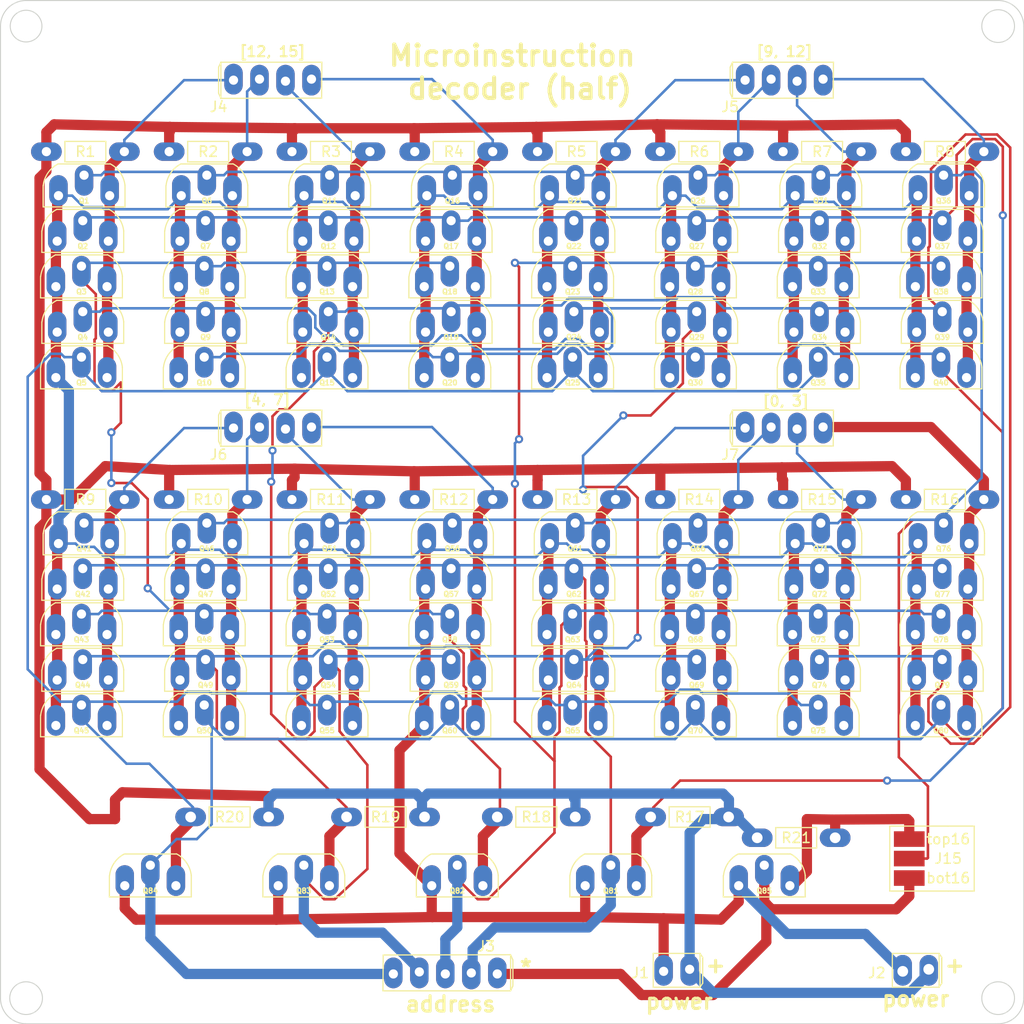
<source format=kicad_pcb>
(kicad_pcb (version 20171130) (host pcbnew 5.1.5+dfsg1-2build2)
  (layers (0 F.Cu signal) (31 B.Cu signal) (34 B.Paste user) (35 F.Paste user) (36 B.SilkS user) (37 F.SilkS user) (38 B.Mask user) (39 F.Mask user) (44 Edge.Cuts user))
  (net 0 "")
  (net 1 GND)
  (net 2 +5V)
  (net 3 /Sheet63C0593F/na)
  (net 4 /asel)
  (net 5 /Sheet63C0593F/a)
  (net 6 /b)
  (net 7 /c)
  (net 8 /d)
  (net 9 /e)
  (net 10 /Sheet63BAD094/out)
  (net 11 /sheet63BC13F1/out)
  (net 12 /sheet63BC2018/out)
  (net 13 /sheet63BC2019/out)
  (net 14 /sheet63BC409F/out)
  (net 15 /sheet63BC40A0/out)
  (net 16 /sheet63BC40A1/out)
  (net 17 /sheet63BC40A2/out)
  (net 18 /sheet63BC745C/out)
  (net 19 /sheet63BC745D/out)
  (net 20 /sheet63BC745E/out)
  (net 21 /sheet63BC745F/out)
  (net 22 /sheet63BC7460/out)
  (net 23 /sheet63BC7461/out)
  (net 24 /sheet63BC7462/out)
  (net 25 /sheet63BC7463/out)
  (net 26 /nb)
  (net 27 /nc)
  (net 28 /nd)
  (net 29 /ne)
  (module processor2:resistor_tight (layer F.Cu) (at 142.293 98.77 180)
    (fp_text reference R16 (at 0 0) (layer F.SilkS))
    (fp_text value R)
    (pad 2 thru_hole oval (at -3.81 0 270) (size 1.8 3) (drill 0.9) (layers *.Cu *.Mask) (net 25 /sheet63BC7463/out))
    (pad 1 thru_hole oval (at 3.81 0 270) (size 1.8 3) (drill 0.9) (layers *.Cu *.Mask) (net 2 +5V))
  )
  (module processor2:resistor_tight (layer F.Cu) (at 130.293 98.77 180)
    (fp_text reference R15 (at 0 0) (layer F.SilkS))
    (fp_text value R)
    (pad 2 thru_hole oval (at -3.81 0 270) (size 1.8 3) (drill 0.9) (layers *.Cu *.Mask) (net 24 /sheet63BC7462/out))
    (pad 1 thru_hole oval (at 3.81 0 270) (size 1.8 3) (drill 0.9) (layers *.Cu *.Mask) (net 2 +5V))
  )
  (module processor2:resistor_tight (layer F.Cu) (at 118.293 98.77 180)
    (fp_text reference R14 (at 0 0) (layer F.SilkS))
    (fp_text value R)
    (pad 2 thru_hole oval (at -3.81 0 270) (size 1.8 3) (drill 0.9) (layers *.Cu *.Mask) (net 23 /sheet63BC7461/out))
    (pad 1 thru_hole oval (at 3.81 0 270) (size 1.8 3) (drill 0.9) (layers *.Cu *.Mask) (net 2 +5V))
  )
  (module processor2:resistor_tight (layer F.Cu) (at 106.293 98.77 180)
    (fp_text reference R13 (at 0 0) (layer F.SilkS))
    (fp_text value R)
    (pad 2 thru_hole oval (at -3.81 0 270) (size 1.8 3) (drill 0.9) (layers *.Cu *.Mask) (net 22 /sheet63BC7460/out))
    (pad 1 thru_hole oval (at 3.81 0 270) (size 1.8 3) (drill 0.9) (layers *.Cu *.Mask) (net 2 +5V))
  )
  (module processor2:resistor_tight (layer F.Cu) (at 94.293 98.77 180)
    (fp_text reference R12 (at 0 0) (layer F.SilkS))
    (fp_text value R)
    (pad 2 thru_hole oval (at -3.81 0 270) (size 1.8 3) (drill 0.9) (layers *.Cu *.Mask) (net 21 /sheet63BC745F/out))
    (pad 1 thru_hole oval (at 3.81 0 270) (size 1.8 3) (drill 0.9) (layers *.Cu *.Mask) (net 2 +5V))
  )
  (module processor2:resistor_tight (layer F.Cu) (at 82.293 98.77 180)
    (fp_text reference R11 (at 0 0) (layer F.SilkS))
    (fp_text value R)
    (pad 2 thru_hole oval (at -3.81 0 270) (size 1.8 3) (drill 0.9) (layers *.Cu *.Mask) (net 20 /sheet63BC745E/out))
    (pad 1 thru_hole oval (at 3.81 0 270) (size 1.8 3) (drill 0.9) (layers *.Cu *.Mask) (net 2 +5V))
  )
  (module processor2:resistor_tight (layer F.Cu) (at 70.293 98.77 180)
    (fp_text reference R10 (at 0 0) (layer F.SilkS))
    (fp_text value R)
    (pad 2 thru_hole oval (at -3.81 0 270) (size 1.8 3) (drill 0.9) (layers *.Cu *.Mask) (net 19 /sheet63BC745D/out))
    (pad 1 thru_hole oval (at 3.81 0 270) (size 1.8 3) (drill 0.9) (layers *.Cu *.Mask) (net 2 +5V))
  )
  (module processor2:resistor_tight (layer F.Cu) (at 58.293 98.77 180)
    (fp_text reference R9 (at 0 0) (layer F.SilkS))
    (fp_text value R)
    (pad 2 thru_hole oval (at -3.81 0 270) (size 1.8 3) (drill 0.9) (layers *.Cu *.Mask) (net 18 /sheet63BC745C/out))
    (pad 1 thru_hole oval (at 3.81 0 270) (size 1.8 3) (drill 0.9) (layers *.Cu *.Mask) (net 2 +5V))
  )
  (module processor2:resistor_tight (layer F.Cu) (at 142.293 64.77 180)
    (fp_text reference R8 (at 0 0) (layer F.SilkS))
    (fp_text value R)
    (pad 2 thru_hole oval (at -3.81 0 270) (size 1.8 3) (drill 0.9) (layers *.Cu *.Mask) (net 17 /sheet63BC40A2/out))
    (pad 1 thru_hole oval (at 3.81 0 270) (size 1.8 3) (drill 0.9) (layers *.Cu *.Mask) (net 2 +5V))
  )
  (module processor2:resistor_tight (layer F.Cu) (at 130.293 64.77 180)
    (fp_text reference R7 (at 0 0) (layer F.SilkS))
    (fp_text value R)
    (pad 2 thru_hole oval (at -3.81 0 270) (size 1.8 3) (drill 0.9) (layers *.Cu *.Mask) (net 16 /sheet63BC40A1/out))
    (pad 1 thru_hole oval (at 3.81 0 270) (size 1.8 3) (drill 0.9) (layers *.Cu *.Mask) (net 2 +5V))
  )
  (module processor2:resistor_tight (layer F.Cu) (at 118.293 64.77 180)
    (fp_text reference R6 (at 0 0) (layer F.SilkS))
    (fp_text value R)
    (pad 2 thru_hole oval (at -3.81 0 270) (size 1.8 3) (drill 0.9) (layers *.Cu *.Mask) (net 15 /sheet63BC40A0/out))
    (pad 1 thru_hole oval (at 3.81 0 270) (size 1.8 3) (drill 0.9) (layers *.Cu *.Mask) (net 2 +5V))
  )
  (module processor2:resistor_tight (layer F.Cu) (at 106.293 64.77 180)
    (fp_text reference R5 (at 0 0) (layer F.SilkS))
    (fp_text value R)
    (pad 2 thru_hole oval (at -3.81 0 270) (size 1.8 3) (drill 0.9) (layers *.Cu *.Mask) (net 14 /sheet63BC409F/out))
    (pad 1 thru_hole oval (at 3.81 0 270) (size 1.8 3) (drill 0.9) (layers *.Cu *.Mask) (net 2 +5V))
  )
  (module processor2:resistor_tight (layer F.Cu) (at 94.293 64.77 180)
    (fp_text reference R4 (at 0 0) (layer F.SilkS))
    (fp_text value R)
    (pad 2 thru_hole oval (at -3.81 0 270) (size 1.8 3) (drill 0.9) (layers *.Cu *.Mask) (net 13 /sheet63BC2019/out))
    (pad 1 thru_hole oval (at 3.81 0 270) (size 1.8 3) (drill 0.9) (layers *.Cu *.Mask) (net 2 +5V))
  )
  (module processor2:resistor_tight (layer F.Cu) (at 82.293 64.77 180)
    (fp_text reference R3 (at 0 0) (layer F.SilkS))
    (fp_text value R)
    (pad 2 thru_hole oval (at -3.81 0 270) (size 1.8 3) (drill 0.9) (layers *.Cu *.Mask) (net 12 /sheet63BC2018/out))
    (pad 1 thru_hole oval (at 3.81 0 270) (size 1.8 3) (drill 0.9) (layers *.Cu *.Mask) (net 2 +5V))
  )
  (module processor2:resistor_tight (layer F.Cu) (at 70.293 64.77 180)
    (fp_text reference R2 (at 0 0) (layer F.SilkS))
    (fp_text value R)
    (pad 2 thru_hole oval (at -3.81 0 270) (size 1.8 3) (drill 0.9) (layers *.Cu *.Mask) (net 11 /sheet63BC13F1/out))
    (pad 1 thru_hole oval (at 3.81 0 270) (size 1.8 3) (drill 0.9) (layers *.Cu *.Mask) (net 2 +5V))
  )
  (module processor2:resistor_tight (layer F.Cu) (at 58.293 64.77 180)
    (fp_text reference R1 (at 0 0) (layer F.SilkS))
    (fp_text value R)
    (pad 2 thru_hole oval (at -3.81 0 270) (size 1.8 3) (drill 0.9) (layers *.Cu *.Mask) (net 10 /Sheet63BAD094/out))
    (pad 1 thru_hole oval (at 3.81 0 270) (size 1.8 3) (drill 0.9) (layers *.Cu *.Mask) (net 2 +5V))
  )
  (module processor2:2n7000_tight (layer F.Cu) (at 124.643 135.509)
    (fp_text reference Q85 (at 0 1.5) (layer F.SilkS) (effects (font (size 0.5 0.5) (thickness 0.125))))
    (fp_text value 2N7000)
    (pad 3 thru_hole oval (at 2.5 1) (size 1.8 3) (drill 0.9 (offset 0 -0.5)) (layers *.Cu *.Mask) (net 3 /Sheet63C0593F/na))
    (pad 2 thru_hole oval (at 0 -1) (size 1.8 3) (drill 0.9 (offset 0 0.5)) (layers *.Cu *.Mask) (net 5 /Sheet63C0593F/a))
    (pad 1 thru_hole oval (at -2.5 1) (size 1.8 3) (drill 0.9 (offset 0 -0.5)) (layers *.Cu *.Mask) (net 1 GND))
  )
  (module processor2:2n7000_tight (layer F.Cu) (at 64.643 135.509)
    (fp_text reference Q84 (at 0 1.5) (layer F.SilkS) (effects (font (size 0.5 0.5) (thickness 0.125))))
    (fp_text value 2N7000)
    (pad 3 thru_hole oval (at 2.5 1) (size 1.8 3) (drill 0.9 (offset 0 -0.5)) (layers *.Cu *.Mask) (net 29 /ne))
    (pad 2 thru_hole oval (at 0 -1) (size 1.8 3) (drill 0.9 (offset 0 0.5)) (layers *.Cu *.Mask) (net 9 /e))
    (pad 1 thru_hole oval (at -2.5 1) (size 1.8 3) (drill 0.9 (offset 0 -0.5)) (layers *.Cu *.Mask) (net 1 GND))
  )
  (module processor2:2n7000_tight (layer F.Cu) (at 79.643 135.509)
    (fp_text reference Q83 (at 0 1.5) (layer F.SilkS) (effects (font (size 0.5 0.5) (thickness 0.125))))
    (fp_text value 2N7000)
    (pad 3 thru_hole oval (at 2.5 1) (size 1.8 3) (drill 0.9 (offset 0 -0.5)) (layers *.Cu *.Mask) (net 28 /nd))
    (pad 2 thru_hole oval (at 0 -1) (size 1.8 3) (drill 0.9 (offset 0 0.5)) (layers *.Cu *.Mask) (net 8 /d))
    (pad 1 thru_hole oval (at -2.5 1) (size 1.8 3) (drill 0.9 (offset 0 -0.5)) (layers *.Cu *.Mask) (net 1 GND))
  )
  (module processor2:2n7000_tight (layer F.Cu) (at 94.643 135.509)
    (fp_text reference Q82 (at 0 1.5) (layer F.SilkS) (effects (font (size 0.5 0.5) (thickness 0.125))))
    (fp_text value 2N7000)
    (pad 3 thru_hole oval (at 2.5 1) (size 1.8 3) (drill 0.9 (offset 0 -0.5)) (layers *.Cu *.Mask) (net 27 /nc))
    (pad 2 thru_hole oval (at 0 -1) (size 1.8 3) (drill 0.9 (offset 0 0.5)) (layers *.Cu *.Mask) (net 7 /c))
    (pad 1 thru_hole oval (at -2.5 1) (size 1.8 3) (drill 0.9 (offset 0 -0.5)) (layers *.Cu *.Mask) (net 1 GND))
  )
  (module processor2:2n7000_tight (layer F.Cu) (at 109.643 135.509)
    (fp_text reference Q81 (at 0 1.5) (layer F.SilkS) (effects (font (size 0.5 0.5) (thickness 0.125))))
    (fp_text value 2N7000)
    (pad 3 thru_hole oval (at 2.5 1) (size 1.8 3) (drill 0.9 (offset 0 -0.5)) (layers *.Cu *.Mask) (net 26 /nb))
    (pad 2 thru_hole oval (at 0 -1) (size 1.8 3) (drill 0.9 (offset 0 0.5)) (layers *.Cu *.Mask) (net 6 /b))
    (pad 1 thru_hole oval (at -2.5 1) (size 1.8 3) (drill 0.9 (offset 0 -0.5)) (layers *.Cu *.Mask) (net 1 GND))
  )
  (module processor2:2n7000_tight (layer F.Cu) (at 141.912 119.852)
    (fp_text reference Q80 (at 0 1.5) (layer F.SilkS) (effects (font (size 0.5 0.5) (thickness 0.125))))
    (fp_text value 2N7000)
    (pad 3 thru_hole oval (at 2.5 1) (size 1.8 3) (drill 0.9 (offset 0 -0.5)) (layers *.Cu *.Mask) (net 25 /sheet63BC7463/out))
    (pad 2 thru_hole oval (at 0 -1) (size 1.8 3) (drill 0.9 (offset 0 0.5)) (layers *.Cu *.Mask) (net 9 /e))
    (pad 1 thru_hole oval (at -2.5 1) (size 1.8 3) (drill 0.9 (offset 0 -0.5)) (layers *.Cu *.Mask) (net 1 GND))
  )
  (module processor2:2n7000_tight (layer F.Cu) (at 142.039 115.407)
    (fp_text reference Q79 (at 0 1.5) (layer F.SilkS) (effects (font (size 0.5 0.5) (thickness 0.125))))
    (fp_text value 2N7000)
    (pad 3 thru_hole oval (at 2.5 1) (size 1.8 3) (drill 0.9 (offset 0 -0.5)) (layers *.Cu *.Mask) (net 25 /sheet63BC7463/out))
    (pad 2 thru_hole oval (at 0 -1) (size 1.8 3) (drill 0.9 (offset 0 0.5)) (layers *.Cu *.Mask) (net 8 /d))
    (pad 1 thru_hole oval (at -2.5 1) (size 1.8 3) (drill 0.9 (offset 0 -0.5)) (layers *.Cu *.Mask) (net 1 GND))
  )
  (module processor2:2n7000_tight (layer F.Cu) (at 141.912 110.962)
    (fp_text reference Q78 (at 0 1.5) (layer F.SilkS) (effects (font (size 0.5 0.5) (thickness 0.125))))
    (fp_text value 2N7000)
    (pad 3 thru_hole oval (at 2.5 1) (size 1.8 3) (drill 0.9 (offset 0 -0.5)) (layers *.Cu *.Mask) (net 25 /sheet63BC7463/out))
    (pad 2 thru_hole oval (at 0 -1) (size 1.8 3) (drill 0.9 (offset 0 0.5)) (layers *.Cu *.Mask) (net 7 /c))
    (pad 1 thru_hole oval (at -2.5 1) (size 1.8 3) (drill 0.9 (offset 0 -0.5)) (layers *.Cu *.Mask) (net 1 GND))
  )
  (module processor2:2n7000_tight (layer F.Cu) (at 142.039 106.517)
    (fp_text reference Q77 (at 0 1.5) (layer F.SilkS) (effects (font (size 0.5 0.5) (thickness 0.125))))
    (fp_text value 2N7000)
    (pad 3 thru_hole oval (at 2.5 1) (size 1.8 3) (drill 0.9 (offset 0 -0.5)) (layers *.Cu *.Mask) (net 25 /sheet63BC7463/out))
    (pad 2 thru_hole oval (at 0 -1) (size 1.8 3) (drill 0.9 (offset 0 0.5)) (layers *.Cu *.Mask) (net 6 /b))
    (pad 1 thru_hole oval (at -2.5 1) (size 1.8 3) (drill 0.9 (offset 0 -0.5)) (layers *.Cu *.Mask) (net 1 GND))
  )
  (module processor2:2n7000_tight (layer F.Cu) (at 142.166 102.072)
    (fp_text reference Q76 (at 0 1.5) (layer F.SilkS) (effects (font (size 0.5 0.5) (thickness 0.125))))
    (fp_text value 2N7000)
    (pad 3 thru_hole oval (at 2.5 1) (size 1.8 3) (drill 0.9 (offset 0 -0.5)) (layers *.Cu *.Mask) (net 25 /sheet63BC7463/out))
    (pad 2 thru_hole oval (at 0 -1) (size 1.8 3) (drill 0.9 (offset 0 0.5)) (layers *.Cu *.Mask) (net 4 /asel))
    (pad 1 thru_hole oval (at -2.5 1) (size 1.8 3) (drill 0.9 (offset 0 -0.5)) (layers *.Cu *.Mask) (net 1 GND))
  )
  (module processor2:2n7000_tight (layer F.Cu) (at 129.912 119.852)
    (fp_text reference Q75 (at 0 1.5) (layer F.SilkS) (effects (font (size 0.5 0.5) (thickness 0.125))))
    (fp_text value 2N7000)
    (pad 3 thru_hole oval (at 2.5 1) (size 1.8 3) (drill 0.9 (offset 0 -0.5)) (layers *.Cu *.Mask) (net 24 /sheet63BC7462/out))
    (pad 2 thru_hole oval (at 0 -1) (size 1.8 3) (drill 0.9 (offset 0 0.5)) (layers *.Cu *.Mask) (net 29 /ne))
    (pad 1 thru_hole oval (at -2.5 1) (size 1.8 3) (drill 0.9 (offset 0 -0.5)) (layers *.Cu *.Mask) (net 1 GND))
  )
  (module processor2:2n7000_tight (layer F.Cu) (at 130.039 115.407)
    (fp_text reference Q74 (at 0 1.5) (layer F.SilkS) (effects (font (size 0.5 0.5) (thickness 0.125))))
    (fp_text value 2N7000)
    (pad 3 thru_hole oval (at 2.5 1) (size 1.8 3) (drill 0.9 (offset 0 -0.5)) (layers *.Cu *.Mask) (net 24 /sheet63BC7462/out))
    (pad 2 thru_hole oval (at 0 -1) (size 1.8 3) (drill 0.9 (offset 0 0.5)) (layers *.Cu *.Mask) (net 8 /d))
    (pad 1 thru_hole oval (at -2.5 1) (size 1.8 3) (drill 0.9 (offset 0 -0.5)) (layers *.Cu *.Mask) (net 1 GND))
  )
  (module processor2:2n7000_tight (layer F.Cu) (at 129.912 110.962)
    (fp_text reference Q73 (at 0 1.5) (layer F.SilkS) (effects (font (size 0.5 0.5) (thickness 0.125))))
    (fp_text value 2N7000)
    (pad 3 thru_hole oval (at 2.5 1) (size 1.8 3) (drill 0.9 (offset 0 -0.5)) (layers *.Cu *.Mask) (net 24 /sheet63BC7462/out))
    (pad 2 thru_hole oval (at 0 -1) (size 1.8 3) (drill 0.9 (offset 0 0.5)) (layers *.Cu *.Mask) (net 7 /c))
    (pad 1 thru_hole oval (at -2.5 1) (size 1.8 3) (drill 0.9 (offset 0 -0.5)) (layers *.Cu *.Mask) (net 1 GND))
  )
  (module processor2:2n7000_tight (layer F.Cu) (at 130.039 106.517)
    (fp_text reference Q72 (at 0 1.5) (layer F.SilkS) (effects (font (size 0.5 0.5) (thickness 0.125))))
    (fp_text value 2N7000)
    (pad 3 thru_hole oval (at 2.5 1) (size 1.8 3) (drill 0.9 (offset 0 -0.5)) (layers *.Cu *.Mask) (net 24 /sheet63BC7462/out))
    (pad 2 thru_hole oval (at 0 -1) (size 1.8 3) (drill 0.9 (offset 0 0.5)) (layers *.Cu *.Mask) (net 6 /b))
    (pad 1 thru_hole oval (at -2.5 1) (size 1.8 3) (drill 0.9 (offset 0 -0.5)) (layers *.Cu *.Mask) (net 1 GND))
  )
  (module processor2:2n7000_tight (layer F.Cu) (at 130.166 102.072)
    (fp_text reference Q71 (at 0 1.5) (layer F.SilkS) (effects (font (size 0.5 0.5) (thickness 0.125))))
    (fp_text value 2N7000)
    (pad 3 thru_hole oval (at 2.5 1) (size 1.8 3) (drill 0.9 (offset 0 -0.5)) (layers *.Cu *.Mask) (net 24 /sheet63BC7462/out))
    (pad 2 thru_hole oval (at 0 -1) (size 1.8 3) (drill 0.9 (offset 0 0.5)) (layers *.Cu *.Mask) (net 4 /asel))
    (pad 1 thru_hole oval (at -2.5 1) (size 1.8 3) (drill 0.9 (offset 0 -0.5)) (layers *.Cu *.Mask) (net 1 GND))
  )
  (module processor2:2n7000_tight (layer F.Cu) (at 117.912 119.852)
    (fp_text reference Q70 (at 0 1.5) (layer F.SilkS) (effects (font (size 0.5 0.5) (thickness 0.125))))
    (fp_text value 2N7000)
    (pad 3 thru_hole oval (at 2.5 1) (size 1.8 3) (drill 0.9 (offset 0 -0.5)) (layers *.Cu *.Mask) (net 23 /sheet63BC7461/out))
    (pad 2 thru_hole oval (at 0 -1) (size 1.8 3) (drill 0.9 (offset 0 0.5)) (layers *.Cu *.Mask) (net 9 /e))
    (pad 1 thru_hole oval (at -2.5 1) (size 1.8 3) (drill 0.9 (offset 0 -0.5)) (layers *.Cu *.Mask) (net 1 GND))
  )
  (module processor2:2n7000_tight (layer F.Cu) (at 118.039 115.407)
    (fp_text reference Q69 (at 0 1.5) (layer F.SilkS) (effects (font (size 0.5 0.5) (thickness 0.125))))
    (fp_text value 2N7000)
    (pad 3 thru_hole oval (at 2.5 1) (size 1.8 3) (drill 0.9 (offset 0 -0.5)) (layers *.Cu *.Mask) (net 23 /sheet63BC7461/out))
    (pad 2 thru_hole oval (at 0 -1) (size 1.8 3) (drill 0.9 (offset 0 0.5)) (layers *.Cu *.Mask) (net 28 /nd))
    (pad 1 thru_hole oval (at -2.5 1) (size 1.8 3) (drill 0.9 (offset 0 -0.5)) (layers *.Cu *.Mask) (net 1 GND))
  )
  (module processor2:2n7000_tight (layer F.Cu) (at 117.912 110.962)
    (fp_text reference Q68 (at 0 1.5) (layer F.SilkS) (effects (font (size 0.5 0.5) (thickness 0.125))))
    (fp_text value 2N7000)
    (pad 3 thru_hole oval (at 2.5 1) (size 1.8 3) (drill 0.9 (offset 0 -0.5)) (layers *.Cu *.Mask) (net 23 /sheet63BC7461/out))
    (pad 2 thru_hole oval (at 0 -1) (size 1.8 3) (drill 0.9 (offset 0 0.5)) (layers *.Cu *.Mask) (net 7 /c))
    (pad 1 thru_hole oval (at -2.5 1) (size 1.8 3) (drill 0.9 (offset 0 -0.5)) (layers *.Cu *.Mask) (net 1 GND))
  )
  (module processor2:2n7000_tight (layer F.Cu) (at 118.039 106.517)
    (fp_text reference Q67 (at 0 1.5) (layer F.SilkS) (effects (font (size 0.5 0.5) (thickness 0.125))))
    (fp_text value 2N7000)
    (pad 3 thru_hole oval (at 2.5 1) (size 1.8 3) (drill 0.9 (offset 0 -0.5)) (layers *.Cu *.Mask) (net 23 /sheet63BC7461/out))
    (pad 2 thru_hole oval (at 0 -1) (size 1.8 3) (drill 0.9 (offset 0 0.5)) (layers *.Cu *.Mask) (net 6 /b))
    (pad 1 thru_hole oval (at -2.5 1) (size 1.8 3) (drill 0.9 (offset 0 -0.5)) (layers *.Cu *.Mask) (net 1 GND))
  )
  (module processor2:2n7000_tight (layer F.Cu) (at 118.166 102.072)
    (fp_text reference Q66 (at 0 1.5) (layer F.SilkS) (effects (font (size 0.5 0.5) (thickness 0.125))))
    (fp_text value 2N7000)
    (pad 3 thru_hole oval (at 2.5 1) (size 1.8 3) (drill 0.9 (offset 0 -0.5)) (layers *.Cu *.Mask) (net 23 /sheet63BC7461/out))
    (pad 2 thru_hole oval (at 0 -1) (size 1.8 3) (drill 0.9 (offset 0 0.5)) (layers *.Cu *.Mask) (net 4 /asel))
    (pad 1 thru_hole oval (at -2.5 1) (size 1.8 3) (drill 0.9 (offset 0 -0.5)) (layers *.Cu *.Mask) (net 1 GND))
  )
  (module processor2:2n7000_tight (layer F.Cu) (at 105.912 119.852)
    (fp_text reference Q65 (at 0 1.5) (layer F.SilkS) (effects (font (size 0.5 0.5) (thickness 0.125))))
    (fp_text value 2N7000)
    (pad 3 thru_hole oval (at 2.5 1) (size 1.8 3) (drill 0.9 (offset 0 -0.5)) (layers *.Cu *.Mask) (net 22 /sheet63BC7460/out))
    (pad 2 thru_hole oval (at 0 -1) (size 1.8 3) (drill 0.9 (offset 0 0.5)) (layers *.Cu *.Mask) (net 29 /ne))
    (pad 1 thru_hole oval (at -2.5 1) (size 1.8 3) (drill 0.9 (offset 0 -0.5)) (layers *.Cu *.Mask) (net 1 GND))
  )
  (module processor2:2n7000_tight (layer F.Cu) (at 106.039 115.407)
    (fp_text reference Q64 (at 0 1.5) (layer F.SilkS) (effects (font (size 0.5 0.5) (thickness 0.125))))
    (fp_text value 2N7000)
    (pad 3 thru_hole oval (at 2.5 1) (size 1.8 3) (drill 0.9 (offset 0 -0.5)) (layers *.Cu *.Mask) (net 22 /sheet63BC7460/out))
    (pad 2 thru_hole oval (at 0 -1) (size 1.8 3) (drill 0.9 (offset 0 0.5)) (layers *.Cu *.Mask) (net 28 /nd))
    (pad 1 thru_hole oval (at -2.5 1) (size 1.8 3) (drill 0.9 (offset 0 -0.5)) (layers *.Cu *.Mask) (net 1 GND))
  )
  (module processor2:2n7000_tight (layer F.Cu) (at 105.912 110.962)
    (fp_text reference Q63 (at 0 1.5) (layer F.SilkS) (effects (font (size 0.5 0.5) (thickness 0.125))))
    (fp_text value 2N7000)
    (pad 3 thru_hole oval (at 2.5 1) (size 1.8 3) (drill 0.9 (offset 0 -0.5)) (layers *.Cu *.Mask) (net 22 /sheet63BC7460/out))
    (pad 2 thru_hole oval (at 0 -1) (size 1.8 3) (drill 0.9 (offset 0 0.5)) (layers *.Cu *.Mask) (net 7 /c))
    (pad 1 thru_hole oval (at -2.5 1) (size 1.8 3) (drill 0.9 (offset 0 -0.5)) (layers *.Cu *.Mask) (net 1 GND))
  )
  (module processor2:2n7000_tight (layer F.Cu) (at 106.039 106.517)
    (fp_text reference Q62 (at 0 1.5) (layer F.SilkS) (effects (font (size 0.5 0.5) (thickness 0.125))))
    (fp_text value 2N7000)
    (pad 3 thru_hole oval (at 2.5 1) (size 1.8 3) (drill 0.9 (offset 0 -0.5)) (layers *.Cu *.Mask) (net 22 /sheet63BC7460/out))
    (pad 2 thru_hole oval (at 0 -1) (size 1.8 3) (drill 0.9 (offset 0 0.5)) (layers *.Cu *.Mask) (net 6 /b))
    (pad 1 thru_hole oval (at -2.5 1) (size 1.8 3) (drill 0.9 (offset 0 -0.5)) (layers *.Cu *.Mask) (net 1 GND))
  )
  (module processor2:2n7000_tight (layer F.Cu) (at 106.166 102.072)
    (fp_text reference Q61 (at 0 1.5) (layer F.SilkS) (effects (font (size 0.5 0.5) (thickness 0.125))))
    (fp_text value 2N7000)
    (pad 3 thru_hole oval (at 2.5 1) (size 1.8 3) (drill 0.9 (offset 0 -0.5)) (layers *.Cu *.Mask) (net 22 /sheet63BC7460/out))
    (pad 2 thru_hole oval (at 0 -1) (size 1.8 3) (drill 0.9 (offset 0 0.5)) (layers *.Cu *.Mask) (net 4 /asel))
    (pad 1 thru_hole oval (at -2.5 1) (size 1.8 3) (drill 0.9 (offset 0 -0.5)) (layers *.Cu *.Mask) (net 1 GND))
  )
  (module processor2:2n7000_tight (layer F.Cu) (at 93.912 119.852)
    (fp_text reference Q60 (at 0 1.5) (layer F.SilkS) (effects (font (size 0.5 0.5) (thickness 0.125))))
    (fp_text value 2N7000)
    (pad 3 thru_hole oval (at 2.5 1) (size 1.8 3) (drill 0.9 (offset 0 -0.5)) (layers *.Cu *.Mask) (net 21 /sheet63BC745F/out))
    (pad 2 thru_hole oval (at 0 -1) (size 1.8 3) (drill 0.9 (offset 0 0.5)) (layers *.Cu *.Mask) (net 9 /e))
    (pad 1 thru_hole oval (at -2.5 1) (size 1.8 3) (drill 0.9 (offset 0 -0.5)) (layers *.Cu *.Mask) (net 1 GND))
  )
  (module processor2:2n7000_tight (layer F.Cu) (at 94.039 115.407)
    (fp_text reference Q59 (at 0 1.5) (layer F.SilkS) (effects (font (size 0.5 0.5) (thickness 0.125))))
    (fp_text value 2N7000)
    (pad 3 thru_hole oval (at 2.5 1) (size 1.8 3) (drill 0.9 (offset 0 -0.5)) (layers *.Cu *.Mask) (net 21 /sheet63BC745F/out))
    (pad 2 thru_hole oval (at 0 -1) (size 1.8 3) (drill 0.9 (offset 0 0.5)) (layers *.Cu *.Mask) (net 8 /d))
    (pad 1 thru_hole oval (at -2.5 1) (size 1.8 3) (drill 0.9 (offset 0 -0.5)) (layers *.Cu *.Mask) (net 1 GND))
  )
  (module processor2:2n7000_tight (layer F.Cu) (at 93.912 110.962)
    (fp_text reference Q58 (at 0 1.5) (layer F.SilkS) (effects (font (size 0.5 0.5) (thickness 0.125))))
    (fp_text value 2N7000)
    (pad 3 thru_hole oval (at 2.5 1) (size 1.8 3) (drill 0.9 (offset 0 -0.5)) (layers *.Cu *.Mask) (net 21 /sheet63BC745F/out))
    (pad 2 thru_hole oval (at 0 -1) (size 1.8 3) (drill 0.9 (offset 0 0.5)) (layers *.Cu *.Mask) (net 27 /nc))
    (pad 1 thru_hole oval (at -2.5 1) (size 1.8 3) (drill 0.9 (offset 0 -0.5)) (layers *.Cu *.Mask) (net 1 GND))
  )
  (module processor2:2n7000_tight (layer F.Cu) (at 94.039 106.517)
    (fp_text reference Q57 (at 0 1.5) (layer F.SilkS) (effects (font (size 0.5 0.5) (thickness 0.125))))
    (fp_text value 2N7000)
    (pad 3 thru_hole oval (at 2.5 1) (size 1.8 3) (drill 0.9 (offset 0 -0.5)) (layers *.Cu *.Mask) (net 21 /sheet63BC745F/out))
    (pad 2 thru_hole oval (at 0 -1) (size 1.8 3) (drill 0.9 (offset 0 0.5)) (layers *.Cu *.Mask) (net 6 /b))
    (pad 1 thru_hole oval (at -2.5 1) (size 1.8 3) (drill 0.9 (offset 0 -0.5)) (layers *.Cu *.Mask) (net 1 GND))
  )
  (module processor2:2n7000_tight (layer F.Cu) (at 94.166 102.072)
    (fp_text reference Q56 (at 0 1.5) (layer F.SilkS) (effects (font (size 0.5 0.5) (thickness 0.125))))
    (fp_text value 2N7000)
    (pad 3 thru_hole oval (at 2.5 1) (size 1.8 3) (drill 0.9 (offset 0 -0.5)) (layers *.Cu *.Mask) (net 21 /sheet63BC745F/out))
    (pad 2 thru_hole oval (at 0 -1) (size 1.8 3) (drill 0.9 (offset 0 0.5)) (layers *.Cu *.Mask) (net 4 /asel))
    (pad 1 thru_hole oval (at -2.5 1) (size 1.8 3) (drill 0.9 (offset 0 -0.5)) (layers *.Cu *.Mask) (net 1 GND))
  )
  (module processor2:2n7000_tight (layer F.Cu) (at 81.912 119.852)
    (fp_text reference Q55 (at 0 1.5) (layer F.SilkS) (effects (font (size 0.5 0.5) (thickness 0.125))))
    (fp_text value 2N7000)
    (pad 3 thru_hole oval (at 2.5 1) (size 1.8 3) (drill 0.9 (offset 0 -0.5)) (layers *.Cu *.Mask) (net 20 /sheet63BC745E/out))
    (pad 2 thru_hole oval (at 0 -1) (size 1.8 3) (drill 0.9 (offset 0 0.5)) (layers *.Cu *.Mask) (net 29 /ne))
    (pad 1 thru_hole oval (at -2.5 1) (size 1.8 3) (drill 0.9 (offset 0 -0.5)) (layers *.Cu *.Mask) (net 1 GND))
  )
  (module processor2:2n7000_tight (layer F.Cu) (at 82.039 115.407)
    (fp_text reference Q54 (at 0 1.5) (layer F.SilkS) (effects (font (size 0.5 0.5) (thickness 0.125))))
    (fp_text value 2N7000)
    (pad 3 thru_hole oval (at 2.5 1) (size 1.8 3) (drill 0.9 (offset 0 -0.5)) (layers *.Cu *.Mask) (net 20 /sheet63BC745E/out))
    (pad 2 thru_hole oval (at 0 -1) (size 1.8 3) (drill 0.9 (offset 0 0.5)) (layers *.Cu *.Mask) (net 8 /d))
    (pad 1 thru_hole oval (at -2.5 1) (size 1.8 3) (drill 0.9 (offset 0 -0.5)) (layers *.Cu *.Mask) (net 1 GND))
  )
  (module processor2:2n7000_tight (layer F.Cu) (at 81.912 110.962)
    (fp_text reference Q53 (at 0 1.5) (layer F.SilkS) (effects (font (size 0.5 0.5) (thickness 0.125))))
    (fp_text value 2N7000)
    (pad 3 thru_hole oval (at 2.5 1) (size 1.8 3) (drill 0.9 (offset 0 -0.5)) (layers *.Cu *.Mask) (net 20 /sheet63BC745E/out))
    (pad 2 thru_hole oval (at 0 -1) (size 1.8 3) (drill 0.9 (offset 0 0.5)) (layers *.Cu *.Mask) (net 27 /nc))
    (pad 1 thru_hole oval (at -2.5 1) (size 1.8 3) (drill 0.9 (offset 0 -0.5)) (layers *.Cu *.Mask) (net 1 GND))
  )
  (module processor2:2n7000_tight (layer F.Cu) (at 82.039 106.517)
    (fp_text reference Q52 (at 0 1.5) (layer F.SilkS) (effects (font (size 0.5 0.5) (thickness 0.125))))
    (fp_text value 2N7000)
    (pad 3 thru_hole oval (at 2.5 1) (size 1.8 3) (drill 0.9 (offset 0 -0.5)) (layers *.Cu *.Mask) (net 20 /sheet63BC745E/out))
    (pad 2 thru_hole oval (at 0 -1) (size 1.8 3) (drill 0.9 (offset 0 0.5)) (layers *.Cu *.Mask) (net 6 /b))
    (pad 1 thru_hole oval (at -2.5 1) (size 1.8 3) (drill 0.9 (offset 0 -0.5)) (layers *.Cu *.Mask) (net 1 GND))
  )
  (module processor2:2n7000_tight (layer F.Cu) (at 82.166 102.072)
    (fp_text reference Q51 (at 0 1.5) (layer F.SilkS) (effects (font (size 0.5 0.5) (thickness 0.125))))
    (fp_text value 2N7000)
    (pad 3 thru_hole oval (at 2.5 1) (size 1.8 3) (drill 0.9 (offset 0 -0.5)) (layers *.Cu *.Mask) (net 20 /sheet63BC745E/out))
    (pad 2 thru_hole oval (at 0 -1) (size 1.8 3) (drill 0.9 (offset 0 0.5)) (layers *.Cu *.Mask) (net 4 /asel))
    (pad 1 thru_hole oval (at -2.5 1) (size 1.8 3) (drill 0.9 (offset 0 -0.5)) (layers *.Cu *.Mask) (net 1 GND))
  )
  (module processor2:2n7000_tight (layer F.Cu) (at 69.912 119.852)
    (fp_text reference Q50 (at 0 1.5) (layer F.SilkS) (effects (font (size 0.5 0.5) (thickness 0.125))))
    (fp_text value 2N7000)
    (pad 3 thru_hole oval (at 2.5 1) (size 1.8 3) (drill 0.9 (offset 0 -0.5)) (layers *.Cu *.Mask) (net 19 /sheet63BC745D/out))
    (pad 2 thru_hole oval (at 0 -1) (size 1.8 3) (drill 0.9 (offset 0 0.5)) (layers *.Cu *.Mask) (net 9 /e))
    (pad 1 thru_hole oval (at -2.5 1) (size 1.8 3) (drill 0.9 (offset 0 -0.5)) (layers *.Cu *.Mask) (net 1 GND))
  )
  (module processor2:2n7000_tight (layer F.Cu) (at 70.039 115.407)
    (fp_text reference Q49 (at 0 1.5) (layer F.SilkS) (effects (font (size 0.5 0.5) (thickness 0.125))))
    (fp_text value 2N7000)
    (pad 3 thru_hole oval (at 2.5 1) (size 1.8 3) (drill 0.9 (offset 0 -0.5)) (layers *.Cu *.Mask) (net 19 /sheet63BC745D/out))
    (pad 2 thru_hole oval (at 0 -1) (size 1.8 3) (drill 0.9 (offset 0 0.5)) (layers *.Cu *.Mask) (net 28 /nd))
    (pad 1 thru_hole oval (at -2.5 1) (size 1.8 3) (drill 0.9 (offset 0 -0.5)) (layers *.Cu *.Mask) (net 1 GND))
  )
  (module processor2:2n7000_tight (layer F.Cu) (at 69.912 110.962)
    (fp_text reference Q48 (at 0 1.5) (layer F.SilkS) (effects (font (size 0.5 0.5) (thickness 0.125))))
    (fp_text value 2N7000)
    (pad 3 thru_hole oval (at 2.5 1) (size 1.8 3) (drill 0.9 (offset 0 -0.5)) (layers *.Cu *.Mask) (net 19 /sheet63BC745D/out))
    (pad 2 thru_hole oval (at 0 -1) (size 1.8 3) (drill 0.9 (offset 0 0.5)) (layers *.Cu *.Mask) (net 27 /nc))
    (pad 1 thru_hole oval (at -2.5 1) (size 1.8 3) (drill 0.9 (offset 0 -0.5)) (layers *.Cu *.Mask) (net 1 GND))
  )
  (module processor2:2n7000_tight (layer F.Cu) (at 70.039 106.517)
    (fp_text reference Q47 (at 0 1.5) (layer F.SilkS) (effects (font (size 0.5 0.5) (thickness 0.125))))
    (fp_text value 2N7000)
    (pad 3 thru_hole oval (at 2.5 1) (size 1.8 3) (drill 0.9 (offset 0 -0.5)) (layers *.Cu *.Mask) (net 19 /sheet63BC745D/out))
    (pad 2 thru_hole oval (at 0 -1) (size 1.8 3) (drill 0.9 (offset 0 0.5)) (layers *.Cu *.Mask) (net 6 /b))
    (pad 1 thru_hole oval (at -2.5 1) (size 1.8 3) (drill 0.9 (offset 0 -0.5)) (layers *.Cu *.Mask) (net 1 GND))
  )
  (module processor2:2n7000_tight (layer F.Cu) (at 70.166 102.072)
    (fp_text reference Q46 (at 0 1.5) (layer F.SilkS) (effects (font (size 0.5 0.5) (thickness 0.125))))
    (fp_text value 2N7000)
    (pad 3 thru_hole oval (at 2.5 1) (size 1.8 3) (drill 0.9 (offset 0 -0.5)) (layers *.Cu *.Mask) (net 19 /sheet63BC745D/out))
    (pad 2 thru_hole oval (at 0 -1) (size 1.8 3) (drill 0.9 (offset 0 0.5)) (layers *.Cu *.Mask) (net 4 /asel))
    (pad 1 thru_hole oval (at -2.5 1) (size 1.8 3) (drill 0.9 (offset 0 -0.5)) (layers *.Cu *.Mask) (net 1 GND))
  )
  (module processor2:2n7000_tight (layer F.Cu) (at 57.912 119.852)
    (fp_text reference Q45 (at 0 1.5) (layer F.SilkS) (effects (font (size 0.5 0.5) (thickness 0.125))))
    (fp_text value 2N7000)
    (pad 3 thru_hole oval (at 2.5 1) (size 1.8 3) (drill 0.9 (offset 0 -0.5)) (layers *.Cu *.Mask) (net 18 /sheet63BC745C/out))
    (pad 2 thru_hole oval (at 0 -1) (size 1.8 3) (drill 0.9 (offset 0 0.5)) (layers *.Cu *.Mask) (net 29 /ne))
    (pad 1 thru_hole oval (at -2.5 1) (size 1.8 3) (drill 0.9 (offset 0 -0.5)) (layers *.Cu *.Mask) (net 1 GND))
  )
  (module processor2:2n7000_tight (layer F.Cu) (at 58.039 115.407)
    (fp_text reference Q44 (at 0 1.5) (layer F.SilkS) (effects (font (size 0.5 0.5) (thickness 0.125))))
    (fp_text value 2N7000)
    (pad 3 thru_hole oval (at 2.5 1) (size 1.8 3) (drill 0.9 (offset 0 -0.5)) (layers *.Cu *.Mask) (net 18 /sheet63BC745C/out))
    (pad 2 thru_hole oval (at 0 -1) (size 1.8 3) (drill 0.9 (offset 0 0.5)) (layers *.Cu *.Mask) (net 28 /nd))
    (pad 1 thru_hole oval (at -2.5 1) (size 1.8 3) (drill 0.9 (offset 0 -0.5)) (layers *.Cu *.Mask) (net 1 GND))
  )
  (module processor2:2n7000_tight (layer F.Cu) (at 57.912 110.962)
    (fp_text reference Q43 (at 0 1.5) (layer F.SilkS) (effects (font (size 0.5 0.5) (thickness 0.125))))
    (fp_text value 2N7000)
    (pad 3 thru_hole oval (at 2.5 1) (size 1.8 3) (drill 0.9 (offset 0 -0.5)) (layers *.Cu *.Mask) (net 18 /sheet63BC745C/out))
    (pad 2 thru_hole oval (at 0 -1) (size 1.8 3) (drill 0.9 (offset 0 0.5)) (layers *.Cu *.Mask) (net 27 /nc))
    (pad 1 thru_hole oval (at -2.5 1) (size 1.8 3) (drill 0.9 (offset 0 -0.5)) (layers *.Cu *.Mask) (net 1 GND))
  )
  (module processor2:2n7000_tight (layer F.Cu) (at 58.039 106.517)
    (fp_text reference Q42 (at 0 1.5) (layer F.SilkS) (effects (font (size 0.5 0.5) (thickness 0.125))))
    (fp_text value 2N7000)
    (pad 3 thru_hole oval (at 2.5 1) (size 1.8 3) (drill 0.9 (offset 0 -0.5)) (layers *.Cu *.Mask) (net 18 /sheet63BC745C/out))
    (pad 2 thru_hole oval (at 0 -1) (size 1.8 3) (drill 0.9 (offset 0 0.5)) (layers *.Cu *.Mask) (net 6 /b))
    (pad 1 thru_hole oval (at -2.5 1) (size 1.8 3) (drill 0.9 (offset 0 -0.5)) (layers *.Cu *.Mask) (net 1 GND))
  )
  (module processor2:2n7000_tight (layer F.Cu) (at 58.166 102.072)
    (fp_text reference Q41 (at 0 1.5) (layer F.SilkS) (effects (font (size 0.5 0.5) (thickness 0.125))))
    (fp_text value 2N7000)
    (pad 3 thru_hole oval (at 2.5 1) (size 1.8 3) (drill 0.9 (offset 0 -0.5)) (layers *.Cu *.Mask) (net 18 /sheet63BC745C/out))
    (pad 2 thru_hole oval (at 0 -1) (size 1.8 3) (drill 0.9 (offset 0 0.5)) (layers *.Cu *.Mask) (net 4 /asel))
    (pad 1 thru_hole oval (at -2.5 1) (size 1.8 3) (drill 0.9 (offset 0 -0.5)) (layers *.Cu *.Mask) (net 1 GND))
  )
  (module processor2:2n7000_tight (layer F.Cu) (at 141.912 85.852)
    (fp_text reference Q40 (at 0 1.5) (layer F.SilkS) (effects (font (size 0.5 0.5) (thickness 0.125))))
    (fp_text value 2N7000)
    (pad 3 thru_hole oval (at 2.5 1) (size 1.8 3) (drill 0.9 (offset 0 -0.5)) (layers *.Cu *.Mask) (net 17 /sheet63BC40A2/out))
    (pad 2 thru_hole oval (at 0 -1) (size 1.8 3) (drill 0.9 (offset 0 0.5)) (layers *.Cu *.Mask) (net 9 /e))
    (pad 1 thru_hole oval (at -2.5 1) (size 1.8 3) (drill 0.9 (offset 0 -0.5)) (layers *.Cu *.Mask) (net 1 GND))
  )
  (module processor2:2n7000_tight (layer F.Cu) (at 142.039 81.407)
    (fp_text reference Q39 (at 0 1.5) (layer F.SilkS) (effects (font (size 0.5 0.5) (thickness 0.125))))
    (fp_text value 2N7000)
    (pad 3 thru_hole oval (at 2.5 1) (size 1.8 3) (drill 0.9 (offset 0 -0.5)) (layers *.Cu *.Mask) (net 17 /sheet63BC40A2/out))
    (pad 2 thru_hole oval (at 0 -1) (size 1.8 3) (drill 0.9 (offset 0 0.5)) (layers *.Cu *.Mask) (net 8 /d))
    (pad 1 thru_hole oval (at -2.5 1) (size 1.8 3) (drill 0.9 (offset 0 -0.5)) (layers *.Cu *.Mask) (net 1 GND))
  )
  (module processor2:2n7000_tight (layer F.Cu) (at 141.912 76.962)
    (fp_text reference Q38 (at 0 1.5) (layer F.SilkS) (effects (font (size 0.5 0.5) (thickness 0.125))))
    (fp_text value 2N7000)
    (pad 3 thru_hole oval (at 2.5 1) (size 1.8 3) (drill 0.9 (offset 0 -0.5)) (layers *.Cu *.Mask) (net 17 /sheet63BC40A2/out))
    (pad 2 thru_hole oval (at 0 -1) (size 1.8 3) (drill 0.9 (offset 0 0.5)) (layers *.Cu *.Mask) (net 7 /c))
    (pad 1 thru_hole oval (at -2.5 1) (size 1.8 3) (drill 0.9 (offset 0 -0.5)) (layers *.Cu *.Mask) (net 1 GND))
  )
  (module processor2:2n7000_tight (layer F.Cu) (at 142.039 72.517)
    (fp_text reference Q37 (at 0 1.5) (layer F.SilkS) (effects (font (size 0.5 0.5) (thickness 0.125))))
    (fp_text value 2N7000)
    (pad 3 thru_hole oval (at 2.5 1) (size 1.8 3) (drill 0.9 (offset 0 -0.5)) (layers *.Cu *.Mask) (net 17 /sheet63BC40A2/out))
    (pad 2 thru_hole oval (at 0 -1) (size 1.8 3) (drill 0.9 (offset 0 0.5)) (layers *.Cu *.Mask) (net 26 /nb))
    (pad 1 thru_hole oval (at -2.5 1) (size 1.8 3) (drill 0.9 (offset 0 -0.5)) (layers *.Cu *.Mask) (net 1 GND))
  )
  (module processor2:2n7000_tight (layer F.Cu) (at 142.166 68.072)
    (fp_text reference Q36 (at 0 1.5) (layer F.SilkS) (effects (font (size 0.5 0.5) (thickness 0.125))))
    (fp_text value 2N7000)
    (pad 3 thru_hole oval (at 2.5 1) (size 1.8 3) (drill 0.9 (offset 0 -0.5)) (layers *.Cu *.Mask) (net 17 /sheet63BC40A2/out))
    (pad 2 thru_hole oval (at 0 -1) (size 1.8 3) (drill 0.9 (offset 0 0.5)) (layers *.Cu *.Mask) (net 4 /asel))
    (pad 1 thru_hole oval (at -2.5 1) (size 1.8 3) (drill 0.9 (offset 0 -0.5)) (layers *.Cu *.Mask) (net 1 GND))
  )
  (module processor2:2n7000_tight (layer F.Cu) (at 129.912 85.852)
    (fp_text reference Q35 (at 0 1.5) (layer F.SilkS) (effects (font (size 0.5 0.5) (thickness 0.125))))
    (fp_text value 2N7000)
    (pad 3 thru_hole oval (at 2.5 1) (size 1.8 3) (drill 0.9 (offset 0 -0.5)) (layers *.Cu *.Mask) (net 16 /sheet63BC40A1/out))
    (pad 2 thru_hole oval (at 0 -1) (size 1.8 3) (drill 0.9 (offset 0 0.5)) (layers *.Cu *.Mask) (net 29 /ne))
    (pad 1 thru_hole oval (at -2.5 1) (size 1.8 3) (drill 0.9 (offset 0 -0.5)) (layers *.Cu *.Mask) (net 1 GND))
  )
  (module processor2:2n7000_tight (layer F.Cu) (at 130.039 81.407)
    (fp_text reference Q34 (at 0 1.5) (layer F.SilkS) (effects (font (size 0.5 0.5) (thickness 0.125))))
    (fp_text value 2N7000)
    (pad 3 thru_hole oval (at 2.5 1) (size 1.8 3) (drill 0.9 (offset 0 -0.5)) (layers *.Cu *.Mask) (net 16 /sheet63BC40A1/out))
    (pad 2 thru_hole oval (at 0 -1) (size 1.8 3) (drill 0.9 (offset 0 0.5)) (layers *.Cu *.Mask) (net 8 /d))
    (pad 1 thru_hole oval (at -2.5 1) (size 1.8 3) (drill 0.9 (offset 0 -0.5)) (layers *.Cu *.Mask) (net 1 GND))
  )
  (module processor2:2n7000_tight (layer F.Cu) (at 129.912 76.962)
    (fp_text reference Q33 (at 0 1.5) (layer F.SilkS) (effects (font (size 0.5 0.5) (thickness 0.125))))
    (fp_text value 2N7000)
    (pad 3 thru_hole oval (at 2.5 1) (size 1.8 3) (drill 0.9 (offset 0 -0.5)) (layers *.Cu *.Mask) (net 16 /sheet63BC40A1/out))
    (pad 2 thru_hole oval (at 0 -1) (size 1.8 3) (drill 0.9 (offset 0 0.5)) (layers *.Cu *.Mask) (net 7 /c))
    (pad 1 thru_hole oval (at -2.5 1) (size 1.8 3) (drill 0.9 (offset 0 -0.5)) (layers *.Cu *.Mask) (net 1 GND))
  )
  (module processor2:2n7000_tight (layer F.Cu) (at 130.039 72.517)
    (fp_text reference Q32 (at 0 1.5) (layer F.SilkS) (effects (font (size 0.5 0.5) (thickness 0.125))))
    (fp_text value 2N7000)
    (pad 3 thru_hole oval (at 2.5 1) (size 1.8 3) (drill 0.9 (offset 0 -0.5)) (layers *.Cu *.Mask) (net 16 /sheet63BC40A1/out))
    (pad 2 thru_hole oval (at 0 -1) (size 1.8 3) (drill 0.9 (offset 0 0.5)) (layers *.Cu *.Mask) (net 26 /nb))
    (pad 1 thru_hole oval (at -2.5 1) (size 1.8 3) (drill 0.9 (offset 0 -0.5)) (layers *.Cu *.Mask) (net 1 GND))
  )
  (module processor2:2n7000_tight (layer F.Cu) (at 130.166 68.072)
    (fp_text reference Q31 (at 0 1.5) (layer F.SilkS) (effects (font (size 0.5 0.5) (thickness 0.125))))
    (fp_text value 2N7000)
    (pad 3 thru_hole oval (at 2.5 1) (size 1.8 3) (drill 0.9 (offset 0 -0.5)) (layers *.Cu *.Mask) (net 16 /sheet63BC40A1/out))
    (pad 2 thru_hole oval (at 0 -1) (size 1.8 3) (drill 0.9 (offset 0 0.5)) (layers *.Cu *.Mask) (net 4 /asel))
    (pad 1 thru_hole oval (at -2.5 1) (size 1.8 3) (drill 0.9 (offset 0 -0.5)) (layers *.Cu *.Mask) (net 1 GND))
  )
  (module processor2:2n7000_tight (layer F.Cu) (at 117.912 85.852)
    (fp_text reference Q30 (at 0 1.5) (layer F.SilkS) (effects (font (size 0.5 0.5) (thickness 0.125))))
    (fp_text value 2N7000)
    (pad 3 thru_hole oval (at 2.5 1) (size 1.8 3) (drill 0.9 (offset 0 -0.5)) (layers *.Cu *.Mask) (net 15 /sheet63BC40A0/out))
    (pad 2 thru_hole oval (at 0 -1) (size 1.8 3) (drill 0.9 (offset 0 0.5)) (layers *.Cu *.Mask) (net 9 /e))
    (pad 1 thru_hole oval (at -2.5 1) (size 1.8 3) (drill 0.9 (offset 0 -0.5)) (layers *.Cu *.Mask) (net 1 GND))
  )
  (module processor2:2n7000_tight (layer F.Cu) (at 118.039 81.407)
    (fp_text reference Q29 (at 0 1.5) (layer F.SilkS) (effects (font (size 0.5 0.5) (thickness 0.125))))
    (fp_text value 2N7000)
    (pad 3 thru_hole oval (at 2.5 1) (size 1.8 3) (drill 0.9 (offset 0 -0.5)) (layers *.Cu *.Mask) (net 15 /sheet63BC40A0/out))
    (pad 2 thru_hole oval (at 0 -1) (size 1.8 3) (drill 0.9 (offset 0 0.5)) (layers *.Cu *.Mask) (net 28 /nd))
    (pad 1 thru_hole oval (at -2.5 1) (size 1.8 3) (drill 0.9 (offset 0 -0.5)) (layers *.Cu *.Mask) (net 1 GND))
  )
  (module processor2:2n7000_tight (layer F.Cu) (at 117.912 76.962)
    (fp_text reference Q28 (at 0 1.5) (layer F.SilkS) (effects (font (size 0.5 0.5) (thickness 0.125))))
    (fp_text value 2N7000)
    (pad 3 thru_hole oval (at 2.5 1) (size 1.8 3) (drill 0.9 (offset 0 -0.5)) (layers *.Cu *.Mask) (net 15 /sheet63BC40A0/out))
    (pad 2 thru_hole oval (at 0 -1) (size 1.8 3) (drill 0.9 (offset 0 0.5)) (layers *.Cu *.Mask) (net 7 /c))
    (pad 1 thru_hole oval (at -2.5 1) (size 1.8 3) (drill 0.9 (offset 0 -0.5)) (layers *.Cu *.Mask) (net 1 GND))
  )
  (module processor2:2n7000_tight (layer F.Cu) (at 118.039 72.517)
    (fp_text reference Q27 (at 0 1.5) (layer F.SilkS) (effects (font (size 0.5 0.5) (thickness 0.125))))
    (fp_text value 2N7000)
    (pad 3 thru_hole oval (at 2.5 1) (size 1.8 3) (drill 0.9 (offset 0 -0.5)) (layers *.Cu *.Mask) (net 15 /sheet63BC40A0/out))
    (pad 2 thru_hole oval (at 0 -1) (size 1.8 3) (drill 0.9 (offset 0 0.5)) (layers *.Cu *.Mask) (net 26 /nb))
    (pad 1 thru_hole oval (at -2.5 1) (size 1.8 3) (drill 0.9 (offset 0 -0.5)) (layers *.Cu *.Mask) (net 1 GND))
  )
  (module processor2:2n7000_tight (layer F.Cu) (at 118.166 68.072)
    (fp_text reference Q26 (at 0 1.5) (layer F.SilkS) (effects (font (size 0.5 0.5) (thickness 0.125))))
    (fp_text value 2N7000)
    (pad 3 thru_hole oval (at 2.5 1) (size 1.8 3) (drill 0.9 (offset 0 -0.5)) (layers *.Cu *.Mask) (net 15 /sheet63BC40A0/out))
    (pad 2 thru_hole oval (at 0 -1) (size 1.8 3) (drill 0.9 (offset 0 0.5)) (layers *.Cu *.Mask) (net 4 /asel))
    (pad 1 thru_hole oval (at -2.5 1) (size 1.8 3) (drill 0.9 (offset 0 -0.5)) (layers *.Cu *.Mask) (net 1 GND))
  )
  (module processor2:2n7000_tight (layer F.Cu) (at 105.912 85.852)
    (fp_text reference Q25 (at 0 1.5) (layer F.SilkS) (effects (font (size 0.5 0.5) (thickness 0.125))))
    (fp_text value 2N7000)
    (pad 3 thru_hole oval (at 2.5 1) (size 1.8 3) (drill 0.9 (offset 0 -0.5)) (layers *.Cu *.Mask) (net 14 /sheet63BC409F/out))
    (pad 2 thru_hole oval (at 0 -1) (size 1.8 3) (drill 0.9 (offset 0 0.5)) (layers *.Cu *.Mask) (net 29 /ne))
    (pad 1 thru_hole oval (at -2.5 1) (size 1.8 3) (drill 0.9 (offset 0 -0.5)) (layers *.Cu *.Mask) (net 1 GND))
  )
  (module processor2:2n7000_tight (layer F.Cu) (at 106.039 81.407)
    (fp_text reference Q24 (at 0 1.5) (layer F.SilkS) (effects (font (size 0.5 0.5) (thickness 0.125))))
    (fp_text value 2N7000)
    (pad 3 thru_hole oval (at 2.5 1) (size 1.8 3) (drill 0.9 (offset 0 -0.5)) (layers *.Cu *.Mask) (net 14 /sheet63BC409F/out))
    (pad 2 thru_hole oval (at 0 -1) (size 1.8 3) (drill 0.9 (offset 0 0.5)) (layers *.Cu *.Mask) (net 28 /nd))
    (pad 1 thru_hole oval (at -2.5 1) (size 1.8 3) (drill 0.9 (offset 0 -0.5)) (layers *.Cu *.Mask) (net 1 GND))
  )
  (module processor2:2n7000_tight (layer F.Cu) (at 105.912 76.962)
    (fp_text reference Q23 (at 0 1.5) (layer F.SilkS) (effects (font (size 0.5 0.5) (thickness 0.125))))
    (fp_text value 2N7000)
    (pad 3 thru_hole oval (at 2.5 1) (size 1.8 3) (drill 0.9 (offset 0 -0.5)) (layers *.Cu *.Mask) (net 14 /sheet63BC409F/out))
    (pad 2 thru_hole oval (at 0 -1) (size 1.8 3) (drill 0.9 (offset 0 0.5)) (layers *.Cu *.Mask) (net 7 /c))
    (pad 1 thru_hole oval (at -2.5 1) (size 1.8 3) (drill 0.9 (offset 0 -0.5)) (layers *.Cu *.Mask) (net 1 GND))
  )
  (module processor2:2n7000_tight (layer F.Cu) (at 106.039 72.517)
    (fp_text reference Q22 (at 0 1.5) (layer F.SilkS) (effects (font (size 0.5 0.5) (thickness 0.125))))
    (fp_text value 2N7000)
    (pad 3 thru_hole oval (at 2.5 1) (size 1.8 3) (drill 0.9 (offset 0 -0.5)) (layers *.Cu *.Mask) (net 14 /sheet63BC409F/out))
    (pad 2 thru_hole oval (at 0 -1) (size 1.8 3) (drill 0.9 (offset 0 0.5)) (layers *.Cu *.Mask) (net 26 /nb))
    (pad 1 thru_hole oval (at -2.5 1) (size 1.8 3) (drill 0.9 (offset 0 -0.5)) (layers *.Cu *.Mask) (net 1 GND))
  )
  (module processor2:2n7000_tight (layer F.Cu) (at 106.166 68.072)
    (fp_text reference Q21 (at 0 1.5) (layer F.SilkS) (effects (font (size 0.5 0.5) (thickness 0.125))))
    (fp_text value 2N7000)
    (pad 3 thru_hole oval (at 2.5 1) (size 1.8 3) (drill 0.9 (offset 0 -0.5)) (layers *.Cu *.Mask) (net 14 /sheet63BC409F/out))
    (pad 2 thru_hole oval (at 0 -1) (size 1.8 3) (drill 0.9 (offset 0 0.5)) (layers *.Cu *.Mask) (net 4 /asel))
    (pad 1 thru_hole oval (at -2.5 1) (size 1.8 3) (drill 0.9 (offset 0 -0.5)) (layers *.Cu *.Mask) (net 1 GND))
  )
  (module processor2:2n7000_tight (layer F.Cu) (at 93.912 85.852)
    (fp_text reference Q20 (at 0 1.5) (layer F.SilkS) (effects (font (size 0.5 0.5) (thickness 0.125))))
    (fp_text value 2N7000)
    (pad 3 thru_hole oval (at 2.5 1) (size 1.8 3) (drill 0.9 (offset 0 -0.5)) (layers *.Cu *.Mask) (net 13 /sheet63BC2019/out))
    (pad 2 thru_hole oval (at 0 -1) (size 1.8 3) (drill 0.9 (offset 0 0.5)) (layers *.Cu *.Mask) (net 9 /e))
    (pad 1 thru_hole oval (at -2.5 1) (size 1.8 3) (drill 0.9 (offset 0 -0.5)) (layers *.Cu *.Mask) (net 1 GND))
  )
  (module processor2:2n7000_tight (layer F.Cu) (at 94.039 81.407)
    (fp_text reference Q19 (at 0 1.5) (layer F.SilkS) (effects (font (size 0.5 0.5) (thickness 0.125))))
    (fp_text value 2N7000)
    (pad 3 thru_hole oval (at 2.5 1) (size 1.8 3) (drill 0.9 (offset 0 -0.5)) (layers *.Cu *.Mask) (net 13 /sheet63BC2019/out))
    (pad 2 thru_hole oval (at 0 -1) (size 1.8 3) (drill 0.9 (offset 0 0.5)) (layers *.Cu *.Mask) (net 8 /d))
    (pad 1 thru_hole oval (at -2.5 1) (size 1.8 3) (drill 0.9 (offset 0 -0.5)) (layers *.Cu *.Mask) (net 1 GND))
  )
  (module processor2:2n7000_tight (layer F.Cu) (at 93.912 76.962)
    (fp_text reference Q18 (at 0 1.5) (layer F.SilkS) (effects (font (size 0.5 0.5) (thickness 0.125))))
    (fp_text value 2N7000)
    (pad 3 thru_hole oval (at 2.5 1) (size 1.8 3) (drill 0.9 (offset 0 -0.5)) (layers *.Cu *.Mask) (net 13 /sheet63BC2019/out))
    (pad 2 thru_hole oval (at 0 -1) (size 1.8 3) (drill 0.9 (offset 0 0.5)) (layers *.Cu *.Mask) (net 27 /nc))
    (pad 1 thru_hole oval (at -2.5 1) (size 1.8 3) (drill 0.9 (offset 0 -0.5)) (layers *.Cu *.Mask) (net 1 GND))
  )
  (module processor2:2n7000_tight (layer F.Cu) (at 94.039 72.517)
    (fp_text reference Q17 (at 0 1.5) (layer F.SilkS) (effects (font (size 0.5 0.5) (thickness 0.125))))
    (fp_text value 2N7000)
    (pad 3 thru_hole oval (at 2.5 1) (size 1.8 3) (drill 0.9 (offset 0 -0.5)) (layers *.Cu *.Mask) (net 13 /sheet63BC2019/out))
    (pad 2 thru_hole oval (at 0 -1) (size 1.8 3) (drill 0.9 (offset 0 0.5)) (layers *.Cu *.Mask) (net 26 /nb))
    (pad 1 thru_hole oval (at -2.5 1) (size 1.8 3) (drill 0.9 (offset 0 -0.5)) (layers *.Cu *.Mask) (net 1 GND))
  )
  (module processor2:2n7000_tight (layer F.Cu) (at 94.166 68.072)
    (fp_text reference Q16 (at 0 1.5) (layer F.SilkS) (effects (font (size 0.5 0.5) (thickness 0.125))))
    (fp_text value 2N7000)
    (pad 3 thru_hole oval (at 2.5 1) (size 1.8 3) (drill 0.9 (offset 0 -0.5)) (layers *.Cu *.Mask) (net 13 /sheet63BC2019/out))
    (pad 2 thru_hole oval (at 0 -1) (size 1.8 3) (drill 0.9 (offset 0 0.5)) (layers *.Cu *.Mask) (net 4 /asel))
    (pad 1 thru_hole oval (at -2.5 1) (size 1.8 3) (drill 0.9 (offset 0 -0.5)) (layers *.Cu *.Mask) (net 1 GND))
  )
  (module processor2:2n7000_tight (layer F.Cu) (at 81.912 85.852)
    (fp_text reference Q15 (at 0 1.5) (layer F.SilkS) (effects (font (size 0.5 0.5) (thickness 0.125))))
    (fp_text value 2N7000)
    (pad 3 thru_hole oval (at 2.5 1) (size 1.8 3) (drill 0.9 (offset 0 -0.5)) (layers *.Cu *.Mask) (net 12 /sheet63BC2018/out))
    (pad 2 thru_hole oval (at 0 -1) (size 1.8 3) (drill 0.9 (offset 0 0.5)) (layers *.Cu *.Mask) (net 29 /ne))
    (pad 1 thru_hole oval (at -2.5 1) (size 1.8 3) (drill 0.9 (offset 0 -0.5)) (layers *.Cu *.Mask) (net 1 GND))
  )
  (module processor2:2n7000_tight (layer F.Cu) (at 82.039 81.407)
    (fp_text reference Q14 (at 0 1.5) (layer F.SilkS) (effects (font (size 0.5 0.5) (thickness 0.125))))
    (fp_text value 2N7000)
    (pad 3 thru_hole oval (at 2.5 1) (size 1.8 3) (drill 0.9 (offset 0 -0.5)) (layers *.Cu *.Mask) (net 12 /sheet63BC2018/out))
    (pad 2 thru_hole oval (at 0 -1) (size 1.8 3) (drill 0.9 (offset 0 0.5)) (layers *.Cu *.Mask) (net 8 /d))
    (pad 1 thru_hole oval (at -2.5 1) (size 1.8 3) (drill 0.9 (offset 0 -0.5)) (layers *.Cu *.Mask) (net 1 GND))
  )
  (module processor2:2n7000_tight (layer F.Cu) (at 81.912 76.962)
    (fp_text reference Q13 (at 0 1.5) (layer F.SilkS) (effects (font (size 0.5 0.5) (thickness 0.125))))
    (fp_text value 2N7000)
    (pad 3 thru_hole oval (at 2.5 1) (size 1.8 3) (drill 0.9 (offset 0 -0.5)) (layers *.Cu *.Mask) (net 12 /sheet63BC2018/out))
    (pad 2 thru_hole oval (at 0 -1) (size 1.8 3) (drill 0.9 (offset 0 0.5)) (layers *.Cu *.Mask) (net 27 /nc))
    (pad 1 thru_hole oval (at -2.5 1) (size 1.8 3) (drill 0.9 (offset 0 -0.5)) (layers *.Cu *.Mask) (net 1 GND))
  )
  (module processor2:2n7000_tight (layer F.Cu) (at 82.039 72.517)
    (fp_text reference Q12 (at 0 1.5) (layer F.SilkS) (effects (font (size 0.5 0.5) (thickness 0.125))))
    (fp_text value 2N7000)
    (pad 3 thru_hole oval (at 2.5 1) (size 1.8 3) (drill 0.9 (offset 0 -0.5)) (layers *.Cu *.Mask) (net 12 /sheet63BC2018/out))
    (pad 2 thru_hole oval (at 0 -1) (size 1.8 3) (drill 0.9 (offset 0 0.5)) (layers *.Cu *.Mask) (net 26 /nb))
    (pad 1 thru_hole oval (at -2.5 1) (size 1.8 3) (drill 0.9 (offset 0 -0.5)) (layers *.Cu *.Mask) (net 1 GND))
  )
  (module processor2:2n7000_tight (layer F.Cu) (at 82.166 68.072)
    (fp_text reference Q11 (at 0 1.5) (layer F.SilkS) (effects (font (size 0.5 0.5) (thickness 0.125))))
    (fp_text value 2N7000)
    (pad 3 thru_hole oval (at 2.5 1) (size 1.8 3) (drill 0.9 (offset 0 -0.5)) (layers *.Cu *.Mask) (net 12 /sheet63BC2018/out))
    (pad 2 thru_hole oval (at 0 -1) (size 1.8 3) (drill 0.9 (offset 0 0.5)) (layers *.Cu *.Mask) (net 4 /asel))
    (pad 1 thru_hole oval (at -2.5 1) (size 1.8 3) (drill 0.9 (offset 0 -0.5)) (layers *.Cu *.Mask) (net 1 GND))
  )
  (module processor2:2n7000_tight (layer F.Cu) (at 69.912 85.852)
    (fp_text reference Q10 (at 0 1.5) (layer F.SilkS) (effects (font (size 0.5 0.5) (thickness 0.125))))
    (fp_text value 2N7000)
    (pad 3 thru_hole oval (at 2.5 1) (size 1.8 3) (drill 0.9 (offset 0 -0.5)) (layers *.Cu *.Mask) (net 11 /sheet63BC13F1/out))
    (pad 2 thru_hole oval (at 0 -1) (size 1.8 3) (drill 0.9 (offset 0 0.5)) (layers *.Cu *.Mask) (net 9 /e))
    (pad 1 thru_hole oval (at -2.5 1) (size 1.8 3) (drill 0.9 (offset 0 -0.5)) (layers *.Cu *.Mask) (net 1 GND))
  )
  (module processor2:2n7000_tight (layer F.Cu) (at 70.039 81.407)
    (fp_text reference Q9 (at 0 1.5) (layer F.SilkS) (effects (font (size 0.5 0.5) (thickness 0.125))))
    (fp_text value 2N7000)
    (pad 3 thru_hole oval (at 2.5 1) (size 1.8 3) (drill 0.9 (offset 0 -0.5)) (layers *.Cu *.Mask) (net 11 /sheet63BC13F1/out))
    (pad 2 thru_hole oval (at 0 -1) (size 1.8 3) (drill 0.9 (offset 0 0.5)) (layers *.Cu *.Mask) (net 28 /nd))
    (pad 1 thru_hole oval (at -2.5 1) (size 1.8 3) (drill 0.9 (offset 0 -0.5)) (layers *.Cu *.Mask) (net 1 GND))
  )
  (module processor2:2n7000_tight (layer F.Cu) (at 69.912 76.962)
    (fp_text reference Q8 (at 0 1.5) (layer F.SilkS) (effects (font (size 0.5 0.5) (thickness 0.125))))
    (fp_text value 2N7000)
    (pad 3 thru_hole oval (at 2.5 1) (size 1.8 3) (drill 0.9 (offset 0 -0.5)) (layers *.Cu *.Mask) (net 11 /sheet63BC13F1/out))
    (pad 2 thru_hole oval (at 0 -1) (size 1.8 3) (drill 0.9 (offset 0 0.5)) (layers *.Cu *.Mask) (net 27 /nc))
    (pad 1 thru_hole oval (at -2.5 1) (size 1.8 3) (drill 0.9 (offset 0 -0.5)) (layers *.Cu *.Mask) (net 1 GND))
  )
  (module processor2:2n7000_tight (layer F.Cu) (at 70.039 72.517)
    (fp_text reference Q7 (at 0 1.5) (layer F.SilkS) (effects (font (size 0.5 0.5) (thickness 0.125))))
    (fp_text value 2N7000)
    (pad 3 thru_hole oval (at 2.5 1) (size 1.8 3) (drill 0.9 (offset 0 -0.5)) (layers *.Cu *.Mask) (net 11 /sheet63BC13F1/out))
    (pad 2 thru_hole oval (at 0 -1) (size 1.8 3) (drill 0.9 (offset 0 0.5)) (layers *.Cu *.Mask) (net 26 /nb))
    (pad 1 thru_hole oval (at -2.5 1) (size 1.8 3) (drill 0.9 (offset 0 -0.5)) (layers *.Cu *.Mask) (net 1 GND))
  )
  (module processor2:2n7000_tight (layer F.Cu) (at 70.166 68.072)
    (fp_text reference Q6 (at 0 1.5) (layer F.SilkS) (effects (font (size 0.5 0.5) (thickness 0.125))))
    (fp_text value 2N7000)
    (pad 3 thru_hole oval (at 2.5 1) (size 1.8 3) (drill 0.9 (offset 0 -0.5)) (layers *.Cu *.Mask) (net 11 /sheet63BC13F1/out))
    (pad 2 thru_hole oval (at 0 -1) (size 1.8 3) (drill 0.9 (offset 0 0.5)) (layers *.Cu *.Mask) (net 4 /asel))
    (pad 1 thru_hole oval (at -2.5 1) (size 1.8 3) (drill 0.9 (offset 0 -0.5)) (layers *.Cu *.Mask) (net 1 GND))
  )
  (module processor2:2n7000_tight (layer F.Cu) (at 57.912 85.852)
    (fp_text reference Q5 (at 0 1.5) (layer F.SilkS) (effects (font (size 0.5 0.5) (thickness 0.125))))
    (fp_text value 2N7000)
    (pad 3 thru_hole oval (at 2.5 1) (size 1.8 3) (drill 0.9 (offset 0 -0.5)) (layers *.Cu *.Mask) (net 10 /Sheet63BAD094/out))
    (pad 2 thru_hole oval (at 0 -1) (size 1.8 3) (drill 0.9 (offset 0 0.5)) (layers *.Cu *.Mask) (net 29 /ne))
    (pad 1 thru_hole oval (at -2.5 1) (size 1.8 3) (drill 0.9 (offset 0 -0.5)) (layers *.Cu *.Mask) (net 1 GND))
  )
  (module processor2:2n7000_tight (layer F.Cu) (at 58.039 81.407)
    (fp_text reference Q4 (at 0 1.5) (layer F.SilkS) (effects (font (size 0.5 0.5) (thickness 0.125))))
    (fp_text value 2N7000)
    (pad 3 thru_hole oval (at 2.5 1) (size 1.8 3) (drill 0.9 (offset 0 -0.5)) (layers *.Cu *.Mask) (net 10 /Sheet63BAD094/out))
    (pad 2 thru_hole oval (at 0 -1) (size 1.8 3) (drill 0.9 (offset 0 0.5)) (layers *.Cu *.Mask) (net 28 /nd))
    (pad 1 thru_hole oval (at -2.5 1) (size 1.8 3) (drill 0.9 (offset 0 -0.5)) (layers *.Cu *.Mask) (net 1 GND))
  )
  (module processor2:2n7000_tight (layer F.Cu) (at 57.912 76.962)
    (fp_text reference Q3 (at 0 1.5) (layer F.SilkS) (effects (font (size 0.5 0.5) (thickness 0.125))))
    (fp_text value 2N7000)
    (pad 3 thru_hole oval (at 2.5 1) (size 1.8 3) (drill 0.9 (offset 0 -0.5)) (layers *.Cu *.Mask) (net 10 /Sheet63BAD094/out))
    (pad 2 thru_hole oval (at 0 -1) (size 1.8 3) (drill 0.9 (offset 0 0.5)) (layers *.Cu *.Mask) (net 27 /nc))
    (pad 1 thru_hole oval (at -2.5 1) (size 1.8 3) (drill 0.9 (offset 0 -0.5)) (layers *.Cu *.Mask) (net 1 GND))
  )
  (module processor2:2n7000_tight (layer F.Cu) (at 58.039 72.517)
    (fp_text reference Q2 (at 0 1.5) (layer F.SilkS) (effects (font (size 0.5 0.5) (thickness 0.125))))
    (fp_text value 2N7000)
    (pad 3 thru_hole oval (at 2.5 1) (size 1.8 3) (drill 0.9 (offset 0 -0.5)) (layers *.Cu *.Mask) (net 10 /Sheet63BAD094/out))
    (pad 2 thru_hole oval (at 0 -1) (size 1.8 3) (drill 0.9 (offset 0 0.5)) (layers *.Cu *.Mask) (net 26 /nb))
    (pad 1 thru_hole oval (at -2.5 1) (size 1.8 3) (drill 0.9 (offset 0 -0.5)) (layers *.Cu *.Mask) (net 1 GND))
  )
  (module processor2:2n7000_tight (layer F.Cu) (at 58.166 68.072)
    (fp_text reference Q1 (at 0 1.5) (layer F.SilkS) (effects (font (size 0.5 0.5) (thickness 0.125))))
    (fp_text value 2N7000)
    (pad 3 thru_hole oval (at 2.5 1) (size 1.8 3) (drill 0.9 (offset 0 -0.5)) (layers *.Cu *.Mask) (net 10 /Sheet63BAD094/out))
    (pad 2 thru_hole oval (at 0 -1) (size 1.8 3) (drill 0.9 (offset 0 0.5)) (layers *.Cu *.Mask) (net 4 /asel))
    (pad 1 thru_hole oval (at -2.5 1) (size 1.8 3) (drill 0.9 (offset 0 -0.5)) (layers *.Cu *.Mask) (net 1 GND))
  )
  (module processor2:4pin_tight (layer F.Cu) (at 130.391 91.785 180)
    (fp_text reference J7 (at 9.0805 -2.6035) (layer F.SilkS))
    (fp_text value Conn_01x04_Male)
    (pad 4 thru_hole oval (at 7.62 0 180) (size 1.8 3) (drill 0.9 (offset 0 0.1)) (layers *.Cu *.Mask) (net 22 /sheet63BC7460/out))
    (pad 3 thru_hole oval (at 5.08 0.1 180) (size 1.8 3) (drill 0.9 (offset 0 -0.1)) (layers *.Cu *.Mask) (net 23 /sheet63BC7461/out))
    (pad 2 thru_hole oval (at 2.54 -0.1 180) (size 1.8 3) (drill 0.9 (offset 0 0.1)) (layers *.Cu *.Mask) (net 24 /sheet63BC7462/out))
    (pad 1 thru_hole oval (at 0 0.1 180) (size 1.8 3) (drill 0.9 (offset 0 -0.1)) (layers *.Cu *.Mask) (net 25 /sheet63BC7463/out))
  )
  (module processor2:4pin_tight (layer F.Cu) (at 80.391 91.785 180)
    (fp_text reference J6 (at 9.0805 -2.6035) (layer F.SilkS))
    (fp_text value Conn_01x04_Male)
    (pad 4 thru_hole oval (at 7.62 0 180) (size 1.8 3) (drill 0.9 (offset 0 0.1)) (layers *.Cu *.Mask) (net 18 /sheet63BC745C/out))
    (pad 3 thru_hole oval (at 5.08 0.1 180) (size 1.8 3) (drill 0.9 (offset 0 -0.1)) (layers *.Cu *.Mask) (net 19 /sheet63BC745D/out))
    (pad 2 thru_hole oval (at 2.54 -0.1 180) (size 1.8 3) (drill 0.9 (offset 0 0.1)) (layers *.Cu *.Mask) (net 20 /sheet63BC745E/out))
    (pad 1 thru_hole oval (at 0 0.1 180) (size 1.8 3) (drill 0.9 (offset 0 -0.1)) (layers *.Cu *.Mask) (net 21 /sheet63BC745F/out))
  )
  (module processor2:4pin_tight (layer F.Cu) (at 130.391 57.785 180)
    (fp_text reference J5 (at 9.0805 -2.6035) (layer F.SilkS))
    (fp_text value Conn_01x04_Male)
    (pad 4 thru_hole oval (at 7.62 0 180) (size 1.8 3) (drill 0.9 (offset 0 0.1)) (layers *.Cu *.Mask) (net 14 /sheet63BC409F/out))
    (pad 3 thru_hole oval (at 5.08 0.1 180) (size 1.8 3) (drill 0.9 (offset 0 -0.1)) (layers *.Cu *.Mask) (net 15 /sheet63BC40A0/out))
    (pad 2 thru_hole oval (at 2.54 -0.1 180) (size 1.8 3) (drill 0.9 (offset 0 0.1)) (layers *.Cu *.Mask) (net 16 /sheet63BC40A1/out))
    (pad 1 thru_hole oval (at 0 0.1 180) (size 1.8 3) (drill 0.9 (offset 0 -0.1)) (layers *.Cu *.Mask) (net 17 /sheet63BC40A2/out))
  )
  (module processor2:4pin_tight (layer F.Cu) (at 80.391 57.785 180)
    (fp_text reference J4 (at 9.0805 -2.6035) (layer F.SilkS))
    (fp_text value Conn_01x04_Male)
    (pad 4 thru_hole oval (at 7.62 0 180) (size 1.8 3) (drill 0.9 (offset 0 0.1)) (layers *.Cu *.Mask) (net 10 /Sheet63BAD094/out))
    (pad 3 thru_hole oval (at 5.08 0.1 180) (size 1.8 3) (drill 0.9 (offset 0 -0.1)) (layers *.Cu *.Mask) (net 11 /sheet63BC13F1/out))
    (pad 2 thru_hole oval (at 2.54 -0.1 180) (size 1.8 3) (drill 0.9 (offset 0 0.1)) (layers *.Cu *.Mask) (net 12 /sheet63BC2018/out))
    (pad 1 thru_hole oval (at 0 0.1 180) (size 1.8 3) (drill 0.9 (offset 0 -0.1)) (layers *.Cu *.Mask) (net 13 /sheet63BC2019/out))
  )
  (module processor2:5pin_tight (layer F.Cu) (at 88.392 145.034)
    (fp_text reference J3 (at 9.0805 -2.6035) (layer F.SilkS))
    (fp_text value Conn_01x05_Male)
    (pad 5 thru_hole oval (at 10.16 0.1) (size 1.8 3) (drill 0.9 (offset 0 -0.1)) (layers *.Cu *.Mask) (net 5 /Sheet63C0593F/a))
    (pad 4 thru_hole oval (at 7.62 0) (size 1.8 3) (drill 0.9 (offset 0 0.1)) (layers *.Cu *.Mask) (net 6 /b))
    (pad 3 thru_hole oval (at 5.08 0.1) (size 1.8 3) (drill 0.9 (offset 0 -0.1)) (layers *.Cu *.Mask) (net 7 /c))
    (pad 2 thru_hole oval (at 2.54 -0.1) (size 1.8 3) (drill 0.9 (offset 0 0.1)) (layers *.Cu *.Mask) (net 8 /d))
    (pad 1 thru_hole oval (at 0 0.1) (size 1.8 3) (drill 0.9 (offset 0 -0.1)) (layers *.Cu *.Mask) (net 9 /e))
  )
  (module processor2:3hardware_selector (layer F.Cu) (at 138.811 133.858)
    (fp_text reference J15 (at 3.81 0) (layer F.SilkS))
    (fp_text value Conn_01x03_Male)
    (fp_text user bot16 (at 3.81 1.905) (layer F.SilkS))
    (fp_text user top16 (at 3.81 -1.905) (layer F.SilkS))
    (pad 3 smd rect (at 0 -1.905) (size 3 1.524) (layers F.Cu F.Paste F.Mask) (net 3 /Sheet63C0593F/na))
    (pad 2 smd rect (at 0 0) (size 3 1.524) (layers F.Cu F.Paste F.Mask) (net 4 /asel))
    (pad 1 smd rect (at 0 1.905) (size 3 1.524) (layers F.Cu F.Paste F.Mask) (net 5 /Sheet63C0593F/a))
  )
  (module processor2:2pin_tight (layer F.Cu) (at 117.348 144.78)
    (fp_text reference J1 (at -4.826 0.254) (layer F.SilkS))
    (fp_text value Conn_01x02_Male)
    (pad 2 thru_hole oval (at -2.54 0.1) (size 1.8 3) (drill 0.9 (offset 0 -0.1)) (layers *.Cu *.Mask) (net 1 GND))
    (pad 1 thru_hole oval (at 0 -0.1) (size 1.8 3) (drill 0.9 (offset 0 0.1)) (layers *.Cu *.Mask) (net 2 +5V))
  )
  (module processor2:2pin_tight (layer F.Cu) (at 140.716 144.78)
    (fp_text reference J2 (at -5.08 0.254) (layer F.SilkS))
    (fp_text value Conn_01x02_Male)
    (pad 1 thru_hole oval (at 0 -0.1) (size 1.8 3) (drill 1.05 (offset 0 0.1)) (layers *.Cu *.Mask) (net 2 +5V))
    (pad 2 thru_hole oval (at -2.54 0.1) (size 1.8 3) (drill 1.05 (offset 0 -0.1)) (layers *.Cu *.Mask) (net 1 GND))
  )
  (module processor2:resistor_tight (layer F.Cu) (at 117.348 129.794)
    (fp_text reference R17 (at 0 0) (layer F.SilkS))
    (fp_text value R)
    (pad 1 thru_hole oval (at 3.81 0 90) (size 1.8 3) (drill 1.05) (layers *.Cu *.Mask) (net 2 +5V))
    (pad 2 thru_hole oval (at -3.81 0 90) (size 1.8 3) (drill 1.05) (layers *.Cu *.Mask) (net 26 /nb))
  )
  (module processor2:resistor_tight (layer F.Cu) (at 102.362 129.794)
    (fp_text reference R18 (at 0 0) (layer F.SilkS))
    (fp_text value R)
    (pad 2 thru_hole oval (at -3.81 0 90) (size 1.8 3) (drill 1.05) (layers *.Cu *.Mask) (net 27 /nc))
    (pad 1 thru_hole oval (at 3.81 0 90) (size 1.8 3) (drill 1.05) (layers *.Cu *.Mask) (net 2 +5V))
  )
  (module processor2:resistor_tight (layer F.Cu) (at 87.63 129.794)
    (fp_text reference R19 (at 0 0) (layer F.SilkS))
    (fp_text value R)
    (pad 1 thru_hole oval (at 3.81 0 90) (size 1.8 3) (drill 1.05) (layers *.Cu *.Mask) (net 2 +5V))
    (pad 2 thru_hole oval (at -3.81 0 90) (size 1.8 3) (drill 1.05) (layers *.Cu *.Mask) (net 28 /nd))
  )
  (module processor2:resistor_tight (layer F.Cu) (at 72.39 129.794)
    (fp_text reference R20 (at 0 0) (layer F.SilkS))
    (fp_text value R)
    (pad 2 thru_hole oval (at -3.81 0 90) (size 1.8 3) (drill 1.05) (layers *.Cu *.Mask) (net 29 /ne))
    (pad 1 thru_hole oval (at 3.81 0 90) (size 1.8 3) (drill 1.05) (layers *.Cu *.Mask) (net 2 +5V))
  )
  (module processor2:resistor_tight (layer F.Cu) (at 127.762 131.826 180)
    (fp_text reference R21 (at 0 0) (layer F.SilkS))
    (fp_text value R)
    (pad 1 thru_hole oval (at 3.81 0 270) (size 1.8 3) (drill 1.05) (layers *.Cu *.Mask) (net 2 +5V))
    (pad 2 thru_hole oval (at -3.81 0 270) (size 1.8 3) (drill 1.05) (layers *.Cu *.Mask) (net 3 /Sheet63C0593F/na))
  )
  (gr_text address (at 93.98 148.082) (layer F.SilkS) (effects (font (size 1.5 1.5) (thickness 0.3))))
  (gr_text * (at 101.346 144.526) (layer F.SilkS) (effects (font (size 1.5 1.5) (thickness 0.3))))
  (gr_text + (at 143.256 144.272) (layer F.SilkS) (effects (font (size 1.5 1.5) (thickness 0.3))))
  (gr_text power (at 139.446 147.574) (layer F.SilkS) (effects (font (size 1.5 1.5) (thickness 0.3))))
  (gr_text + (at 119.888 144.272) (layer F.SilkS) (effects (font (size 1.5 1.5) (thickness 0.3))))
  (gr_text power (at 116.332 147.828) (layer F.SilkS) (effects (font (size 1.5 1.5) (thickness 0.3))))
  (gr_text "[0, 3]" (at 126.746 89.154) (layer F.SilkS) (effects (font (size 1 1) (thickness 0.2))))
  (gr_text "[4, 7]" (at 76.073 89.027) (layer F.SilkS) (effects (font (size 1 1) (thickness 0.2))))
  (gr_text "[12, 15]" (at 76.581 54.991) (layer F.SilkS) (effects (font (size 1 1) (thickness 0.2))))
  (gr_text "[9, 12]" (at 126.619 54.991) (layer F.SilkS) (effects (font (size 1 1) (thickness 0.2))))
  (gr_text "Microinstruction\n decoder (half)\n" (at 100 57) (layer F.SilkS) (effects (font (size 2 2) (thickness 0.4))))
  (gr_arc (start 147.5 52.5) (end 147.5 50) (angle 90) (layer Edge.Cuts) (width 0.1))
  (gr_arc (start 147.5 147.5) (end 150 147.5) (angle 90) (layer Edge.Cuts) (width 0.1))
  (gr_arc (start 52.5 147.5) (end 50 147.574) (angle -87.17581862) (layer Edge.Cuts) (width 0.1))
  (gr_arc (start 52.5 52.5) (end 52.5 50) (angle -90) (layer Edge.Cuts) (width 0.1))
  (gr_circle (center 52.5 147.5) (end 54.1 147.5) (layer Edge.Cuts) (width 0.1))
  (gr_circle (center 147.5 147.5) (end 149.1 147.5) (layer Edge.Cuts) (width 0.1))
  (gr_circle (center 147.5 52.5) (end 149.1 52.5) (layer Edge.Cuts) (width 0.1))
  (gr_circle (center 52.5 52.5) (end 54.05 52.5) (layer Edge.Cuts) (width 0.1))
  (gr_line (start 52.450732 150.00061) (end 147.5 150) (layer Edge.Cuts) (width 0.1))
  (gr_line (start 150 52.5) (end 150 147.5) (layer Edge.Cuts) (width 0.1))
  (gr_line (start 50 52.5) (end 50 147.574) (layer Edge.Cuts) (width 0.1))
  (gr_line (start 52.5 50) (end 147.5 50) (layer Edge.Cuts) (width 0.1))
  (segment (start 55.412 82.534) (end 55.539 82.407) (width 1) (layer F.Cu) (net 1))
  (segment (start 55.412 86.852) (end 55.412 82.534) (width 1) (layer F.Cu) (net 1))
  (segment (start 55.539 78.089) (end 55.412 77.962) (width 1) (layer F.Cu) (net 1))
  (segment (start 55.539 82.407) (end 55.539 78.089) (width 1) (layer F.Cu) (net 1))
  (segment (start 55.412 73.644) (end 55.539 73.517) (width 1) (layer F.Cu) (net 1))
  (segment (start 55.412 77.962) (end 55.412 73.644) (width 1) (layer F.Cu) (net 1))
  (segment (start 55.539 69.199) (end 55.666 69.072) (width 1) (layer F.Cu) (net 1))
  (segment (start 55.539 73.517) (end 55.539 69.199) (width 1) (layer F.Cu) (net 1))
  (segment (start 67.412 82.534) (end 67.539 82.407) (width 1) (layer F.Cu) (net 1))
  (segment (start 67.412 86.852) (end 67.412 82.534) (width 1) (layer F.Cu) (net 1))
  (segment (start 67.539 78.089) (end 67.412 77.962) (width 1) (layer F.Cu) (net 1))
  (segment (start 67.539 82.407) (end 67.539 78.089) (width 1) (layer F.Cu) (net 1))
  (segment (start 67.412 73.644) (end 67.539 73.517) (width 1) (layer F.Cu) (net 1))
  (segment (start 67.412 77.962) (end 67.412 73.644) (width 1) (layer F.Cu) (net 1))
  (segment (start 67.539 69.199) (end 67.666 69.072) (width 1) (layer F.Cu) (net 1))
  (segment (start 67.539 73.517) (end 67.539 69.199) (width 1) (layer F.Cu) (net 1))
  (segment (start 79.412 82.534) (end 79.539 82.407) (width 1) (layer F.Cu) (net 1))
  (segment (start 79.412 86.852) (end 79.412 82.534) (width 1) (layer F.Cu) (net 1))
  (segment (start 79.539 78.089) (end 79.412 77.962) (width 1) (layer F.Cu) (net 1))
  (segment (start 79.539 82.407) (end 79.539 78.089) (width 1) (layer F.Cu) (net 1))
  (segment (start 79.412 73.644) (end 79.539 73.517) (width 1) (layer F.Cu) (net 1))
  (segment (start 79.412 77.962) (end 79.412 73.644) (width 1) (layer F.Cu) (net 1))
  (segment (start 79.539 69.199) (end 79.666 69.072) (width 1) (layer F.Cu) (net 1))
  (segment (start 79.539 73.517) (end 79.539 69.199) (width 1) (layer F.Cu) (net 1))
  (segment (start 91.412 82.534) (end 91.539 82.407) (width 1) (layer F.Cu) (net 1))
  (segment (start 91.412 86.852) (end 91.412 82.534) (width 1) (layer F.Cu) (net 1))
  (segment (start 91.539 78.089) (end 91.412 77.962) (width 1) (layer F.Cu) (net 1))
  (segment (start 91.539 82.407) (end 91.539 78.089) (width 1) (layer F.Cu) (net 1))
  (segment (start 91.412 73.644) (end 91.539 73.517) (width 1) (layer F.Cu) (net 1))
  (segment (start 91.412 77.962) (end 91.412 73.644) (width 1) (layer F.Cu) (net 1))
  (segment (start 91.539 69.199) (end 91.666 69.072) (width 1) (layer F.Cu) (net 1))
  (segment (start 91.539 73.517) (end 91.539 69.199) (width 1) (layer F.Cu) (net 1))
  (segment (start 103.412 82.534) (end 103.539 82.407) (width 1) (layer F.Cu) (net 1))
  (segment (start 103.412 86.852) (end 103.412 82.534) (width 1) (layer F.Cu) (net 1))
  (segment (start 103.539 78.089) (end 103.412 77.962) (width 1) (layer F.Cu) (net 1))
  (segment (start 103.539 82.407) (end 103.539 78.089) (width 1) (layer F.Cu) (net 1))
  (segment (start 103.412 73.644) (end 103.539 73.517) (width 1) (layer F.Cu) (net 1))
  (segment (start 103.412 77.962) (end 103.412 73.644) (width 1) (layer F.Cu) (net 1))
  (segment (start 103.539 69.199) (end 103.666 69.072) (width 1) (layer F.Cu) (net 1))
  (segment (start 103.539 73.517) (end 103.539 69.199) (width 1) (layer F.Cu) (net 1))
  (segment (start 115.412 82.534) (end 115.539 82.407) (width 1) (layer F.Cu) (net 1))
  (segment (start 115.412 86.852) (end 115.412 82.534) (width 1) (layer F.Cu) (net 1))
  (segment (start 115.539 78.089) (end 115.412 77.962) (width 1) (layer F.Cu) (net 1))
  (segment (start 115.539 82.407) (end 115.539 78.089) (width 1) (layer F.Cu) (net 1))
  (segment (start 115.412 73.644) (end 115.539 73.517) (width 1) (layer F.Cu) (net 1))
  (segment (start 115.412 77.962) (end 115.412 73.644) (width 1) (layer F.Cu) (net 1))
  (segment (start 115.539 69.199) (end 115.666 69.072) (width 1) (layer F.Cu) (net 1))
  (segment (start 115.539 73.517) (end 115.539 69.199) (width 1) (layer F.Cu) (net 1))
  (segment (start 127.412 82.534) (end 127.539 82.407) (width 1) (layer F.Cu) (net 1))
  (segment (start 127.412 86.852) (end 127.412 82.534) (width 1) (layer F.Cu) (net 1))
  (segment (start 127.539 78.089) (end 127.412 77.962) (width 1) (layer F.Cu) (net 1))
  (segment (start 127.539 82.407) (end 127.539 78.089) (width 1) (layer F.Cu) (net 1))
  (segment (start 127.412 73.644) (end 127.539 73.517) (width 1) (layer F.Cu) (net 1))
  (segment (start 127.412 77.962) (end 127.412 73.644) (width 1) (layer F.Cu) (net 1))
  (segment (start 127.539 69.199) (end 127.666 69.072) (width 1) (layer F.Cu) (net 1))
  (segment (start 127.539 73.517) (end 127.539 69.199) (width 1) (layer F.Cu) (net 1))
  (segment (start 139.412 82.534) (end 139.539 82.407) (width 1) (layer F.Cu) (net 1))
  (segment (start 139.412 86.852) (end 139.412 82.534) (width 1) (layer F.Cu) (net 1))
  (segment (start 139.539 78.089) (end 139.412 77.962) (width 1) (layer F.Cu) (net 1))
  (segment (start 139.539 82.407) (end 139.539 78.089) (width 1) (layer F.Cu) (net 1))
  (segment (start 139.412 73.644) (end 139.539 73.517) (width 1) (layer F.Cu) (net 1))
  (segment (start 139.412 77.962) (end 139.412 73.644) (width 1) (layer F.Cu) (net 1))
  (segment (start 139.539 69.199) (end 139.666 69.072) (width 1) (layer F.Cu) (net 1))
  (segment (start 139.539 73.517) (end 139.539 69.199) (width 1) (layer F.Cu) (net 1))
  (segment (start 55.412 116.534) (end 55.539 116.407) (width 1) (layer F.Cu) (net 1))
  (segment (start 55.412 120.852) (end 55.412 116.534) (width 1) (layer F.Cu) (net 1))
  (segment (start 55.539 112.089) (end 55.412 111.962) (width 1) (layer F.Cu) (net 1))
  (segment (start 55.539 116.407) (end 55.539 112.089) (width 1) (layer F.Cu) (net 1))
  (segment (start 55.412 107.644) (end 55.539 107.517) (width 1) (layer F.Cu) (net 1))
  (segment (start 55.412 111.962) (end 55.412 107.644) (width 1) (layer F.Cu) (net 1))
  (segment (start 55.539 103.199) (end 55.666 103.072) (width 1) (layer F.Cu) (net 1))
  (segment (start 55.539 107.517) (end 55.539 103.199) (width 1) (layer F.Cu) (net 1))
  (segment (start 67.412 116.534) (end 67.539 116.407) (width 1) (layer F.Cu) (net 1))
  (segment (start 67.412 120.852) (end 67.412 116.534) (width 1) (layer F.Cu) (net 1))
  (segment (start 67.539 112.089) (end 67.412 111.962) (width 1) (layer F.Cu) (net 1))
  (segment (start 67.539 116.407) (end 67.539 112.089) (width 1) (layer F.Cu) (net 1))
  (segment (start 67.412 107.644) (end 67.539 107.517) (width 1) (layer F.Cu) (net 1))
  (segment (start 67.412 111.962) (end 67.412 107.644) (width 1) (layer F.Cu) (net 1))
  (segment (start 67.539 103.199) (end 67.666 103.072) (width 1) (layer F.Cu) (net 1))
  (segment (start 67.539 107.517) (end 67.539 103.199) (width 1) (layer F.Cu) (net 1))
  (segment (start 79.412 116.534) (end 79.539 116.407) (width 1) (layer F.Cu) (net 1))
  (segment (start 79.412 120.852) (end 79.412 116.534) (width 1) (layer F.Cu) (net 1))
  (segment (start 79.539 112.089) (end 79.412 111.962) (width 1) (layer F.Cu) (net 1))
  (segment (start 79.539 116.407) (end 79.539 112.089) (width 1) (layer F.Cu) (net 1))
  (segment (start 79.412 107.644) (end 79.539 107.517) (width 1) (layer F.Cu) (net 1))
  (segment (start 79.412 111.962) (end 79.412 107.644) (width 1) (layer F.Cu) (net 1))
  (segment (start 79.539 103.199) (end 79.666 103.072) (width 1) (layer F.Cu) (net 1))
  (segment (start 79.539 107.517) (end 79.539 103.199) (width 1) (layer F.Cu) (net 1))
  (segment (start 91.412 116.534) (end 91.539 116.407) (width 1) (layer F.Cu) (net 1))
  (segment (start 91.412 120.852) (end 91.412 116.534) (width 1) (layer F.Cu) (net 1))
  (segment (start 91.539 112.089) (end 91.412 111.962) (width 1) (layer F.Cu) (net 1))
  (segment (start 91.539 116.407) (end 91.539 112.089) (width 1) (layer F.Cu) (net 1))
  (segment (start 91.412 107.644) (end 91.539 107.517) (width 1) (layer F.Cu) (net 1))
  (segment (start 91.412 111.962) (end 91.412 107.644) (width 1) (layer F.Cu) (net 1))
  (segment (start 91.539 103.199) (end 91.666 103.072) (width 1) (layer F.Cu) (net 1))
  (segment (start 91.539 107.517) (end 91.539 103.199) (width 1) (layer F.Cu) (net 1))
  (segment (start 103.412 116.534) (end 103.539 116.407) (width 1) (layer F.Cu) (net 1))
  (segment (start 103.412 120.852) (end 103.412 116.534) (width 1) (layer F.Cu) (net 1))
  (segment (start 103.539 112.089) (end 103.412 111.962) (width 1) (layer F.Cu) (net 1))
  (segment (start 103.539 116.407) (end 103.539 112.089) (width 1) (layer F.Cu) (net 1))
  (segment (start 103.412 107.644) (end 103.539 107.517) (width 1) (layer F.Cu) (net 1))
  (segment (start 103.412 111.962) (end 103.412 107.644) (width 1) (layer F.Cu) (net 1))
  (segment (start 103.539 103.199) (end 103.666 103.072) (width 1) (layer F.Cu) (net 1))
  (segment (start 103.539 107.517) (end 103.539 103.199) (width 1) (layer F.Cu) (net 1))
  (segment (start 115.412 116.534) (end 115.539 116.407) (width 1) (layer F.Cu) (net 1))
  (segment (start 115.412 120.852) (end 115.412 116.534) (width 1) (layer F.Cu) (net 1))
  (segment (start 115.539 112.089) (end 115.412 111.962) (width 1) (layer F.Cu) (net 1))
  (segment (start 115.539 116.407) (end 115.539 112.089) (width 1) (layer F.Cu) (net 1))
  (segment (start 115.412 107.644) (end 115.539 107.517) (width 1) (layer F.Cu) (net 1))
  (segment (start 115.412 111.962) (end 115.412 107.644) (width 1) (layer F.Cu) (net 1))
  (segment (start 115.539 103.199) (end 115.666 103.072) (width 1) (layer F.Cu) (net 1))
  (segment (start 115.539 107.517) (end 115.539 103.199) (width 1) (layer F.Cu) (net 1))
  (segment (start 127.412 116.534) (end 127.539 116.407) (width 1) (layer F.Cu) (net 1))
  (segment (start 127.412 120.852) (end 127.412 116.534) (width 1) (layer F.Cu) (net 1))
  (segment (start 127.539 112.089) (end 127.412 111.962) (width 1) (layer F.Cu) (net 1))
  (segment (start 127.539 116.407) (end 127.539 112.089) (width 1) (layer F.Cu) (net 1))
  (segment (start 127.412 107.644) (end 127.539 107.517) (width 1) (layer F.Cu) (net 1))
  (segment (start 127.412 111.962) (end 127.412 107.644) (width 1) (layer F.Cu) (net 1))
  (segment (start 127.539 103.199) (end 127.666 103.072) (width 1) (layer F.Cu) (net 1))
  (segment (start 127.539 107.517) (end 127.539 103.199) (width 1) (layer F.Cu) (net 1))
  (segment (start 139.412 116.534) (end 139.539 116.407) (width 1) (layer F.Cu) (net 1))
  (segment (start 139.412 120.852) (end 139.412 116.534) (width 1) (layer F.Cu) (net 1))
  (segment (start 139.539 112.089) (end 139.412 111.962) (width 1) (layer F.Cu) (net 1))
  (segment (start 139.539 116.407) (end 139.539 112.089) (width 1) (layer F.Cu) (net 1))
  (segment (start 139.412 107.644) (end 139.539 107.517) (width 1) (layer F.Cu) (net 1))
  (segment (start 139.412 111.962) (end 139.412 107.644) (width 1) (layer F.Cu) (net 1))
  (segment (start 139.539 103.199) (end 139.666 103.072) (width 1) (layer F.Cu) (net 1))
  (segment (start 139.539 107.517) (end 139.539 103.199) (width 1) (layer F.Cu) (net 1))
  (segment (start 62.143 136.509) (end 62.143 138.724) (width 1) (layer F.Cu) (net 1))
  (segment (start 62.143 138.724) (end 63.246 139.827) (width 1) (layer F.Cu) (net 1))
  (segment (start 122.143 138.08) (end 122.143 136.509) (width 1) (layer F.Cu) (net 1))
  (segment (start 120.396 139.827) (end 122.143 138.08) (width 1) (layer F.Cu) (net 1))
  (segment (start 107.143 139.364) (end 106.934 139.573) (width 1) (layer F.Cu) (net 1))
  (segment (start 107.143 136.509) (end 107.143 139.364) (width 1) (layer F.Cu) (net 1))
  (segment (start 92.202 139.573) (end 106.934 139.573) (width 1) (layer F.Cu) (net 1))
  (segment (start 92.143 139.514) (end 92.202 139.573) (width 1) (layer F.Cu) (net 1))
  (segment (start 92.143 136.509) (end 92.143 139.514) (width 1) (layer F.Cu) (net 1))
  (segment (start 77.143 139.646) (end 76.962 139.827) (width 1) (layer F.Cu) (net 1))
  (segment (start 77.143 136.509) (end 77.143 139.646) (width 1) (layer F.Cu) (net 1))
  (segment (start 76.962 139.827) (end 92.202 139.573) (width 1) (layer F.Cu) (net 1))
  (segment (start 63.246 139.827) (end 76.962 139.827) (width 1) (layer F.Cu) (net 1))
  (segment (start 114.808 144.88) (end 114.808 139.7) (width 1) (layer F.Cu) (net 1))
  (segment (start 114.808 139.7) (end 120.396 139.827) (width 1) (layer F.Cu) (net 1))
  (segment (start 106.934 139.573) (end 114.808 139.7) (width 1) (layer F.Cu) (net 1))
  (segment (start 66.34099 70.39701) (end 67.666 69.072) (width 0.25) (layer B.Cu) (net 1))
  (segment (start 60.158585 70.39701) (end 66.34099 70.39701) (width 0.25) (layer B.Cu) (net 1))
  (segment (start 59.953565 70.19199) (end 60.158585 70.39701) (width 0.25) (layer B.Cu) (net 1))
  (segment (start 58.12699 70.19199) (end 59.953565 70.19199) (width 0.25) (layer B.Cu) (net 1))
  (segment (start 57.007 69.072) (end 58.12699 70.19199) (width 0.25) (layer B.Cu) (net 1))
  (segment (start 55.666 69.072) (end 57.007 69.072) (width 0.25) (layer B.Cu) (net 1))
  (segment (start 78.34099 70.39701) (end 79.666 69.072) (width 0.25) (layer B.Cu) (net 1))
  (segment (start 72.158585 70.39701) (end 78.34099 70.39701) (width 0.25) (layer B.Cu) (net 1))
  (segment (start 71.44099 69.679415) (end 72.158585 70.39701) (width 0.25) (layer B.Cu) (net 1))
  (segment (start 68.273415 69.679415) (end 71.44099 69.679415) (width 0.25) (layer B.Cu) (net 1))
  (segment (start 67.666 69.072) (end 68.273415 69.679415) (width 0.25) (layer B.Cu) (net 1))
  (segment (start 90.34099 70.39701) (end 91.666 69.072) (width 0.25) (layer B.Cu) (net 1))
  (segment (start 84.158585 70.39701) (end 90.34099 70.39701) (width 0.25) (layer B.Cu) (net 1))
  (segment (start 83.44099 69.679415) (end 84.158585 70.39701) (width 0.25) (layer B.Cu) (net 1))
  (segment (start 80.273415 69.679415) (end 83.44099 69.679415) (width 0.25) (layer B.Cu) (net 1))
  (segment (start 79.666 69.072) (end 80.273415 69.679415) (width 0.25) (layer B.Cu) (net 1))
  (segment (start 102.34099 70.39701) (end 103.666 69.072) (width 0.25) (layer B.Cu) (net 1))
  (segment (start 96.158585 70.39701) (end 102.34099 70.39701) (width 0.25) (layer B.Cu) (net 1))
  (segment (start 95.611575 69.85) (end 96.158585 70.39701) (width 0.25) (layer B.Cu) (net 1))
  (segment (start 94.111575 69.85) (end 95.611575 69.85) (width 0.25) (layer B.Cu) (net 1))
  (segment (start 93.333575 69.072) (end 94.111575 69.85) (width 0.25) (layer B.Cu) (net 1))
  (segment (start 91.666 69.072) (end 93.333575 69.072) (width 0.25) (layer B.Cu) (net 1))
  (segment (start 114.34099 70.39701) (end 115.666 69.072) (width 0.25) (layer B.Cu) (net 1))
  (segment (start 108.158585 70.39701) (end 114.34099 70.39701) (width 0.25) (layer B.Cu) (net 1))
  (segment (start 107.44099 69.679415) (end 108.158585 70.39701) (width 0.25) (layer B.Cu) (net 1))
  (segment (start 104.273415 69.679415) (end 107.44099 69.679415) (width 0.25) (layer B.Cu) (net 1))
  (segment (start 103.666 69.072) (end 104.273415 69.679415) (width 0.25) (layer B.Cu) (net 1))
  (segment (start 120.158585 70.39701) (end 126.34099 70.39701) (width 0.25) (layer B.Cu) (net 1))
  (segment (start 126.34099 70.39701) (end 127.666 69.072) (width 0.25) (layer B.Cu) (net 1))
  (segment (start 119.953565 70.19199) (end 120.158585 70.39701) (width 0.25) (layer B.Cu) (net 1))
  (segment (start 118.07099 70.19199) (end 119.953565 70.19199) (width 0.25) (layer B.Cu) (net 1))
  (segment (start 116.951 69.072) (end 118.07099 70.19199) (width 0.25) (layer B.Cu) (net 1))
  (segment (start 115.666 69.072) (end 116.951 69.072) (width 0.25) (layer B.Cu) (net 1))
  (segment (start 138.34099 70.39701) (end 139.666 69.072) (width 0.25) (layer B.Cu) (net 1))
  (segment (start 132.158585 70.39701) (end 138.34099 70.39701) (width 0.25) (layer B.Cu) (net 1))
  (segment (start 131.44099 69.679415) (end 132.158585 70.39701) (width 0.25) (layer B.Cu) (net 1))
  (segment (start 128.273415 69.679415) (end 131.44099 69.679415) (width 0.25) (layer B.Cu) (net 1))
  (segment (start 127.666 69.072) (end 128.273415 69.679415) (width 0.25) (layer B.Cu) (net 1))
  (segment (start 66.34099 104.39701) (end 67.666 103.072) (width 0.25) (layer B.Cu) (net 1))
  (segment (start 60.158585 104.39701) (end 66.34099 104.39701) (width 0.25) (layer B.Cu) (net 1))
  (segment (start 59.158585 103.39701) (end 60.158585 104.39701) (width 0.25) (layer B.Cu) (net 1))
  (segment (start 57.658585 103.39701) (end 59.158585 103.39701) (width 0.25) (layer B.Cu) (net 1))
  (segment (start 57.333575 103.072) (end 57.658585 103.39701) (width 0.25) (layer B.Cu) (net 1))
  (segment (start 55.666 103.072) (end 57.333575 103.072) (width 0.25) (layer B.Cu) (net 1))
  (segment (start 78.34099 104.39701) (end 79.666 103.072) (width 0.25) (layer B.Cu) (net 1))
  (segment (start 71.44099 103.679415) (end 72.158585 104.39701) (width 0.25) (layer B.Cu) (net 1))
  (segment (start 72.158585 104.39701) (end 78.34099 104.39701) (width 0.25) (layer B.Cu) (net 1))
  (segment (start 68.273415 103.679415) (end 71.44099 103.679415) (width 0.25) (layer B.Cu) (net 1))
  (segment (start 67.666 103.072) (end 68.273415 103.679415) (width 0.25) (layer B.Cu) (net 1))
  (segment (start 90.34099 104.39701) (end 91.666 103.072) (width 0.25) (layer B.Cu) (net 1))
  (segment (start 84.158585 104.39701) (end 90.34099 104.39701) (width 0.25) (layer B.Cu) (net 1))
  (segment (start 83.44099 103.679415) (end 84.158585 104.39701) (width 0.25) (layer B.Cu) (net 1))
  (segment (start 80.273415 103.679415) (end 83.44099 103.679415) (width 0.25) (layer B.Cu) (net 1))
  (segment (start 79.666 103.072) (end 80.273415 103.679415) (width 0.25) (layer B.Cu) (net 1))
  (segment (start 102.34099 104.39701) (end 103.666 103.072) (width 0.25) (layer B.Cu) (net 1))
  (segment (start 96.158585 104.39701) (end 102.34099 104.39701) (width 0.25) (layer B.Cu) (net 1))
  (segment (start 95.44099 103.679415) (end 96.158585 104.39701) (width 0.25) (layer B.Cu) (net 1))
  (segment (start 92.273415 103.679415) (end 95.44099 103.679415) (width 0.25) (layer B.Cu) (net 1))
  (segment (start 91.666 103.072) (end 92.273415 103.679415) (width 0.25) (layer B.Cu) (net 1))
  (segment (start 108.158585 104.39701) (end 114.34099 104.39701) (width 0.25) (layer B.Cu) (net 1))
  (segment (start 107.44099 103.679415) (end 108.158585 104.39701) (width 0.25) (layer B.Cu) (net 1))
  (segment (start 105.94099 103.679415) (end 107.44099 103.679415) (width 0.25) (layer B.Cu) (net 1))
  (segment (start 105.333575 103.072) (end 105.94099 103.679415) (width 0.25) (layer B.Cu) (net 1))
  (segment (start 114.34099 104.39701) (end 115.666 103.072) (width 0.25) (layer B.Cu) (net 1))
  (segment (start 103.666 103.072) (end 105.333575 103.072) (width 0.25) (layer B.Cu) (net 1))
  (segment (start 126.34099 104.39701) (end 127.666 103.072) (width 0.25) (layer B.Cu) (net 1))
  (segment (start 120.158585 104.39701) (end 126.34099 104.39701) (width 0.25) (layer B.Cu) (net 1))
  (segment (start 119.158585 103.39701) (end 120.158585 104.39701) (width 0.25) (layer B.Cu) (net 1))
  (segment (start 117.658585 103.39701) (end 119.158585 103.39701) (width 0.25) (layer B.Cu) (net 1))
  (segment (start 117.333575 103.072) (end 117.658585 103.39701) (width 0.25) (layer B.Cu) (net 1))
  (segment (start 115.666 103.072) (end 117.333575 103.072) (width 0.25) (layer B.Cu) (net 1))
  (segment (start 138.34099 104.39701) (end 139.666 103.072) (width 0.25) (layer B.Cu) (net 1))
  (segment (start 132.158585 104.39701) (end 138.34099 104.39701) (width 0.25) (layer B.Cu) (net 1))
  (segment (start 131.158585 103.39701) (end 132.158585 104.39701) (width 0.25) (layer B.Cu) (net 1))
  (segment (start 129.658585 103.39701) (end 131.158585 103.39701) (width 0.25) (layer B.Cu) (net 1))
  (segment (start 129.333575 103.072) (end 129.658585 103.39701) (width 0.25) (layer B.Cu) (net 1))
  (segment (start 127.666 103.072) (end 129.333575 103.072) (width 0.25) (layer B.Cu) (net 1))
  (segment (start 55.666 100.449755) (end 55.666 103.072) (width 1) (layer B.Cu) (net 1))
  (segment (start 56.68301 99.432745) (end 55.666 100.449755) (width 1) (layer B.Cu) (net 1))
  (segment (start 56.68301 88.12301) (end 56.68301 99.432745) (width 1) (layer B.Cu) (net 1))
  (segment (start 55.412 86.852) (end 56.68301 88.12301) (width 1) (layer B.Cu) (net 1))
  (segment (start 88.98999 133.35599) (end 92.143 136.509) (width 1) (layer F.Cu) (net 1))
  (segment (start 88.98999 123.27401) (end 88.98999 133.35599) (width 1) (layer F.Cu) (net 1))
  (segment (start 91.412 120.852) (end 88.98999 123.27401) (width 1) (layer F.Cu) (net 1))
  (segment (start 138.176 144.88) (end 134.52 141.224) (width 1) (layer B.Cu) (net 1))
  (segment (start 126.858 141.224) (end 122.143 136.509) (width 1) (layer B.Cu) (net 1))
  (segment (start 134.52 141.224) (end 126.858 141.224) (width 1) (layer B.Cu) (net 1))
  (segment (start 54.483 62.87) (end 55.25 62.103) (width 1) (layer F.Cu) (net 2))
  (segment (start 54.483 64.77) (end 54.483 62.87) (width 1) (layer F.Cu) (net 2))
  (segment (start 138.483 62.87) (end 138.483 64.77) (width 1) (layer F.Cu) (net 2))
  (segment (start 137.716 62.103) (end 138.483 62.87) (width 1) (layer F.Cu) (net 2))
  (segment (start 126.492 62.861) (end 126.492 62.23) (width 1) (layer F.Cu) (net 2))
  (segment (start 126.483 64.77) (end 126.483 62.87) (width 1) (layer F.Cu) (net 2))
  (segment (start 126.492 62.23) (end 137.716 62.103) (width 1) (layer F.Cu) (net 2))
  (segment (start 126.483 62.87) (end 126.492 62.861) (width 1) (layer F.Cu) (net 2))
  (segment (start 114.173 62.56) (end 114.173 62.103) (width 1) (layer F.Cu) (net 2))
  (segment (start 114.483 62.87) (end 114.173 62.56) (width 1) (layer F.Cu) (net 2))
  (segment (start 114.483 64.77) (end 114.483 62.87) (width 1) (layer F.Cu) (net 2))
  (segment (start 114.173 62.103) (end 126.492 62.23) (width 1) (layer F.Cu) (net 2))
  (segment (start 102.362 62.749) (end 102.362 62.357) (width 1) (layer F.Cu) (net 2))
  (segment (start 102.483 62.87) (end 102.362 62.749) (width 1) (layer F.Cu) (net 2))
  (segment (start 102.483 64.77) (end 102.483 62.87) (width 1) (layer F.Cu) (net 2))
  (segment (start 102.362 62.357) (end 114.173 62.103) (width 1) (layer F.Cu) (net 2))
  (segment (start 78.74 62.613) (end 78.74 62.484) (width 1) (layer F.Cu) (net 2))
  (segment (start 78.483 62.87) (end 78.74 62.613) (width 1) (layer F.Cu) (net 2))
  (segment (start 78.483 64.77) (end 78.483 62.87) (width 1) (layer F.Cu) (net 2))
  (segment (start 66.548 62.805) (end 66.548 62.357) (width 1) (layer F.Cu) (net 2))
  (segment (start 66.483 62.87) (end 66.548 62.805) (width 1) (layer F.Cu) (net 2))
  (segment (start 66.483 64.77) (end 66.483 62.87) (width 1) (layer F.Cu) (net 2))
  (segment (start 66.548 62.357) (end 78.74 62.484) (width 1) (layer F.Cu) (net 2))
  (segment (start 55.25 62.103) (end 66.548 62.357) (width 1) (layer F.Cu) (net 2))
  (segment (start 56.983 98.77) (end 60.249 95.504) (width 1) (layer F.Cu) (net 2))
  (segment (start 54.483 98.77) (end 56.983 98.77) (width 1) (layer F.Cu) (net 2))
  (segment (start 138.483 96.87) (end 138.483 98.77) (width 1) (layer F.Cu) (net 2))
  (segment (start 137.117 95.504) (end 138.483 96.87) (width 1) (layer F.Cu) (net 2))
  (segment (start 126.365 96.752) (end 126.365 95.631) (width 1) (layer F.Cu) (net 2))
  (segment (start 126.483 96.87) (end 126.365 96.752) (width 1) (layer F.Cu) (net 2))
  (segment (start 126.483 98.77) (end 126.483 96.87) (width 1) (layer F.Cu) (net 2))
  (segment (start 126.365 95.631) (end 137.117 95.504) (width 1) (layer F.Cu) (net 2))
  (segment (start 114.483 95.829) (end 114.554 95.758) (width 1) (layer F.Cu) (net 2))
  (segment (start 114.483 98.77) (end 114.483 95.829) (width 1) (layer F.Cu) (net 2))
  (segment (start 114.554 95.758) (end 126.365 95.631) (width 1) (layer F.Cu) (net 2))
  (segment (start 102.489 96.864) (end 102.489 95.885) (width 1) (layer F.Cu) (net 2))
  (segment (start 102.483 96.87) (end 102.489 96.864) (width 1) (layer F.Cu) (net 2))
  (segment (start 102.483 98.77) (end 102.483 96.87) (width 1) (layer F.Cu) (net 2))
  (segment (start 102.489 95.885) (end 114.554 95.758) (width 1) (layer F.Cu) (net 2))
  (segment (start 90.483 96.071) (end 90.424 96.012) (width 1) (layer F.Cu) (net 2))
  (segment (start 90.424 96.012) (end 102.489 95.885) (width 1) (layer F.Cu) (net 2))
  (segment (start 90.483 98.77) (end 90.483 96.071) (width 1) (layer F.Cu) (net 2))
  (segment (start 78.483 96.87) (end 78.74 96.613) (width 1) (layer F.Cu) (net 2))
  (segment (start 78.483 98.77) (end 78.483 96.87) (width 1) (layer F.Cu) (net 2))
  (segment (start 78.74 96.613) (end 78.74 95.758) (width 1) (layer F.Cu) (net 2))
  (segment (start 78.74 95.758) (end 90.424 96.012) (width 1) (layer F.Cu) (net 2))
  (segment (start 66.483 95.95) (end 66.548 95.885) (width 1) (layer F.Cu) (net 2))
  (segment (start 66.483 98.77) (end 66.483 95.95) (width 1) (layer F.Cu) (net 2))
  (segment (start 66.548 95.885) (end 78.74 95.758) (width 1) (layer F.Cu) (net 2))
  (segment (start 60.249 95.504) (end 66.548 95.885) (width 1) (layer F.Cu) (net 2))
  (segment (start 90.424 62.811) (end 90.424 62.484) (width 1) (layer F.Cu) (net 2))
  (segment (start 90.483 64.77) (end 90.483 62.87) (width 1) (layer F.Cu) (net 2))
  (segment (start 90.424 62.484) (end 102.362 62.357) (width 1) (layer F.Cu) (net 2))
  (segment (start 90.483 62.87) (end 90.424 62.811) (width 1) (layer F.Cu) (net 2))
  (segment (start 78.74 62.484) (end 90.424 62.484) (width 1) (layer F.Cu) (net 2))
  (segment (start 61.19 128.1) (end 61.909 127.381) (width 1) (layer F.Cu) (net 2))
  (segment (start 61.19 130) (end 61.19 128.1) (width 1) (layer F.Cu) (net 2))
  (segment (start 76.19 128.1) (end 76.454 127.836) (width 1) (layer F.Cu) (net 2))
  (segment (start 76.19 130) (end 76.19 128.1) (width 1) (layer F.Cu) (net 2))
  (segment (start 61.909 127.381) (end 76.454 127.762) (width 1) (layer F.Cu) (net 2))
  (segment (start 118.69 130) (end 121.19 130) (width 1) (layer B.Cu) (net 2))
  (segment (start 117.348 131.342) (end 118.69 130) (width 1) (layer B.Cu) (net 2))
  (segment (start 117.348 144.68) (end 117.348 131.342) (width 1) (layer B.Cu) (net 2))
  (segment (start 53.81199 67.34101) (end 53.81199 96.19899) (width 1) (layer F.Cu) (net 2))
  (segment (start 54.483 96.87) (end 54.483 98.77) (width 1) (layer F.Cu) (net 2))
  (segment (start 54.483 66.67) (end 53.81199 67.34101) (width 1) (layer F.Cu) (net 2))
  (segment (start 53.81199 96.19899) (end 54.483 96.87) (width 1) (layer F.Cu) (net 2))
  (segment (start 54.483 64.77) (end 54.483 66.67) (width 1) (layer F.Cu) (net 2))
  (segment (start 58.69 130) (end 61.19 130) (width 1) (layer F.Cu) (net 2))
  (segment (start 53.81199 125.12199) (end 58.69 130) (width 1) (layer F.Cu) (net 2))
  (segment (start 53.81199 101.563255) (end 53.81199 125.12199) (width 1) (layer F.Cu) (net 2))
  (segment (start 54.483 100.892245) (end 53.81199 101.563255) (width 1) (layer F.Cu) (net 2))
  (segment (start 54.483 98.77) (end 54.483 100.892245) (width 1) (layer F.Cu) (net 2))
  (segment (start 91.19 128.1) (end 90.598 127.508) (width 1) (layer B.Cu) (net 2))
  (segment (start 91.19 130) (end 91.19 128.1) (width 1) (layer B.Cu) (net 2))
  (segment (start 76.19 128.1) (end 76.19 130) (width 1) (layer B.Cu) (net 2))
  (segment (start 76.782 127.508) (end 76.19 128.1) (width 1) (layer B.Cu) (net 2))
  (segment (start 90.598 127.508) (end 76.782 127.508) (width 1) (layer B.Cu) (net 2))
  (segment (start 91.19 128.1) (end 91.782 127.508) (width 1) (layer B.Cu) (net 2))
  (segment (start 121.19 128.1) (end 121.19 130) (width 1) (layer B.Cu) (net 2))
  (segment (start 120.598 127.508) (end 121.19 128.1) (width 1) (layer B.Cu) (net 2))
  (segment (start 106.19 128.1) (end 106.045 127.955) (width 1) (layer B.Cu) (net 2))
  (segment (start 106.045 127.955) (end 106.045 127.508) (width 1) (layer B.Cu) (net 2))
  (segment (start 106.19 130) (end 106.19 128.1) (width 1) (layer B.Cu) (net 2))
  (segment (start 106.045 127.508) (end 120.598 127.508) (width 1) (layer B.Cu) (net 2))
  (segment (start 91.782 127.508) (end 106.045 127.508) (width 1) (layer B.Cu) (net 2))
  (segment (start 119.64801 146.98001) (end 117.348 144.68) (width 1) (layer B.Cu) (net 2))
  (segment (start 138.838745 146.98001) (end 119.64801 146.98001) (width 1) (layer B.Cu) (net 2))
  (segment (start 140.716 145.102755) (end 138.838745 146.98001) (width 1) (layer B.Cu) (net 2))
  (segment (start 140.716 144.68) (end 140.716 145.102755) (width 1) (layer B.Cu) (net 2))
  (segment (start 121.92 129.794) (end 123.952 131.826) (width 1) (layer B.Cu) (net 2))
  (segment (start 121.158 129.794) (end 121.92 129.794) (width 1) (layer B.Cu) (net 2))
  (segment (start 127.143 136.509) (end 127.397 136.509) (width 1) (layer F.Cu) (net 3))
  (segment (start 128.81 135.096) (end 128.81 130) (width 1) (layer F.Cu) (net 3))
  (segment (start 127.397 136.509) (end 128.81 135.096) (width 1) (layer F.Cu) (net 3))
  (segment (start 138.811 130.191) (end 138.811 131.953) (width 1) (layer F.Cu) (net 3))
  (segment (start 138.62 130) (end 138.811 130.191) (width 1) (layer F.Cu) (net 3))
  (segment (start 131.572 130.302) (end 131.318 130.048) (width 1) (layer F.Cu) (net 3))
  (segment (start 131.572 131.826) (end 131.572 130.302) (width 1) (layer F.Cu) (net 3))
  (segment (start 131.318 130.048) (end 138.62 130) (width 1) (layer F.Cu) (net 3))
  (segment (start 128.81 130) (end 131.318 130.048) (width 1) (layer F.Cu) (net 3))
  (segment (start 69.84099 66.74699) (end 70.166 67.072) (width 0.25) (layer B.Cu) (net 4))
  (segment (start 60.158585 66.74699) (end 69.84099 66.74699) (width 0.25) (layer B.Cu) (net 4))
  (segment (start 59.833575 67.072) (end 60.158585 66.74699) (width 0.25) (layer B.Cu) (net 4))
  (segment (start 58.166 67.072) (end 59.833575 67.072) (width 0.25) (layer B.Cu) (net 4))
  (segment (start 81.84099 66.74699) (end 82.166 67.072) (width 0.25) (layer B.Cu) (net 4))
  (segment (start 72.158585 66.74699) (end 81.84099 66.74699) (width 0.25) (layer B.Cu) (net 4))
  (segment (start 71.833575 67.072) (end 72.158585 66.74699) (width 0.25) (layer B.Cu) (net 4))
  (segment (start 70.166 67.072) (end 71.833575 67.072) (width 0.25) (layer B.Cu) (net 4))
  (segment (start 93.84099 66.74699) (end 94.166 67.072) (width 0.25) (layer B.Cu) (net 4))
  (segment (start 82.49101 66.74699) (end 93.84099 66.74699) (width 0.25) (layer B.Cu) (net 4))
  (segment (start 82.166 67.072) (end 82.49101 66.74699) (width 0.25) (layer B.Cu) (net 4))
  (segment (start 105.84099 66.74699) (end 106.166 67.072) (width 0.25) (layer B.Cu) (net 4))
  (segment (start 94.49101 66.74699) (end 105.84099 66.74699) (width 0.25) (layer B.Cu) (net 4))
  (segment (start 94.166 67.072) (end 94.49101 66.74699) (width 0.25) (layer B.Cu) (net 4))
  (segment (start 117.84099 66.74699) (end 118.166 67.072) (width 0.25) (layer B.Cu) (net 4))
  (segment (start 108.158585 66.74699) (end 117.84099 66.74699) (width 0.25) (layer B.Cu) (net 4))
  (segment (start 107.833575 67.072) (end 108.158585 66.74699) (width 0.25) (layer B.Cu) (net 4))
  (segment (start 106.166 67.072) (end 107.833575 67.072) (width 0.25) (layer B.Cu) (net 4))
  (segment (start 129.84099 66.74699) (end 130.166 67.072) (width 0.25) (layer B.Cu) (net 4))
  (segment (start 120.158585 66.74699) (end 129.84099 66.74699) (width 0.25) (layer B.Cu) (net 4))
  (segment (start 119.833575 67.072) (end 120.158585 66.74699) (width 0.25) (layer B.Cu) (net 4))
  (segment (start 118.166 67.072) (end 119.833575 67.072) (width 0.25) (layer B.Cu) (net 4))
  (segment (start 141.84099 66.74699) (end 142.166 67.072) (width 0.25) (layer B.Cu) (net 4))
  (segment (start 132.158585 66.74699) (end 141.84099 66.74699) (width 0.25) (layer B.Cu) (net 4))
  (segment (start 131.833575 67.072) (end 132.158585 66.74699) (width 0.25) (layer B.Cu) (net 4))
  (segment (start 130.166 67.072) (end 131.833575 67.072) (width 0.25) (layer B.Cu) (net 4))
  (segment (start 69.84099 100.74699) (end 70.166 101.072) (width 0.25) (layer B.Cu) (net 4))
  (segment (start 58.49101 100.74699) (end 69.84099 100.74699) (width 0.25) (layer B.Cu) (net 4))
  (segment (start 58.166 101.072) (end 58.49101 100.74699) (width 0.25) (layer B.Cu) (net 4))
  (segment (start 81.84099 100.74699) (end 82.166 101.072) (width 0.25) (layer B.Cu) (net 4))
  (segment (start 72.158585 100.74699) (end 81.84099 100.74699) (width 0.25) (layer B.Cu) (net 4))
  (segment (start 71.833575 101.072) (end 72.158585 100.74699) (width 0.25) (layer B.Cu) (net 4))
  (segment (start 70.166 101.072) (end 71.833575 101.072) (width 0.25) (layer B.Cu) (net 4))
  (segment (start 93.84099 100.74699) (end 94.166 101.072) (width 0.25) (layer B.Cu) (net 4))
  (segment (start 84.158585 100.74699) (end 93.84099 100.74699) (width 0.25) (layer B.Cu) (net 4))
  (segment (start 83.833575 101.072) (end 84.158585 100.74699) (width 0.25) (layer B.Cu) (net 4))
  (segment (start 82.166 101.072) (end 83.833575 101.072) (width 0.25) (layer B.Cu) (net 4))
  (segment (start 105.84099 100.74699) (end 106.166 101.072) (width 0.25) (layer B.Cu) (net 4))
  (segment (start 94.49101 100.74699) (end 105.84099 100.74699) (width 0.25) (layer B.Cu) (net 4))
  (segment (start 94.166 101.072) (end 94.49101 100.74699) (width 0.25) (layer B.Cu) (net 4))
  (segment (start 117.84099 100.74699) (end 118.166 101.072) (width 0.25) (layer B.Cu) (net 4))
  (segment (start 108.158585 100.74699) (end 117.84099 100.74699) (width 0.25) (layer B.Cu) (net 4))
  (segment (start 107.833575 101.072) (end 108.158585 100.74699) (width 0.25) (layer B.Cu) (net 4))
  (segment (start 106.166 101.072) (end 107.833575 101.072) (width 0.25) (layer B.Cu) (net 4))
  (segment (start 129.84099 100.74699) (end 130.166 101.072) (width 0.25) (layer B.Cu) (net 4))
  (segment (start 118.49101 100.74699) (end 129.84099 100.74699) (width 0.25) (layer B.Cu) (net 4))
  (segment (start 118.166 101.072) (end 118.49101 100.74699) (width 0.25) (layer B.Cu) (net 4))
  (segment (start 141.84099 100.74699) (end 142.166 101.072) (width 0.25) (layer B.Cu) (net 4))
  (segment (start 132.158585 100.74699) (end 141.84099 100.74699) (width 0.25) (layer B.Cu) (net 4))
  (segment (start 131.833575 101.072) (end 132.158585 100.74699) (width 0.25) (layer B.Cu) (net 4))
  (segment (start 130.166 101.072) (end 131.833575 101.072) (width 0.25) (layer B.Cu) (net 4))
  (segment (start 140.636001 133.782999) (end 140.636001 126.793001) (width 0.25) (layer F.Cu) (net 4))
  (segment (start 140.561 133.858) (end 140.636001 133.782999) (width 0.25) (layer F.Cu) (net 4))
  (segment (start 138.811 133.858) (end 140.561 133.858) (width 0.25) (layer F.Cu) (net 4))
  (segment (start 140.636001 126.793001) (end 137.795 123.952) (width 0.25) (layer F.Cu) (net 4))
  (segment (start 141.84099 100.74699) (end 142.166 101.072) (width 0.25) (layer F.Cu) (net 4))
  (segment (start 139.158585 100.74699) (end 141.84099 100.74699) (width 0.25) (layer F.Cu) (net 4))
  (segment (start 137.795 102.110575) (end 139.158585 100.74699) (width 0.25) (layer F.Cu) (net 4))
  (segment (start 137.795 123.952) (end 137.795 102.110575) (width 0.25) (layer F.Cu) (net 4))
  (segment (start 142.166 67.072) (end 142.166 66.241) (width 0.25) (layer F.Cu) (net 4))
  (segment (start 142.166 100.374575) (end 142.166 101.072) (width 0.25) (layer B.Cu) (net 4))
  (segment (start 145.89101 96.649565) (end 142.166 100.374575) (width 0.25) (layer B.Cu) (net 4))
  (segment (start 145.89101 67.464585) (end 145.89101 96.649565) (width 0.25) (layer B.Cu) (net 4))
  (segment (start 145.173415 66.74699) (end 145.89101 67.464585) (width 0.25) (layer B.Cu) (net 4))
  (segment (start 144.158585 66.74699) (end 145.173415 66.74699) (width 0.25) (layer B.Cu) (net 4))
  (segment (start 143.833575 67.072) (end 144.158585 66.74699) (width 0.25) (layer B.Cu) (net 4))
  (segment (start 142.166 67.072) (end 143.833575 67.072) (width 0.25) (layer B.Cu) (net 4))
  (segment (start 124.643 138.105) (end 124.643 134.509) (width 1) (layer F.Cu) (net 5))
  (segment (start 137.525 138.811) (end 125.349 138.811) (width 1) (layer F.Cu) (net 5))
  (segment (start 138.811 137.525) (end 137.525 138.811) (width 1) (layer F.Cu) (net 5))
  (segment (start 138.811 135.763) (end 138.811 137.525) (width 1) (layer F.Cu) (net 5))
  (segment (start 98.552 145.134) (end 110.59 145.134) (width 1) (layer F.Cu) (net 5))
  (segment (start 110.59 145.134) (end 112.649 147.193) (width 1) (layer F.Cu) (net 5))
  (segment (start 112.649 147.193) (end 119.634 147.193) (width 1) (layer F.Cu) (net 5))
  (segment (start 124.841 141.986) (end 124.841 138.303) (width 1) (layer F.Cu) (net 5))
  (segment (start 119.634 147.193) (end 124.841 141.986) (width 1) (layer F.Cu) (net 5))
  (segment (start 124.841 138.303) (end 124.643 138.105) (width 1) (layer F.Cu) (net 5))
  (segment (start 125.349 138.811) (end 124.841 138.303) (width 1) (layer F.Cu) (net 5))
  (segment (start 96.012 144.711245) (end 96.139 144.584245) (width 1) (layer B.Cu) (net 6))
  (segment (start 96.012 145.034) (end 96.012 144.711245) (width 1) (layer B.Cu) (net 6))
  (segment (start 96.139 144.584245) (end 96.139 142.748) (width 1) (layer B.Cu) (net 6))
  (segment (start 96.139 142.748) (end 98.298 140.589) (width 1) (layer B.Cu) (net 6))
  (segment (start 98.298 140.589) (end 107.442 140.589) (width 1) (layer B.Cu) (net 6))
  (segment (start 109.643 138.388) (end 109.643 134.509) (width 1) (layer B.Cu) (net 6))
  (segment (start 107.442 140.589) (end 109.643 138.388) (width 1) (layer B.Cu) (net 6))
  (segment (start 69.71399 105.19199) (end 70.039 105.517) (width 0.25) (layer B.Cu) (net 6))
  (segment (start 58.36401 105.19199) (end 69.71399 105.19199) (width 0.25) (layer B.Cu) (net 6))
  (segment (start 58.039 105.517) (end 58.36401 105.19199) (width 0.25) (layer B.Cu) (net 6))
  (segment (start 81.71399 105.19199) (end 82.039 105.517) (width 0.25) (layer B.Cu) (net 6))
  (segment (start 70.36401 105.19199) (end 81.71399 105.19199) (width 0.25) (layer B.Cu) (net 6))
  (segment (start 70.039 105.517) (end 70.36401 105.19199) (width 0.25) (layer B.Cu) (net 6))
  (segment (start 93.71399 105.19199) (end 94.039 105.517) (width 0.25) (layer B.Cu) (net 6))
  (segment (start 82.36401 105.19199) (end 93.71399 105.19199) (width 0.25) (layer B.Cu) (net 6))
  (segment (start 82.039 105.517) (end 82.36401 105.19199) (width 0.25) (layer B.Cu) (net 6))
  (segment (start 105.71399 105.19199) (end 106.039 105.517) (width 0.25) (layer B.Cu) (net 6))
  (segment (start 94.36401 105.19199) (end 105.71399 105.19199) (width 0.25) (layer B.Cu) (net 6))
  (segment (start 94.039 105.517) (end 94.36401 105.19199) (width 0.25) (layer B.Cu) (net 6))
  (segment (start 117.71399 105.19199) (end 118.039 105.517) (width 0.25) (layer B.Cu) (net 6))
  (segment (start 106.36401 105.19199) (end 117.71399 105.19199) (width 0.25) (layer B.Cu) (net 6))
  (segment (start 106.039 105.517) (end 106.36401 105.19199) (width 0.25) (layer B.Cu) (net 6))
  (segment (start 129.71399 105.19199) (end 130.039 105.517) (width 0.25) (layer B.Cu) (net 6))
  (segment (start 120.031585 105.19199) (end 129.71399 105.19199) (width 0.25) (layer B.Cu) (net 6))
  (segment (start 119.706575 105.517) (end 120.031585 105.19199) (width 0.25) (layer B.Cu) (net 6))
  (segment (start 118.039 105.517) (end 119.706575 105.517) (width 0.25) (layer B.Cu) (net 6))
  (segment (start 141.71399 105.19199) (end 142.039 105.517) (width 0.25) (layer B.Cu) (net 6))
  (segment (start 130.36401 105.19199) (end 141.71399 105.19199) (width 0.25) (layer B.Cu) (net 6))
  (segment (start 130.039 105.517) (end 130.36401 105.19199) (width 0.25) (layer B.Cu) (net 6))
  (segment (start 107.13701 112.519435) (end 107.13701 106.61501) (width 0.25) (layer F.Cu) (net 6))
  (segment (start 107.26401 112.646435) (end 107.13701 112.519435) (width 0.25) (layer F.Cu) (net 6))
  (segment (start 107.26401 116.014415) (end 107.26401 112.646435) (width 0.25) (layer F.Cu) (net 6))
  (segment (start 107.18699 116.091435) (end 107.26401 116.014415) (width 0.25) (layer F.Cu) (net 6))
  (segment (start 107.18699 121.459415) (end 107.18699 116.091435) (width 0.25) (layer F.Cu) (net 6))
  (segment (start 107.13701 106.61501) (end 106.039 105.517) (width 0.25) (layer F.Cu) (net 6))
  (segment (start 109.643 123.915425) (end 107.18699 121.459415) (width 0.25) (layer F.Cu) (net 6))
  (segment (start 109.643 134.509) (end 109.643 123.915425) (width 0.25) (layer F.Cu) (net 6))
  (segment (start 94.643 134.509) (end 94.643 140.561) (width 1) (layer B.Cu) (net 7))
  (segment (start 93.472 141.732) (end 93.472 145.134) (width 1) (layer B.Cu) (net 7))
  (segment (start 94.643 140.561) (end 93.472 141.732) (width 1) (layer B.Cu) (net 7))
  (segment (start 130.23701 109.63699) (end 129.912 109.962) (width 0.25) (layer B.Cu) (net 7))
  (segment (start 139.919415 109.63699) (end 130.23701 109.63699) (width 0.25) (layer B.Cu) (net 7))
  (segment (start 140.244425 109.962) (end 139.919415 109.63699) (width 0.25) (layer B.Cu) (net 7))
  (segment (start 141.912 109.962) (end 140.244425 109.962) (width 0.25) (layer B.Cu) (net 7))
  (segment (start 118.23701 109.63699) (end 117.912 109.962) (width 0.25) (layer B.Cu) (net 7))
  (segment (start 129.58699 109.63699) (end 118.23701 109.63699) (width 0.25) (layer B.Cu) (net 7))
  (segment (start 129.912 109.962) (end 129.58699 109.63699) (width 0.25) (layer B.Cu) (net 7))
  (segment (start 106.23701 109.63699) (end 105.912 109.962) (width 0.25) (layer B.Cu) (net 7))
  (segment (start 117.58699 109.63699) (end 106.23701 109.63699) (width 0.25) (layer B.Cu) (net 7))
  (segment (start 117.912 109.962) (end 117.58699 109.63699) (width 0.25) (layer B.Cu) (net 7))
  (segment (start 117.58699 75.63699) (end 117.912 75.962) (width 0.25) (layer B.Cu) (net 7))
  (segment (start 106.23701 75.63699) (end 117.58699 75.63699) (width 0.25) (layer B.Cu) (net 7))
  (segment (start 105.912 75.962) (end 106.23701 75.63699) (width 0.25) (layer B.Cu) (net 7))
  (segment (start 129.58699 75.63699) (end 129.912 75.962) (width 0.25) (layer B.Cu) (net 7))
  (segment (start 119.904585 75.63699) (end 129.58699 75.63699) (width 0.25) (layer B.Cu) (net 7))
  (segment (start 119.579575 75.962) (end 119.904585 75.63699) (width 0.25) (layer B.Cu) (net 7))
  (segment (start 117.912 75.962) (end 119.579575 75.962) (width 0.25) (layer B.Cu) (net 7))
  (segment (start 130.23701 75.63699) (end 129.912 75.962) (width 0.25) (layer B.Cu) (net 7))
  (segment (start 141.58699 75.63699) (end 130.23701 75.63699) (width 0.25) (layer B.Cu) (net 7))
  (segment (start 141.912 75.962) (end 141.58699 75.63699) (width 0.25) (layer B.Cu) (net 7))
  (segment (start 104.81399 116.964435) (end 104.81399 111.06001) (width 0.25) (layer F.Cu) (net 7))
  (segment (start 104.63701 117.141415) (end 104.81399 116.964435) (width 0.25) (layer F.Cu) (net 7))
  (segment (start 104.63701 121.459415) (end 104.63701 117.141415) (width 0.25) (layer F.Cu) (net 7))
  (segment (start 104.14 121.956425) (end 104.63701 121.459415) (width 0.25) (layer F.Cu) (net 7))
  (segment (start 97.650415 137.83401) (end 104.14 131.344425) (width 0.25) (layer F.Cu) (net 7))
  (segment (start 96.635585 137.83401) (end 97.650415 137.83401) (width 0.25) (layer F.Cu) (net 7))
  (segment (start 94.643 135.841425) (end 96.635585 137.83401) (width 0.25) (layer F.Cu) (net 7))
  (segment (start 104.81399 111.06001) (end 105.912 109.962) (width 0.25) (layer F.Cu) (net 7))
  (segment (start 94.643 134.509) (end 94.643 135.841425) (width 0.25) (layer F.Cu) (net 7))
  (segment (start 105.58699 75.63699) (end 100.27499 75.63699) (width 0.25) (layer B.Cu) (net 7))
  (segment (start 105.912 75.962) (end 105.58699 75.63699) (width 0.25) (layer B.Cu) (net 7))
  (segment (start 100.27499 75.63699) (end 100.27499 75.63699) (width 0.25) (layer B.Cu) (net 7))
  (via (at 100.27499 75.63699) (size 0.8) (drill 0.4) (layers F.Cu B.Cu) (net 7))
  (segment (start 100.674989 76.036989) (end 100.674989 92.873011) (width 0.25) (layer F.Cu) (net 7))
  (segment (start 100.27499 75.63699) (end 100.674989 76.036989) (width 0.25) (layer F.Cu) (net 7))
  (segment (start 100.674989 92.873011) (end 100.674989 92.927989) (width 0.25) (layer F.Cu) (net 7))
  (via (at 100.674989 92.873011) (size 0.8) (drill 0.4) (layers F.Cu B.Cu) (net 7))
  (segment (start 100.27499 93.27301) (end 100.27499 97.22699) (width 0.25) (layer B.Cu) (net 7))
  (segment (start 100.674989 92.873011) (end 100.27499 93.27301) (width 0.25) (layer B.Cu) (net 7))
  (segment (start 100.27499 97.22699) (end 100.27499 97.22699) (width 0.25) (layer B.Cu) (net 7))
  (via (at 100.27499 97.22699) (size 0.8) (drill 0.4) (layers F.Cu B.Cu) (net 7))
  (segment (start 100.27499 97.22699) (end 100.27499 120.46799) (width 0.25) (layer F.Cu) (net 7))
  (segment (start 104.14 124.333) (end 104.14 121.956425) (width 0.25) (layer F.Cu) (net 7))
  (segment (start 100.27499 120.46799) (end 104.14 124.333) (width 0.25) (layer F.Cu) (net 7))
  (segment (start 104.14 131.344425) (end 104.14 124.333) (width 0.25) (layer F.Cu) (net 7))
  (segment (start 79.643 134.509) (end 79.643 139.714) (width 1) (layer B.Cu) (net 8))
  (segment (start 79.643 139.714) (end 81.026 141.097) (width 1) (layer B.Cu) (net 8))
  (segment (start 90.932 144.711245) (end 90.932 144.934) (width 1) (layer B.Cu) (net 8))
  (segment (start 87.317755 141.097) (end 90.932 144.711245) (width 1) (layer B.Cu) (net 8))
  (segment (start 81.026 141.097) (end 87.317755 141.097) (width 1) (layer B.Cu) (net 8))
  (segment (start 141.71399 114.08199) (end 142.039 114.407) (width 0.25) (layer B.Cu) (net 8))
  (segment (start 130.36401 114.08199) (end 141.71399 114.08199) (width 0.25) (layer B.Cu) (net 8))
  (segment (start 130.039 114.407) (end 130.36401 114.08199) (width 0.25) (layer B.Cu) (net 8))
  (segment (start 93.71399 80.08199) (end 94.039 80.407) (width 0.25) (layer B.Cu) (net 8))
  (segment (start 84.031585 80.08199) (end 93.71399 80.08199) (width 0.25) (layer B.Cu) (net 8))
  (segment (start 83.706575 80.407) (end 84.031585 80.08199) (width 0.25) (layer B.Cu) (net 8))
  (segment (start 82.039 80.407) (end 83.706575 80.407) (width 0.25) (layer B.Cu) (net 8))
  (segment (start 141.71399 80.08199) (end 130.36401 80.08199) (width 0.25) (layer B.Cu) (net 8))
  (segment (start 130.36401 80.08199) (end 130.039 80.407) (width 0.25) (layer B.Cu) (net 8))
  (segment (start 142.039 80.407) (end 141.71399 80.08199) (width 0.25) (layer B.Cu) (net 8))
  (segment (start 129.71399 80.08199) (end 130.039 80.407) (width 0.25) (layer B.Cu) (net 8))
  (segment (start 119.611575 78.994) (end 120.699565 80.08199) (width 0.25) (layer B.Cu) (net 8))
  (segment (start 116.212425 78.994) (end 119.611575 78.994) (width 0.25) (layer B.Cu) (net 8))
  (segment (start 115.919415 79.28701) (end 116.212425 78.994) (width 0.25) (layer B.Cu) (net 8))
  (segment (start 107.904585 79.28701) (end 115.919415 79.28701) (width 0.25) (layer B.Cu) (net 8))
  (segment (start 105.531585 79.08199) (end 107.699565 79.08199) (width 0.25) (layer B.Cu) (net 8))
  (segment (start 104.81399 79.799585) (end 105.531585 79.08199) (width 0.25) (layer B.Cu) (net 8))
  (segment (start 120.699565 80.08199) (end 129.71399 80.08199) (width 0.25) (layer B.Cu) (net 8))
  (segment (start 107.699565 79.08199) (end 107.904585 79.28701) (width 0.25) (layer B.Cu) (net 8))
  (segment (start 94.646415 79.799585) (end 104.81399 79.799585) (width 0.25) (layer B.Cu) (net 8))
  (segment (start 94.039 80.407) (end 94.646415 79.799585) (width 0.25) (layer B.Cu) (net 8))
  (segment (start 93.71399 114.08199) (end 94.039 114.407) (width 0.25) (layer B.Cu) (net 8))
  (segment (start 82.36401 114.08199) (end 93.71399 114.08199) (width 0.25) (layer B.Cu) (net 8))
  (segment (start 82.039 114.407) (end 82.36401 114.08199) (width 0.25) (layer B.Cu) (net 8))
  (segment (start 140.68699 79.05499) (end 142.039 80.407) (width 0.25) (layer F.Cu) (net 8))
  (segment (start 140.68699 74.13899) (end 140.68699 79.05499) (width 0.25) (layer F.Cu) (net 8))
  (segment (start 140.81399 70.909585) (end 140.81399 74.01199) (width 0.25) (layer F.Cu) (net 8))
  (segment (start 140.81399 74.01199) (end 140.68699 74.13899) (width 0.25) (layer F.Cu) (net 8))
  (segment (start 140.94099 70.782585) (end 140.81399 70.909585) (width 0.25) (layer F.Cu) (net 8))
  (segment (start 144.310595 63.09498) (end 140.94099 66.464585) (width 0.25) (layer F.Cu) (net 8))
  (segment (start 147.396815 63.09498) (end 144.310595 63.09498) (width 0.25) (layer F.Cu) (net 8))
  (segment (start 148.680001 64.378166) (end 147.396815 63.09498) (width 0.25) (layer F.Cu) (net 8))
  (segment (start 148.680001 119.052834) (end 148.680001 64.378166) (width 0.25) (layer F.Cu) (net 8))
  (segment (start 145.105816 122.627019) (end 148.680001 119.052834) (width 0.25) (layer F.Cu) (net 8))
  (segment (start 142.854594 122.627019) (end 145.105816 122.627019) (width 0.25) (layer F.Cu) (net 8))
  (segment (start 140.68699 120.459415) (end 142.854594 122.627019) (width 0.25) (layer F.Cu) (net 8))
  (segment (start 140.68699 118.244585) (end 140.68699 120.459415) (width 0.25) (layer F.Cu) (net 8))
  (segment (start 142.039 116.892575) (end 140.68699 118.244585) (width 0.25) (layer F.Cu) (net 8))
  (segment (start 140.94099 66.464585) (end 140.94099 70.782585) (width 0.25) (layer F.Cu) (net 8))
  (segment (start 142.039 114.407) (end 142.039 116.892575) (width 0.25) (layer F.Cu) (net 8))
  (segment (start 78.136435 89.95999) (end 77.253605 89.95999) (width 0.25) (layer F.Cu) (net 8))
  (segment (start 80.63701 87.459415) (end 78.136435 89.95999) (width 0.25) (layer F.Cu) (net 8))
  (segment (start 80.63701 84.294565) (end 80.63701 87.459415) (width 0.25) (layer F.Cu) (net 8))
  (segment (start 77.253605 89.95999) (end 76.581 90.632595) (width 0.25) (layer F.Cu) (net 8))
  (segment (start 82.039 82.892575) (end 80.63701 84.294565) (width 0.25) (layer F.Cu) (net 8))
  (segment (start 82.039 80.407) (end 82.039 82.892575) (width 0.25) (layer F.Cu) (net 8))
  (segment (start 76.581 90.632595) (end 76.581 93.98) (width 0.25) (layer F.Cu) (net 8))
  (segment (start 76.581 93.98) (end 76.581 93.98) (width 0.25) (layer F.Cu) (net 8))
  (via (at 76.581 93.98) (size 0.8) (drill 0.4) (layers F.Cu B.Cu) (net 8))
  (segment (start 76.581 93.98) (end 76.581 96.901) (width 0.25) (layer B.Cu) (net 8))
  (segment (start 76.581 96.901) (end 76.454 97.028) (width 0.25) (layer B.Cu) (net 8))
  (segment (start 76.454 97.028) (end 76.454 97.028) (width 0.25) (layer B.Cu) (net 8))
  (via (at 76.454 97.028) (size 0.8) (drill 0.4) (layers F.Cu B.Cu) (net 8))
  (segment (start 82.039 115.739425) (end 82.039 114.407) (width 0.25) (layer F.Cu) (net 8))
  (segment (start 80.68699 117.091435) (end 82.039 115.739425) (width 0.25) (layer F.Cu) (net 8))
  (segment (start 80.68699 121.409435) (end 80.68699 117.091435) (width 0.25) (layer F.Cu) (net 8))
  (segment (start 79.919415 122.17701) (end 80.68699 121.409435) (width 0.25) (layer F.Cu) (net 8))
  (segment (start 78.904585 122.17701) (end 79.919415 122.17701) (width 0.25) (layer F.Cu) (net 8))
  (segment (start 76.454 119.726425) (end 78.904585 122.17701) (width 0.25) (layer F.Cu) (net 8))
  (segment (start 76.454 97.028) (end 76.454 119.726425) (width 0.25) (layer F.Cu) (net 8))
  (segment (start 83.13701 121.409435) (end 83.13701 115.50501) (width 0.25) (layer F.Cu) (net 8))
  (segment (start 85.852 124.714) (end 83.13701 121.409435) (width 0.25) (layer F.Cu) (net 8))
  (segment (start 85.852 134.874) (end 85.852 124.714) (width 0.25) (layer F.Cu) (net 8))
  (segment (start 82.650415 137.83401) (end 85.852 134.874) (width 0.25) (layer F.Cu) (net 8))
  (segment (start 81.635585 137.83401) (end 82.650415 137.83401) (width 0.25) (layer F.Cu) (net 8))
  (segment (start 79.643 135.841425) (end 81.635585 137.83401) (width 0.25) (layer F.Cu) (net 8))
  (segment (start 83.13701 115.50501) (end 82.039 114.407) (width 0.25) (layer F.Cu) (net 8))
  (segment (start 79.643 134.509) (end 79.643 135.841425) (width 0.25) (layer F.Cu) (net 8))
  (segment (start 88.392 145.134) (end 68.172 145.134) (width 1) (layer B.Cu) (net 9))
  (segment (start 64.643 141.605) (end 64.643 134.509) (width 1) (layer B.Cu) (net 9))
  (segment (start 68.172 145.134) (end 64.643 141.605) (width 1) (layer B.Cu) (net 9))
  (segment (start 119.904585 122.17701) (end 117.912 120.184425) (width 0.25) (layer B.Cu) (net 9))
  (segment (start 139.919415 122.17701) (end 119.904585 122.17701) (width 0.25) (layer B.Cu) (net 9))
  (segment (start 141.912 120.184425) (end 139.919415 122.17701) (width 0.25) (layer B.Cu) (net 9))
  (segment (start 141.912 118.852) (end 141.912 120.184425) (width 0.25) (layer B.Cu) (net 9))
  (segment (start 95.904585 122.17701) (end 93.912 120.184425) (width 0.25) (layer B.Cu) (net 9))
  (segment (start 115.919415 122.17701) (end 95.904585 122.17701) (width 0.25) (layer B.Cu) (net 9))
  (segment (start 117.912 120.184425) (end 115.919415 122.17701) (width 0.25) (layer B.Cu) (net 9))
  (segment (start 117.912 118.852) (end 117.912 120.184425) (width 0.25) (layer B.Cu) (net 9))
  (segment (start 69.912 120.184425) (end 69.912 118.852) (width 0.25) (layer B.Cu) (net 9))
  (segment (start 71.904585 122.17701) (end 69.912 120.184425) (width 0.25) (layer B.Cu) (net 9))
  (segment (start 91.919415 122.17701) (end 71.904585 122.17701) (width 0.25) (layer B.Cu) (net 9))
  (segment (start 93.912 120.184425) (end 91.919415 122.17701) (width 0.25) (layer B.Cu) (net 9))
  (segment (start 93.912 118.852) (end 93.912 120.184425) (width 0.25) (layer B.Cu) (net 9))
  (segment (start 127.251435 84.52699) (end 118.23701 84.52699) (width 0.25) (layer B.Cu) (net 9))
  (segment (start 128.251435 83.52699) (end 127.251435 84.52699) (width 0.25) (layer B.Cu) (net 9))
  (segment (start 118.23701 84.52699) (end 117.912 84.852) (width 0.25) (layer B.Cu) (net 9))
  (segment (start 130.419415 83.52699) (end 128.251435 83.52699) (width 0.25) (layer B.Cu) (net 9))
  (segment (start 131.419415 84.52699) (end 130.419415 83.52699) (width 0.25) (layer B.Cu) (net 9))
  (segment (start 141.58699 84.52699) (end 131.419415 84.52699) (width 0.25) (layer B.Cu) (net 9))
  (segment (start 141.912 84.852) (end 141.58699 84.52699) (width 0.25) (layer B.Cu) (net 9))
  (segment (start 104.404585 84.52699) (end 94.23701 84.52699) (width 0.25) (layer B.Cu) (net 9))
  (segment (start 106.419415 83.52699) (end 105.404585 83.52699) (width 0.25) (layer B.Cu) (net 9))
  (segment (start 107.419415 84.52699) (end 106.419415 83.52699) (width 0.25) (layer B.Cu) (net 9))
  (segment (start 117.58699 84.52699) (end 107.419415 84.52699) (width 0.25) (layer B.Cu) (net 9))
  (segment (start 94.23701 84.52699) (end 93.912 84.852) (width 0.25) (layer B.Cu) (net 9))
  (segment (start 105.404585 83.52699) (end 104.404585 84.52699) (width 0.25) (layer B.Cu) (net 9))
  (segment (start 117.912 84.852) (end 117.58699 84.52699) (width 0.25) (layer B.Cu) (net 9))
  (segment (start 71.81001 84.52699) (end 71.485 84.852) (width 0.25) (layer B.Cu) (net 9))
  (segment (start 79.251435 84.52699) (end 71.81001 84.52699) (width 0.25) (layer B.Cu) (net 9))
  (segment (start 71.485 84.852) (end 69.912 84.852) (width 0.25) (layer B.Cu) (net 9))
  (segment (start 80.251435 83.52699) (end 79.251435 84.52699) (width 0.25) (layer B.Cu) (net 9))
  (segment (start 82.419415 83.52699) (end 80.251435 83.52699) (width 0.25) (layer B.Cu) (net 9))
  (segment (start 83.13701 84.244585) (end 82.419415 83.52699) (width 0.25) (layer B.Cu) (net 9))
  (segment (start 91.63701 84.244585) (end 83.13701 84.244585) (width 0.25) (layer B.Cu) (net 9))
  (segment (start 92.244425 84.852) (end 91.63701 84.244585) (width 0.25) (layer B.Cu) (net 9))
  (segment (start 93.912 84.852) (end 92.244425 84.852) (width 0.25) (layer B.Cu) (net 9))
  (segment (start 64.643 134.509) (end 67.199 131.953) (width 0.25) (layer B.Cu) (net 9))
  (segment (start 70.63501 119.57501) (end 69.912 118.852) (width 0.25) (layer B.Cu) (net 9))
  (segment (start 70.63501 130.507415) (end 70.63501 119.57501) (width 0.25) (layer B.Cu) (net 9))
  (segment (start 69.189425 131.953) (end 70.63501 130.507415) (width 0.25) (layer B.Cu) (net 9))
  (segment (start 67.199 131.953) (end 69.189425 131.953) (width 0.25) (layer B.Cu) (net 9))
  (segment (start 141.912 120.184425) (end 141.912 118.852) (width 0.25) (layer F.Cu) (net 9))
  (segment (start 143.904585 122.17701) (end 141.912 120.184425) (width 0.25) (layer F.Cu) (net 9))
  (segment (start 144.919415 122.17701) (end 143.904585 122.17701) (width 0.25) (layer F.Cu) (net 9))
  (segment (start 147.92801 92.200435) (end 147.92801 119.168415) (width 0.25) (layer F.Cu) (net 9))
  (segment (start 147.92801 119.168415) (end 144.919415 122.17701) (width 0.25) (layer F.Cu) (net 9))
  (segment (start 141.912 86.184425) (end 147.92801 92.200435) (width 0.25) (layer F.Cu) (net 9))
  (segment (start 141.912 84.852) (end 141.912 86.184425) (width 0.25) (layer F.Cu) (net 9))
  (segment (start 60.666 73.39) (end 60.539 73.517) (width 1) (layer F.Cu) (net 10))
  (segment (start 60.666 69.072) (end 60.666 73.39) (width 1) (layer F.Cu) (net 10))
  (segment (start 60.539 77.835) (end 60.412 77.962) (width 1) (layer F.Cu) (net 10))
  (segment (start 60.539 73.517) (end 60.539 77.835) (width 1) (layer F.Cu) (net 10))
  (segment (start 60.412 82.28) (end 60.539 82.407) (width 1) (layer F.Cu) (net 10))
  (segment (start 60.412 77.962) (end 60.412 82.28) (width 1) (layer F.Cu) (net 10))
  (segment (start 60.539 86.725) (end 60.412 86.852) (width 1) (layer F.Cu) (net 10))
  (segment (start 60.539 82.407) (end 60.539 86.725) (width 1) (layer F.Cu) (net 10))
  (segment (start 60.666 66.207) (end 62.103 64.77) (width 1) (layer F.Cu) (net 10))
  (segment (start 60.666 69.072) (end 60.666 66.207) (width 1) (layer F.Cu) (net 10))
  (segment (start 67.938 57.785) (end 72.771 57.785) (width 0.25) (layer B.Cu) (net 10))
  (segment (start 62.103 63.62) (end 67.938 57.785) (width 0.25) (layer B.Cu) (net 10))
  (segment (start 62.103 64.77) (end 62.103 63.62) (width 0.25) (layer B.Cu) (net 10))
  (segment (start 72.666 73.39) (end 72.539 73.517) (width 1) (layer F.Cu) (net 11))
  (segment (start 72.666 69.072) (end 72.666 73.39) (width 1) (layer F.Cu) (net 11))
  (segment (start 72.539 77.835) (end 72.412 77.962) (width 1) (layer F.Cu) (net 11))
  (segment (start 72.539 73.517) (end 72.539 77.835) (width 1) (layer F.Cu) (net 11))
  (segment (start 72.412 82.28) (end 72.539 82.407) (width 1) (layer F.Cu) (net 11))
  (segment (start 72.412 77.962) (end 72.412 82.28) (width 1) (layer F.Cu) (net 11))
  (segment (start 72.539 86.725) (end 72.412 86.852) (width 1) (layer F.Cu) (net 11))
  (segment (start 72.539 82.407) (end 72.539 86.725) (width 1) (layer F.Cu) (net 11))
  (segment (start 72.666 66.207) (end 74.103 64.77) (width 1) (layer F.Cu) (net 11))
  (segment (start 72.666 69.072) (end 72.666 66.207) (width 1) (layer F.Cu) (net 11))
  (segment (start 74.103 58.893) (end 75.311 57.685) (width 0.25) (layer B.Cu) (net 11))
  (segment (start 74.103 64.77) (end 74.103 58.893) (width 0.25) (layer B.Cu) (net 11))
  (segment (start 84.666 73.39) (end 84.539 73.517) (width 1) (layer F.Cu) (net 12))
  (segment (start 84.666 69.072) (end 84.666 73.39) (width 1) (layer F.Cu) (net 12))
  (segment (start 84.539 77.835) (end 84.412 77.962) (width 1) (layer F.Cu) (net 12))
  (segment (start 84.539 73.517) (end 84.539 77.835) (width 1) (layer F.Cu) (net 12))
  (segment (start 84.412 82.28) (end 84.539 82.407) (width 1) (layer F.Cu) (net 12))
  (segment (start 84.412 77.962) (end 84.412 82.28) (width 1) (layer F.Cu) (net 12))
  (segment (start 84.539 86.725) (end 84.412 86.852) (width 1) (layer F.Cu) (net 12))
  (segment (start 84.539 82.407) (end 84.539 86.725) (width 1) (layer F.Cu) (net 12))
  (segment (start 84.666 66.207) (end 86.103 64.77) (width 1) (layer F.Cu) (net 12))
  (segment (start 84.666 69.072) (end 84.666 66.207) (width 1) (layer F.Cu) (net 12))
  (segment (start 84.353 64.77) (end 86.103 64.77) (width 0.25) (layer B.Cu) (net 12))
  (segment (start 77.851 58.268) (end 84.353 64.77) (width 0.25) (layer B.Cu) (net 12))
  (segment (start 77.851 57.885) (end 77.851 58.268) (width 0.25) (layer B.Cu) (net 12))
  (segment (start 96.666 73.39) (end 96.539 73.517) (width 1) (layer F.Cu) (net 13))
  (segment (start 96.666 69.072) (end 96.666 73.39) (width 1) (layer F.Cu) (net 13))
  (segment (start 96.539 77.835) (end 96.412 77.962) (width 1) (layer F.Cu) (net 13))
  (segment (start 96.539 73.517) (end 96.539 77.835) (width 1) (layer F.Cu) (net 13))
  (segment (start 96.412 82.28) (end 96.539 82.407) (width 1) (layer F.Cu) (net 13))
  (segment (start 96.412 77.962) (end 96.412 82.28) (width 1) (layer F.Cu) (net 13))
  (segment (start 96.539 86.725) (end 96.412 86.852) (width 1) (layer F.Cu) (net 13))
  (segment (start 96.539 82.407) (end 96.539 86.725) (width 1) (layer F.Cu) (net 13))
  (segment (start 96.666 66.207) (end 98.103 64.77) (width 1) (layer F.Cu) (net 13))
  (segment (start 96.666 69.072) (end 96.666 66.207) (width 1) (layer F.Cu) (net 13))
  (segment (start 92.168 57.685) (end 80.391 57.685) (width 0.25) (layer B.Cu) (net 13))
  (segment (start 98.103 63.62) (end 92.168 57.685) (width 0.25) (layer B.Cu) (net 13))
  (segment (start 98.103 64.77) (end 98.103 63.62) (width 0.25) (layer B.Cu) (net 13))
  (segment (start 108.666 73.39) (end 108.539 73.517) (width 1) (layer F.Cu) (net 14))
  (segment (start 108.666 69.072) (end 108.666 73.39) (width 1) (layer F.Cu) (net 14))
  (segment (start 108.539 77.835) (end 108.412 77.962) (width 1) (layer F.Cu) (net 14))
  (segment (start 108.539 73.517) (end 108.539 77.835) (width 1) (layer F.Cu) (net 14))
  (segment (start 108.412 82.28) (end 108.539 82.407) (width 1) (layer F.Cu) (net 14))
  (segment (start 108.412 77.962) (end 108.412 82.28) (width 1) (layer F.Cu) (net 14))
  (segment (start 108.539 86.725) (end 108.412 86.852) (width 1) (layer F.Cu) (net 14))
  (segment (start 108.539 82.407) (end 108.539 86.725) (width 1) (layer F.Cu) (net 14))
  (segment (start 108.666 66.207) (end 110.103 64.77) (width 1) (layer F.Cu) (net 14))
  (segment (start 108.666 69.072) (end 108.666 66.207) (width 1) (layer F.Cu) (net 14))
  (segment (start 110.103 63.62) (end 110.103 64.77) (width 0.25) (layer B.Cu) (net 14))
  (segment (start 115.938 57.785) (end 110.103 63.62) (width 0.25) (layer B.Cu) (net 14))
  (segment (start 122.771 57.785) (end 115.938 57.785) (width 0.25) (layer B.Cu) (net 14))
  (segment (start 120.666 73.39) (end 120.539 73.517) (width 1) (layer F.Cu) (net 15))
  (segment (start 120.666 69.072) (end 120.666 73.39) (width 1) (layer F.Cu) (net 15))
  (segment (start 120.539 77.835) (end 120.412 77.962) (width 1) (layer F.Cu) (net 15))
  (segment (start 120.539 73.517) (end 120.539 77.835) (width 1) (layer F.Cu) (net 15))
  (segment (start 120.412 82.28) (end 120.539 82.407) (width 1) (layer F.Cu) (net 15))
  (segment (start 120.412 77.962) (end 120.412 82.28) (width 1) (layer F.Cu) (net 15))
  (segment (start 120.539 86.725) (end 120.412 86.852) (width 1) (layer F.Cu) (net 15))
  (segment (start 120.539 82.407) (end 120.539 86.725) (width 1) (layer F.Cu) (net 15))
  (segment (start 120.666 66.207) (end 122.103 64.77) (width 1) (layer F.Cu) (net 15))
  (segment (start 120.666 69.072) (end 120.666 66.207) (width 1) (layer F.Cu) (net 15))
  (segment (start 122.103 60.893) (end 122.103 64.77) (width 0.25) (layer B.Cu) (net 15))
  (segment (start 125.311 57.685) (end 122.103 60.893) (width 0.25) (layer B.Cu) (net 15))
  (segment (start 132.666 73.39) (end 132.539 73.517) (width 1) (layer F.Cu) (net 16))
  (segment (start 132.666 69.072) (end 132.666 73.39) (width 1) (layer F.Cu) (net 16))
  (segment (start 132.539 77.835) (end 132.412 77.962) (width 1) (layer F.Cu) (net 16))
  (segment (start 132.539 73.517) (end 132.539 77.835) (width 1) (layer F.Cu) (net 16))
  (segment (start 132.412 82.28) (end 132.539 82.407) (width 1) (layer F.Cu) (net 16))
  (segment (start 132.412 77.962) (end 132.412 82.28) (width 1) (layer F.Cu) (net 16))
  (segment (start 132.539 86.725) (end 132.412 86.852) (width 1) (layer F.Cu) (net 16))
  (segment (start 132.539 82.407) (end 132.539 86.725) (width 1) (layer F.Cu) (net 16))
  (segment (start 132.666 66.207) (end 134.103 64.77) (width 1) (layer F.Cu) (net 16))
  (segment (start 132.666 69.072) (end 132.666 66.207) (width 1) (layer F.Cu) (net 16))
  (segment (start 132.353 64.77) (end 134.103 64.77) (width 0.25) (layer B.Cu) (net 16))
  (segment (start 127.851 60.268) (end 132.353 64.77) (width 0.25) (layer B.Cu) (net 16))
  (segment (start 127.851 57.885) (end 127.851 60.268) (width 0.25) (layer B.Cu) (net 16))
  (segment (start 144.666 73.39) (end 144.539 73.517) (width 1) (layer F.Cu) (net 17))
  (segment (start 144.666 69.072) (end 144.666 73.39) (width 1) (layer F.Cu) (net 17))
  (segment (start 144.539 77.835) (end 144.412 77.962) (width 1) (layer F.Cu) (net 17))
  (segment (start 144.539 73.517) (end 144.539 77.835) (width 1) (layer F.Cu) (net 17))
  (segment (start 144.412 82.28) (end 144.539 82.407) (width 1) (layer F.Cu) (net 17))
  (segment (start 144.412 77.962) (end 144.412 82.28) (width 1) (layer F.Cu) (net 17))
  (segment (start 144.539 86.725) (end 144.412 86.852) (width 1) (layer F.Cu) (net 17))
  (segment (start 144.539 82.407) (end 144.539 86.725) (width 1) (layer F.Cu) (net 17))
  (segment (start 144.666 66.207) (end 146.103 64.77) (width 1) (layer F.Cu) (net 17))
  (segment (start 144.666 69.072) (end 144.666 66.207) (width 1) (layer F.Cu) (net 17))
  (segment (start 146.103 63.62) (end 146.103 64.77) (width 0.25) (layer B.Cu) (net 17))
  (segment (start 140.168 57.685) (end 146.103 63.62) (width 0.25) (layer B.Cu) (net 17))
  (segment (start 130.391 57.685) (end 140.168 57.685) (width 0.25) (layer B.Cu) (net 17))
  (segment (start 60.666 107.39) (end 60.539 107.517) (width 1) (layer F.Cu) (net 18))
  (segment (start 60.666 103.072) (end 60.666 107.39) (width 1) (layer F.Cu) (net 18))
  (segment (start 60.539 111.835) (end 60.412 111.962) (width 1) (layer F.Cu) (net 18))
  (segment (start 60.539 107.517) (end 60.539 111.835) (width 1) (layer F.Cu) (net 18))
  (segment (start 60.412 116.28) (end 60.539 116.407) (width 1) (layer F.Cu) (net 18))
  (segment (start 60.412 111.962) (end 60.412 116.28) (width 1) (layer F.Cu) (net 18))
  (segment (start 60.539 120.725) (end 60.412 120.852) (width 1) (layer F.Cu) (net 18))
  (segment (start 60.539 116.407) (end 60.539 120.725) (width 1) (layer F.Cu) (net 18))
  (segment (start 60.666 100.207) (end 62.103 98.77) (width 1) (layer F.Cu) (net 18))
  (segment (start 60.666 103.072) (end 60.666 100.207) (width 1) (layer F.Cu) (net 18))
  (segment (start 62.103 97.62) (end 62.103 98.77) (width 0.25) (layer B.Cu) (net 18))
  (segment (start 67.938 91.785) (end 62.103 97.62) (width 0.25) (layer B.Cu) (net 18))
  (segment (start 72.771 91.785) (end 67.938 91.785) (width 0.25) (layer B.Cu) (net 18))
  (segment (start 72.666 107.39) (end 72.539 107.517) (width 1) (layer F.Cu) (net 19))
  (segment (start 72.666 103.072) (end 72.666 107.39) (width 1) (layer F.Cu) (net 19))
  (segment (start 72.539 111.835) (end 72.412 111.962) (width 1) (layer F.Cu) (net 19))
  (segment (start 72.539 107.517) (end 72.539 111.835) (width 1) (layer F.Cu) (net 19))
  (segment (start 72.412 116.28) (end 72.539 116.407) (width 1) (layer F.Cu) (net 19))
  (segment (start 72.412 111.962) (end 72.412 116.28) (width 1) (layer F.Cu) (net 19))
  (segment (start 72.539 120.725) (end 72.412 120.852) (width 1) (layer F.Cu) (net 19))
  (segment (start 72.539 116.407) (end 72.539 120.725) (width 1) (layer F.Cu) (net 19))
  (segment (start 72.666 100.207) (end 74.103 98.77) (width 1) (layer F.Cu) (net 19))
  (segment (start 72.666 103.072) (end 72.666 100.207) (width 1) (layer F.Cu) (net 19))
  (segment (start 74.103 92.893) (end 74.103 98.77) (width 0.25) (layer B.Cu) (net 19))
  (segment (start 75.311 91.685) (end 74.103 92.893) (width 0.25) (layer B.Cu) (net 19))
  (segment (start 84.666 107.39) (end 84.539 107.517) (width 1) (layer F.Cu) (net 20))
  (segment (start 84.666 103.072) (end 84.666 107.39) (width 1) (layer F.Cu) (net 20))
  (segment (start 84.539 111.835) (end 84.412 111.962) (width 1) (layer F.Cu) (net 20))
  (segment (start 84.539 107.517) (end 84.539 111.835) (width 1) (layer F.Cu) (net 20))
  (segment (start 84.412 116.28) (end 84.539 116.407) (width 1) (layer F.Cu) (net 20))
  (segment (start 84.412 111.962) (end 84.412 116.28) (width 1) (layer F.Cu) (net 20))
  (segment (start 84.539 120.725) (end 84.412 120.852) (width 1) (layer F.Cu) (net 20))
  (segment (start 84.539 116.407) (end 84.539 120.725) (width 1) (layer F.Cu) (net 20))
  (segment (start 84.666 100.207) (end 86.103 98.77) (width 1) (layer F.Cu) (net 20))
  (segment (start 84.666 103.072) (end 84.666 100.207) (width 1) (layer F.Cu) (net 20))
  (segment (start 84.353 98.77) (end 86.103 98.77) (width 0.25) (layer B.Cu) (net 20))
  (segment (start 77.851 92.268) (end 84.353 98.77) (width 0.25) (layer B.Cu) (net 20))
  (segment (start 77.851 91.885) (end 77.851 92.268) (width 0.25) (layer B.Cu) (net 20))
  (segment (start 96.666 107.39) (end 96.539 107.517) (width 1) (layer F.Cu) (net 21))
  (segment (start 96.666 103.072) (end 96.666 107.39) (width 1) (layer F.Cu) (net 21))
  (segment (start 96.539 111.835) (end 96.412 111.962) (width 1) (layer F.Cu) (net 21))
  (segment (start 96.539 107.517) (end 96.539 111.835) (width 1) (layer F.Cu) (net 21))
  (segment (start 96.412 116.28) (end 96.539 116.407) (width 1) (layer F.Cu) (net 21))
  (segment (start 96.412 111.962) (end 96.412 116.28) (width 1) (layer F.Cu) (net 21))
  (segment (start 96.539 120.725) (end 96.412 120.852) (width 1) (layer F.Cu) (net 21))
  (segment (start 96.539 116.407) (end 96.539 120.725) (width 1) (layer F.Cu) (net 21))
  (segment (start 96.666 100.207) (end 98.103 98.77) (width 1) (layer F.Cu) (net 21))
  (segment (start 96.666 103.072) (end 96.666 100.207) (width 1) (layer F.Cu) (net 21))
  (segment (start 98.103 97.62) (end 98.103 98.77) (width 0.25) (layer B.Cu) (net 21))
  (segment (start 92.168 91.685) (end 98.103 97.62) (width 0.25) (layer B.Cu) (net 21))
  (segment (start 80.391 91.685) (end 92.168 91.685) (width 0.25) (layer B.Cu) (net 21))
  (segment (start 108.666 107.39) (end 108.539 107.517) (width 1) (layer F.Cu) (net 22))
  (segment (start 108.666 103.072) (end 108.666 107.39) (width 1) (layer F.Cu) (net 22))
  (segment (start 108.539 111.835) (end 108.412 111.962) (width 1) (layer F.Cu) (net 22))
  (segment (start 108.539 107.517) (end 108.539 111.835) (width 1) (layer F.Cu) (net 22))
  (segment (start 108.412 116.28) (end 108.539 116.407) (width 1) (layer F.Cu) (net 22))
  (segment (start 108.412 111.962) (end 108.412 116.28) (width 1) (layer F.Cu) (net 22))
  (segment (start 108.539 120.725) (end 108.412 120.852) (width 1) (layer F.Cu) (net 22))
  (segment (start 108.539 116.407) (end 108.539 120.725) (width 1) (layer F.Cu) (net 22))
  (segment (start 108.666 100.207) (end 110.103 98.77) (width 1) (layer F.Cu) (net 22))
  (segment (start 108.666 103.072) (end 108.666 100.207) (width 1) (layer F.Cu) (net 22))
  (segment (start 110.103 97.62) (end 110.103 98.77) (width 0.25) (layer B.Cu) (net 22))
  (segment (start 115.938 91.785) (end 110.103 97.62) (width 0.25) (layer B.Cu) (net 22))
  (segment (start 122.771 91.785) (end 115.938 91.785) (width 0.25) (layer B.Cu) (net 22))
  (segment (start 120.666 107.39) (end 120.539 107.517) (width 1) (layer F.Cu) (net 23))
  (segment (start 120.666 103.072) (end 120.666 107.39) (width 1) (layer F.Cu) (net 23))
  (segment (start 120.539 111.835) (end 120.412 111.962) (width 1) (layer F.Cu) (net 23))
  (segment (start 120.539 107.517) (end 120.539 111.835) (width 1) (layer F.Cu) (net 23))
  (segment (start 120.412 116.28) (end 120.539 116.407) (width 1) (layer F.Cu) (net 23))
  (segment (start 120.412 111.962) (end 120.412 116.28) (width 1) (layer F.Cu) (net 23))
  (segment (start 120.539 120.725) (end 120.412 120.852) (width 1) (layer F.Cu) (net 23))
  (segment (start 120.539 116.407) (end 120.539 120.725) (width 1) (layer F.Cu) (net 23))
  (segment (start 120.666 100.207) (end 122.103 98.77) (width 1) (layer F.Cu) (net 23))
  (segment (start 120.666 103.072) (end 120.666 100.207) (width 1) (layer F.Cu) (net 23))
  (segment (start 122.103 94.893) (end 122.103 98.77) (width 0.25) (layer B.Cu) (net 23))
  (segment (start 125.311 91.685) (end 122.103 94.893) (width 0.25) (layer B.Cu) (net 23))
  (segment (start 132.666 107.39) (end 132.539 107.517) (width 1) (layer F.Cu) (net 24))
  (segment (start 132.666 103.072) (end 132.666 107.39) (width 1) (layer F.Cu) (net 24))
  (segment (start 132.539 111.835) (end 132.412 111.962) (width 1) (layer F.Cu) (net 24))
  (segment (start 132.539 107.517) (end 132.539 111.835) (width 1) (layer F.Cu) (net 24))
  (segment (start 132.412 116.28) (end 132.539 116.407) (width 1) (layer F.Cu) (net 24))
  (segment (start 132.412 111.962) (end 132.412 116.28) (width 1) (layer F.Cu) (net 24))
  (segment (start 132.539 120.725) (end 132.412 120.852) (width 1) (layer F.Cu) (net 24))
  (segment (start 132.539 116.407) (end 132.539 120.725) (width 1) (layer F.Cu) (net 24))
  (segment (start 132.666 100.207) (end 134.103 98.77) (width 1) (layer F.Cu) (net 24))
  (segment (start 132.666 103.072) (end 132.666 100.207) (width 1) (layer F.Cu) (net 24))
  (segment (start 132.353 98.77) (end 134.103 98.77) (width 0.25) (layer B.Cu) (net 24))
  (segment (start 127.851 94.268) (end 132.353 98.77) (width 0.25) (layer B.Cu) (net 24))
  (segment (start 127.851 91.885) (end 127.851 94.268) (width 0.25) (layer B.Cu) (net 24))
  (segment (start 144.666 107.39) (end 144.539 107.517) (width 1) (layer F.Cu) (net 25))
  (segment (start 144.666 103.072) (end 144.666 107.39) (width 1) (layer F.Cu) (net 25))
  (segment (start 144.539 111.835) (end 144.412 111.962) (width 1) (layer F.Cu) (net 25))
  (segment (start 144.539 107.517) (end 144.539 111.835) (width 1) (layer F.Cu) (net 25))
  (segment (start 144.412 116.28) (end 144.539 116.407) (width 1) (layer F.Cu) (net 25))
  (segment (start 144.412 111.962) (end 144.412 116.28) (width 1) (layer F.Cu) (net 25))
  (segment (start 144.539 120.725) (end 144.412 120.852) (width 1) (layer F.Cu) (net 25))
  (segment (start 144.539 116.407) (end 144.539 120.725) (width 1) (layer F.Cu) (net 25))
  (segment (start 144.666 100.207) (end 146.103 98.77) (width 1) (layer F.Cu) (net 25))
  (segment (start 144.666 103.072) (end 144.666 100.207) (width 1) (layer F.Cu) (net 25))
  (segment (start 146.103 96.87) (end 146.103 98.77) (width 1) (layer F.Cu) (net 25))
  (segment (start 140.918 91.685) (end 146.103 96.87) (width 1) (layer F.Cu) (net 25))
  (segment (start 130.391 91.685) (end 140.918 91.685) (width 1) (layer F.Cu) (net 25))
  (segment (start 112.143 131.667) (end 113.81 130) (width 1) (layer F.Cu) (net 26))
  (segment (start 112.143 136.509) (end 112.143 131.667) (width 1) (layer F.Cu) (net 26))
  (segment (start 69.71399 71.19199) (end 70.039 71.517) (width 0.25) (layer B.Cu) (net 26))
  (segment (start 58.36401 71.19199) (end 69.71399 71.19199) (width 0.25) (layer B.Cu) (net 26))
  (segment (start 58.039 71.517) (end 58.36401 71.19199) (width 0.25) (layer B.Cu) (net 26))
  (segment (start 93.71399 71.19199) (end 94.039 71.517) (width 0.25) (layer B.Cu) (net 26))
  (segment (start 82.36401 71.19199) (end 93.71399 71.19199) (width 0.25) (layer B.Cu) (net 26))
  (segment (start 82.039 71.517) (end 82.36401 71.19199) (width 0.25) (layer B.Cu) (net 26))
  (segment (start 70.36401 71.19199) (end 70.039 71.517) (width 0.25) (layer B.Cu) (net 26))
  (segment (start 81.71399 71.19199) (end 70.36401 71.19199) (width 0.25) (layer B.Cu) (net 26))
  (segment (start 82.039 71.517) (end 81.71399 71.19199) (width 0.25) (layer B.Cu) (net 26))
  (segment (start 105.71399 71.19199) (end 106.039 71.517) (width 0.25) (layer B.Cu) (net 26))
  (segment (start 96.031585 71.19199) (end 105.71399 71.19199) (width 0.25) (layer B.Cu) (net 26))
  (segment (start 95.706575 71.517) (end 96.031585 71.19199) (width 0.25) (layer B.Cu) (net 26))
  (segment (start 94.039 71.517) (end 95.706575 71.517) (width 0.25) (layer B.Cu) (net 26))
  (segment (start 117.71399 71.19199) (end 118.039 71.517) (width 0.25) (layer B.Cu) (net 26))
  (segment (start 106.36401 71.19199) (end 117.71399 71.19199) (width 0.25) (layer B.Cu) (net 26))
  (segment (start 106.039 71.517) (end 106.36401 71.19199) (width 0.25) (layer B.Cu) (net 26))
  (segment (start 129.71399 71.19199) (end 130.039 71.517) (width 0.25) (layer B.Cu) (net 26))
  (segment (start 120.031585 71.19199) (end 129.71399 71.19199) (width 0.25) (layer B.Cu) (net 26))
  (segment (start 119.706575 71.517) (end 120.031585 71.19199) (width 0.25) (layer B.Cu) (net 26))
  (segment (start 118.039 71.517) (end 119.706575 71.517) (width 0.25) (layer B.Cu) (net 26))
  (segment (start 141.71399 71.19199) (end 142.039 71.517) (width 0.25) (layer B.Cu) (net 26))
  (segment (start 130.36401 71.19199) (end 141.71399 71.19199) (width 0.25) (layer B.Cu) (net 26))
  (segment (start 130.039 71.517) (end 130.36401 71.19199) (width 0.25) (layer B.Cu) (net 26))
  (segment (start 113.81 128.85) (end 116.422 126.238) (width 0.25) (layer F.Cu) (net 26))
  (segment (start 113.81 130) (end 113.81 128.85) (width 0.25) (layer F.Cu) (net 26))
  (segment (start 116.422 126.238) (end 136.652 126.238) (width 0.25) (layer F.Cu) (net 26))
  (segment (start 136.652 126.238) (end 136.652 126.238) (width 0.25) (layer F.Cu) (net 26))
  (via (at 136.652 126.238) (size 0.8) (drill 0.4) (layers F.Cu B.Cu) (net 26))
  (segment (start 140.858425 126.238) (end 147.955 119.141425) (width 0.25) (layer B.Cu) (net 26))
  (segment (start 136.652 126.238) (end 140.858425 126.238) (width 0.25) (layer B.Cu) (net 26))
  (segment (start 147.955 119.141425) (end 147.955 70.993) (width 0.25) (layer B.Cu) (net 26))
  (segment (start 147.955 70.993) (end 147.955 70.993) (width 0.25) (layer B.Cu) (net 26))
  (via (at 147.955 70.993) (size 0.8) (drill 0.4) (layers F.Cu B.Cu) (net 26))
  (segment (start 143.44099 70.11501) (end 142.039 71.517) (width 0.25) (layer F.Cu) (net 26))
  (segment (start 143.44099 65.099585) (end 143.44099 70.11501) (width 0.25) (layer F.Cu) (net 26))
  (segment (start 144.995585 63.54499) (end 143.44099 65.099585) (width 0.25) (layer F.Cu) (net 26))
  (segment (start 147.210415 63.54499) (end 144.995585 63.54499) (width 0.25) (layer F.Cu) (net 26))
  (segment (start 147.955 64.289575) (end 147.210415 63.54499) (width 0.25) (layer F.Cu) (net 26))
  (segment (start 147.955 70.993) (end 147.955 64.289575) (width 0.25) (layer F.Cu) (net 26))
  (segment (start 97.143 131.667) (end 98.81 130) (width 1) (layer F.Cu) (net 27))
  (segment (start 97.143 136.509) (end 97.143 131.667) (width 1) (layer F.Cu) (net 27))
  (segment (start 69.58699 109.63699) (end 69.912 109.962) (width 0.25) (layer B.Cu) (net 27))
  (segment (start 59.904585 109.63699) (end 69.58699 109.63699) (width 0.25) (layer B.Cu) (net 27))
  (segment (start 59.579575 109.962) (end 59.904585 109.63699) (width 0.25) (layer B.Cu) (net 27))
  (segment (start 57.912 109.962) (end 59.579575 109.962) (width 0.25) (layer B.Cu) (net 27))
  (segment (start 69.58699 75.63699) (end 69.912 75.962) (width 0.25) (layer B.Cu) (net 27))
  (segment (start 58.23701 75.63699) (end 69.58699 75.63699) (width 0.25) (layer B.Cu) (net 27))
  (segment (start 57.912 75.962) (end 58.23701 75.63699) (width 0.25) (layer B.Cu) (net 27))
  (segment (start 81.58699 75.63699) (end 81.912 75.962) (width 0.25) (layer B.Cu) (net 27))
  (segment (start 71.904585 75.63699) (end 81.58699 75.63699) (width 0.25) (layer B.Cu) (net 27))
  (segment (start 71.579575 75.962) (end 71.904585 75.63699) (width 0.25) (layer B.Cu) (net 27))
  (segment (start 69.912 75.962) (end 71.579575 75.962) (width 0.25) (layer B.Cu) (net 27))
  (segment (start 93.58699 75.63699) (end 93.912 75.962) (width 0.25) (layer B.Cu) (net 27))
  (segment (start 82.23701 75.63699) (end 93.58699 75.63699) (width 0.25) (layer B.Cu) (net 27))
  (segment (start 81.912 75.962) (end 82.23701 75.63699) (width 0.25) (layer B.Cu) (net 27))
  (segment (start 82.23701 109.63699) (end 81.912 109.962) (width 0.25) (layer B.Cu) (net 27))
  (segment (start 91.919415 109.63699) (end 82.23701 109.63699) (width 0.25) (layer B.Cu) (net 27))
  (segment (start 92.244425 109.962) (end 91.919415 109.63699) (width 0.25) (layer B.Cu) (net 27))
  (segment (start 93.912 109.962) (end 92.244425 109.962) (width 0.25) (layer B.Cu) (net 27))
  (segment (start 70.23701 109.63699) (end 69.912 109.962) (width 0.25) (layer B.Cu) (net 27))
  (segment (start 79.919415 109.63699) (end 70.23701 109.63699) (width 0.25) (layer B.Cu) (net 27))
  (segment (start 80.244425 109.962) (end 79.919415 109.63699) (width 0.25) (layer B.Cu) (net 27))
  (segment (start 81.912 109.962) (end 80.244425 109.962) (width 0.25) (layer B.Cu) (net 27))
  (segment (start 95.26401 113.799585) (end 93.912 112.447575) (width 0.25) (layer F.Cu) (net 27))
  (segment (start 95.26401 116.964435) (end 95.26401 113.799585) (width 0.25) (layer F.Cu) (net 27))
  (segment (start 95.504 117.204425) (end 95.26401 116.964435) (width 0.25) (layer F.Cu) (net 27))
  (segment (start 93.912 112.447575) (end 93.912 109.962) (width 0.25) (layer F.Cu) (net 27))
  (segment (start 95.504 118.927575) (end 95.504 117.204425) (width 0.25) (layer F.Cu) (net 27))
  (segment (start 95.18699 119.244585) (end 95.504 118.927575) (width 0.25) (layer F.Cu) (net 27))
  (segment (start 95.18699 121.459415) (end 95.18699 119.244585) (width 0.25) (layer F.Cu) (net 27))
  (segment (start 98.81 125.082425) (end 95.18699 121.459415) (width 0.25) (layer F.Cu) (net 27))
  (segment (start 98.81 130) (end 98.81 125.082425) (width 0.25) (layer F.Cu) (net 27))
  (segment (start 69.58699 109.63699) (end 66.58399 109.63699) (width 0.25) (layer B.Cu) (net 27))
  (segment (start 66.58399 109.63699) (end 64.389 107.442) (width 0.25) (layer B.Cu) (net 27))
  (segment (start 64.389 107.442) (end 64.389 107.442) (width 0.25) (layer B.Cu) (net 27))
  (via (at 64.389 107.442) (size 0.8) (drill 0.4) (layers F.Cu B.Cu) (net 27))
  (segment (start 64.389 98.723575) (end 62.820425 97.155) (width 0.25) (layer F.Cu) (net 27))
  (segment (start 64.389 107.442) (end 64.389 98.723575) (width 0.25) (layer F.Cu) (net 27))
  (segment (start 62.820425 97.155) (end 60.833 97.155) (width 0.25) (layer F.Cu) (net 27))
  (segment (start 60.833 97.155) (end 60.833 97.155) (width 0.25) (layer F.Cu) (net 27))
  (via (at 60.833 97.155) (size 0.8) (drill 0.4) (layers F.Cu B.Cu) (net 27))
  (segment (start 60.833 97.155) (end 60.833 92.202) (width 0.25) (layer B.Cu) (net 27))
  (segment (start 60.833 92.202) (end 60.833 92.202) (width 0.25) (layer B.Cu) (net 27))
  (via (at 60.833 92.202) (size 0.8) (drill 0.4) (layers F.Cu B.Cu) (net 27))
  (segment (start 59.31399 83.014415) (end 59.31399 78.696415) (width 0.25) (layer F.Cu) (net 27))
  (segment (start 59.18699 83.141415) (end 59.31399 83.014415) (width 0.25) (layer F.Cu) (net 27))
  (segment (start 59.18699 87.459415) (end 59.18699 83.141415) (width 0.25) (layer F.Cu) (net 27))
  (segment (start 59.31399 78.696415) (end 57.912 77.294425) (width 0.25) (layer F.Cu) (net 27))
  (segment (start 59.904585 88.17701) (end 59.18699 87.459415) (width 0.25) (layer F.Cu) (net 27))
  (segment (start 57.912 77.294425) (end 57.912 75.962) (width 0.25) (layer F.Cu) (net 27))
  (segment (start 60.919415 88.17701) (end 59.904585 88.17701) (width 0.25) (layer F.Cu) (net 27))
  (segment (start 61.76401 87.332415) (end 60.919415 88.17701) (width 0.25) (layer F.Cu) (net 27))
  (segment (start 61.76401 91.27099) (end 61.76401 87.332415) (width 0.25) (layer F.Cu) (net 27))
  (segment (start 60.833 92.202) (end 61.76401 91.27099) (width 0.25) (layer F.Cu) (net 27))
  (segment (start 82.143 131.667) (end 83.81 130) (width 1) (layer F.Cu) (net 28))
  (segment (start 82.143 136.509) (end 82.143 131.667) (width 1) (layer F.Cu) (net 28))
  (segment (start 69.71399 114.08199) (end 70.039 114.407) (width 0.25) (layer B.Cu) (net 28))
  (segment (start 58.36401 114.08199) (end 69.71399 114.08199) (width 0.25) (layer B.Cu) (net 28))
  (segment (start 58.039 114.407) (end 58.36401 114.08199) (width 0.25) (layer B.Cu) (net 28))
  (segment (start 117.71399 114.08199) (end 118.039 114.407) (width 0.25) (layer B.Cu) (net 28))
  (segment (start 108.031585 114.08199) (end 117.71399 114.08199) (width 0.25) (layer B.Cu) (net 28))
  (segment (start 107.706575 114.407) (end 108.031585 114.08199) (width 0.25) (layer B.Cu) (net 28))
  (segment (start 106.039 114.407) (end 107.706575 114.407) (width 0.25) (layer B.Cu) (net 28))
  (segment (start 69.71399 80.08199) (end 70.039 80.407) (width 0.25) (layer B.Cu) (net 28))
  (segment (start 60.031585 80.08199) (end 69.71399 80.08199) (width 0.25) (layer B.Cu) (net 28))
  (segment (start 59.706575 80.407) (end 60.031585 80.08199) (width 0.25) (layer B.Cu) (net 28))
  (segment (start 58.039 80.407) (end 59.706575 80.407) (width 0.25) (layer B.Cu) (net 28))
  (segment (start 117.71399 80.08199) (end 106.36401 80.08199) (width 0.25) (layer B.Cu) (net 28))
  (segment (start 118.039 80.407) (end 117.71399 80.08199) (width 0.25) (layer B.Cu) (net 28))
  (segment (start 80.046415 80.08199) (end 70.36401 80.08199) (width 0.25) (layer B.Cu) (net 28))
  (segment (start 80.76401 80.799585) (end 80.046415 80.08199) (width 0.25) (layer B.Cu) (net 28))
  (segment (start 82.47801 82.73201) (end 81.531585 82.73201) (width 0.25) (layer B.Cu) (net 28))
  (segment (start 92.14601 83.73201) (end 83.47801 83.73201) (width 0.25) (layer B.Cu) (net 28))
  (segment (start 93.14601 82.73201) (end 92.14601 83.73201) (width 0.25) (layer B.Cu) (net 28))
  (segment (start 95.031585 82.73201) (end 93.14601 82.73201) (width 0.25) (layer B.Cu) (net 28))
  (segment (start 83.47801 83.73201) (end 82.47801 82.73201) (width 0.25) (layer B.Cu) (net 28))
  (segment (start 105.218184 83.076981) (end 104.218185 84.07698) (width 0.25) (layer B.Cu) (net 28))
  (segment (start 107.605815 84.07698) (end 106.605815 83.07698) (width 0.25) (layer B.Cu) (net 28))
  (segment (start 70.36401 80.08199) (end 70.039 80.407) (width 0.25) (layer B.Cu) (net 28))
  (segment (start 81.531585 82.73201) (end 80.76401 81.964435) (width 0.25) (layer B.Cu) (net 28))
  (segment (start 109.474 84.07698) (end 107.605815 84.07698) (width 0.25) (layer B.Cu) (net 28))
  (segment (start 109.76401 83.78697) (end 109.474 84.07698) (width 0.25) (layer B.Cu) (net 28))
  (segment (start 109.76401 80.799585) (end 109.76401 83.78697) (width 0.25) (layer B.Cu) (net 28))
  (segment (start 80.76401 81.964435) (end 80.76401 80.799585) (width 0.25) (layer B.Cu) (net 28))
  (segment (start 96.376555 84.07698) (end 95.031585 82.73201) (width 0.25) (layer B.Cu) (net 28))
  (segment (start 109.046415 80.08199) (end 109.76401 80.799585) (width 0.25) (layer B.Cu) (net 28))
  (segment (start 104.218185 84.07698) (end 96.376555 84.07698) (width 0.25) (layer B.Cu) (net 28))
  (segment (start 106.36401 80.08199) (end 109.046415 80.08199) (width 0.25) (layer B.Cu) (net 28))
  (segment (start 106.605815 83.07698) (end 105.218184 83.076981) (width 0.25) (layer B.Cu) (net 28))
  (segment (start 106.039 80.407) (end 106.36401 80.08199) (width 0.25) (layer B.Cu) (net 28))
  (segment (start 105.71399 114.08199) (end 106.039 114.407) (width 0.25) (layer B.Cu) (net 28))
  (segment (start 96.699565 114.08199) (end 105.71399 114.08199) (width 0.25) (layer B.Cu) (net 28))
  (segment (start 95.699565 113.08199) (end 96.699565 114.08199) (width 0.25) (layer B.Cu) (net 28))
  (segment (start 93.531585 113.08199) (end 95.699565 113.08199) (width 0.25) (layer B.Cu) (net 28))
  (segment (start 93.326565 113.28701) (end 93.531585 113.08199) (width 0.25) (layer B.Cu) (net 28))
  (segment (start 83.904585 113.28701) (end 93.326565 113.28701) (width 0.25) (layer B.Cu) (net 28))
  (segment (start 81.964575 112.649) (end 83.266575 112.649) (width 0.25) (layer B.Cu) (net 28))
  (segment (start 80.531585 114.08199) (end 81.964575 112.649) (width 0.25) (layer B.Cu) (net 28))
  (segment (start 70.36401 114.08199) (end 80.531585 114.08199) (width 0.25) (layer B.Cu) (net 28))
  (segment (start 83.266575 112.649) (end 83.904585 113.28701) (width 0.25) (layer B.Cu) (net 28))
  (segment (start 70.039 114.407) (end 70.36401 114.08199) (width 0.25) (layer B.Cu) (net 28))
  (segment (start 71.13701 115.50501) (end 70.039 114.407) (width 0.25) (layer F.Cu) (net 28))
  (segment (start 71.13701 121.409435) (end 71.13701 115.50501) (width 0.25) (layer F.Cu) (net 28))
  (segment (start 71.904585 122.17701) (end 71.13701 121.409435) (width 0.25) (layer F.Cu) (net 28))
  (segment (start 77.13701 122.17701) (end 71.904585 122.17701) (width 0.25) (layer F.Cu) (net 28))
  (segment (start 83.81 128.85) (end 77.13701 122.17701) (width 0.25) (layer F.Cu) (net 28))
  (segment (start 83.81 130) (end 83.81 128.85) (width 0.25) (layer F.Cu) (net 28))
  (segment (start 108.32799 113.28701) (end 111.24899 113.28701) (width 0.25) (layer B.Cu) (net 28))
  (segment (start 107.208 114.407) (end 108.32799 113.28701) (width 0.25) (layer B.Cu) (net 28))
  (segment (start 106.039 114.407) (end 107.208 114.407) (width 0.25) (layer B.Cu) (net 28))
  (segment (start 111.24899 113.28701) (end 112.268 112.268) (width 0.25) (layer B.Cu) (net 28))
  (segment (start 112.268 112.268) (end 112.268 112.268) (width 0.25) (layer B.Cu) (net 28))
  (via (at 112.268 112.268) (size 0.8) (drill 0.4) (layers F.Cu B.Cu) (net 28))
  (segment (start 111.210415 97.54499) (end 107.17901 97.54499) (width 0.25) (layer F.Cu) (net 28))
  (segment (start 112.268 98.602575) (end 111.210415 97.54499) (width 0.25) (layer F.Cu) (net 28))
  (segment (start 112.268 112.268) (end 112.268 98.602575) (width 0.25) (layer F.Cu) (net 28))
  (segment (start 107.17901 97.54499) (end 106.934 97.79) (width 0.25) (layer F.Cu) (net 28))
  (segment (start 106.934 97.79) (end 106.934 97.79) (width 0.25) (layer F.Cu) (net 28))
  (via (at 106.934 97.79) (size 0.8) (drill 0.4) (layers F.Cu B.Cu) (net 28))
  (segment (start 106.934 97.79) (end 106.934 94.488) (width 0.25) (layer B.Cu) (net 28))
  (segment (start 106.934 94.488) (end 110.871 90.551) (width 0.25) (layer B.Cu) (net 28))
  (segment (start 110.871 90.551) (end 110.871 90.551) (width 0.25) (layer B.Cu) (net 28))
  (via (at 110.871 90.551) (size 0.8) (drill 0.4) (layers F.Cu B.Cu) (net 28))
  (segment (start 118.039 81.739425) (end 118.039 80.407) (width 0.25) (layer F.Cu) (net 28))
  (segment (start 116.68699 83.091435) (end 118.039 81.739425) (width 0.25) (layer F.Cu) (net 28))
  (segment (start 116.68699 87.409435) (end 116.68699 83.091435) (width 0.25) (layer F.Cu) (net 28))
  (segment (start 113.545425 90.551) (end 116.68699 87.409435) (width 0.25) (layer F.Cu) (net 28))
  (segment (start 110.871 90.551) (end 113.545425 90.551) (width 0.25) (layer F.Cu) (net 28))
  (segment (start 67.143 131.667) (end 68.81 130) (width 1) (layer F.Cu) (net 29))
  (segment (start 67.143 136.509) (end 67.143 131.667) (width 1) (layer F.Cu) (net 29))
  (segment (start 106.23701 118.52699) (end 105.912 118.852) (width 0.25) (layer B.Cu) (net 29))
  (segment (start 115.251435 118.52699) (end 106.23701 118.52699) (width 0.25) (layer B.Cu) (net 29))
  (segment (start 116.430425 117.348) (end 115.251435 118.52699) (width 0.25) (layer B.Cu) (net 29))
  (segment (start 118.240425 117.348) (end 116.430425 117.348) (width 0.25) (layer B.Cu) (net 29))
  (segment (start 118.624435 117.73201) (end 118.240425 117.348) (width 0.25) (layer B.Cu) (net 29))
  (segment (start 128.244425 118.852) (end 127.124435 117.73201) (width 0.25) (layer B.Cu) (net 29))
  (segment (start 127.124435 117.73201) (end 118.624435 117.73201) (width 0.25) (layer B.Cu) (net 29))
  (segment (start 129.912 118.852) (end 128.244425 118.852) (width 0.25) (layer B.Cu) (net 29))
  (segment (start 82.23701 118.52699) (end 81.912 118.852) (width 0.25) (layer B.Cu) (net 29))
  (segment (start 91.251435 118.52699) (end 82.23701 118.52699) (width 0.25) (layer B.Cu) (net 29))
  (segment (start 92.251435 117.52699) (end 91.251435 118.52699) (width 0.25) (layer B.Cu) (net 29))
  (segment (start 95.129425 118.237) (end 94.419415 117.52699) (width 0.25) (layer B.Cu) (net 29))
  (segment (start 103.629425 118.237) (end 95.129425 118.237) (width 0.25) (layer B.Cu) (net 29))
  (segment (start 94.419415 117.52699) (end 92.251435 117.52699) (width 0.25) (layer B.Cu) (net 29))
  (segment (start 104.244425 118.852) (end 103.629425 118.237) (width 0.25) (layer B.Cu) (net 29))
  (segment (start 105.912 118.852) (end 104.244425 118.852) (width 0.25) (layer B.Cu) (net 29))
  (segment (start 58.23701 118.52699) (end 57.912 118.852) (width 0.25) (layer B.Cu) (net 29))
  (segment (start 67.251435 118.52699) (end 58.23701 118.52699) (width 0.25) (layer B.Cu) (net 29))
  (segment (start 68.251435 117.52699) (end 67.251435 118.52699) (width 0.25) (layer B.Cu) (net 29))
  (segment (start 70.419415 117.52699) (end 68.251435 117.52699) (width 0.25) (layer B.Cu) (net 29))
  (segment (start 70.624435 117.73201) (end 70.419415 117.52699) (width 0.25) (layer B.Cu) (net 29))
  (segment (start 79.124435 117.73201) (end 70.624435 117.73201) (width 0.25) (layer B.Cu) (net 29))
  (segment (start 80.244425 118.852) (end 79.124435 117.73201) (width 0.25) (layer B.Cu) (net 29))
  (segment (start 81.912 118.852) (end 80.244425 118.852) (width 0.25) (layer B.Cu) (net 29))
  (segment (start 79.919415 88.17701) (end 81.912 86.184425) (width 0.25) (layer B.Cu) (net 29))
  (segment (start 59.904585 88.17701) (end 79.919415 88.17701) (width 0.25) (layer B.Cu) (net 29))
  (segment (start 57.912 86.184425) (end 59.904585 88.17701) (width 0.25) (layer B.Cu) (net 29))
  (segment (start 57.912 84.852) (end 57.912 86.184425) (width 0.25) (layer B.Cu) (net 29))
  (segment (start 103.919415 88.17701) (end 105.912 86.184425) (width 0.25) (layer B.Cu) (net 29))
  (segment (start 83.904585 88.17701) (end 103.919415 88.17701) (width 0.25) (layer B.Cu) (net 29))
  (segment (start 81.912 86.184425) (end 83.904585 88.17701) (width 0.25) (layer B.Cu) (net 29))
  (segment (start 81.912 84.852) (end 81.912 86.184425) (width 0.25) (layer B.Cu) (net 29))
  (segment (start 129.912 86.184425) (end 129.912 84.852) (width 0.25) (layer B.Cu) (net 29))
  (segment (start 127.919415 88.17701) (end 129.912 86.184425) (width 0.25) (layer B.Cu) (net 29))
  (segment (start 107.904585 88.17701) (end 127.919415 88.17701) (width 0.25) (layer B.Cu) (net 29))
  (segment (start 105.912 86.184425) (end 107.904585 88.17701) (width 0.25) (layer B.Cu) (net 29))
  (segment (start 105.912 84.852) (end 105.912 86.184425) (width 0.25) (layer B.Cu) (net 29))
  (segment (start 68.81 128.85) (end 64.547 124.587) (width 0.25) (layer B.Cu) (net 29))
  (segment (start 68.81 130) (end 68.81 128.85) (width 0.25) (layer B.Cu) (net 29))
  (segment (start 64.547 124.587) (end 62.314575 124.587) (width 0.25) (layer B.Cu) (net 29))
  (segment (start 57.912 120.184425) (end 57.912 118.852) (width 0.25) (layer B.Cu) (net 29))
  (segment (start 62.314575 124.587) (end 57.912 120.184425) (width 0.25) (layer B.Cu) (net 29))
  (segment (start 57.58699 118.52699) (end 57.912 118.852) (width 0.25) (layer B.Cu) (net 29))
  (segment (start 55.826565 118.52699) (end 57.58699 118.52699) (width 0.25) (layer B.Cu) (net 29))
  (segment (start 52.65799 115.358415) (end 55.826565 118.52699) (width 0.25) (layer B.Cu) (net 29))
  (segment (start 52.65799 86.773585) (end 52.65799 115.358415) (width 0.25) (layer B.Cu) (net 29))
  (segment (start 55.919415 84.52699) (end 54.904585 84.52699) (width 0.25) (layer B.Cu) (net 29))
  (segment (start 56.244425 84.852) (end 55.919415 84.52699) (width 0.25) (layer B.Cu) (net 29))
  (segment (start 54.904585 84.52699) (end 52.65799 86.773585) (width 0.25) (layer B.Cu) (net 29))
  (segment (start 57.912 84.852) (end 56.244425 84.852) (width 0.25) (layer B.Cu) (net 29))
)
</source>
